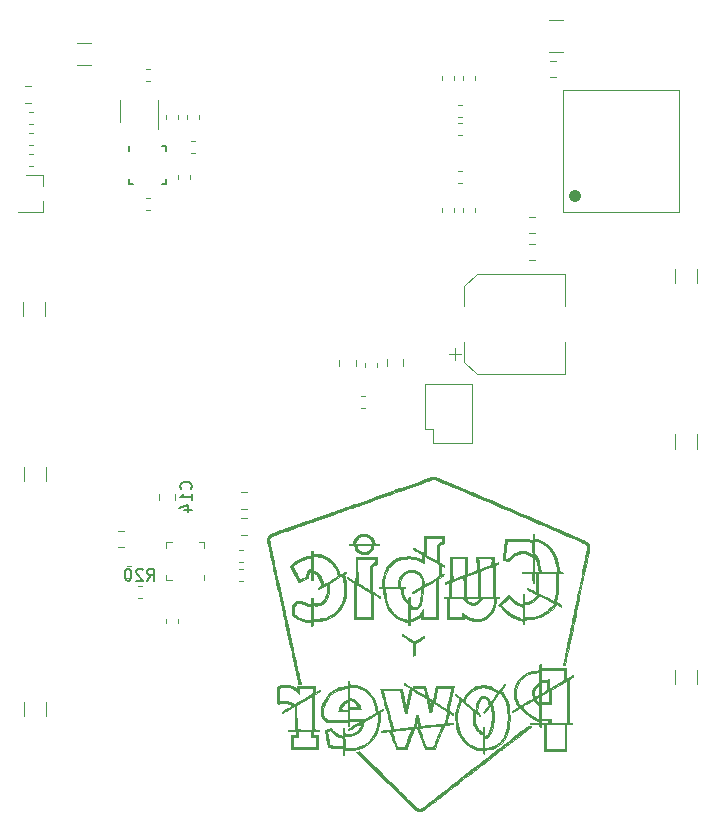
<source format=gbr>
G04 #@! TF.GenerationSoftware,KiCad,Pcbnew,(5.1.0-0)*
G04 #@! TF.CreationDate,2019-06-11T08:39:26-04:00*
G04 #@! TF.ProjectId,Power Board,506f7765-7220-4426-9f61-72642e6b6963,rev?*
G04 #@! TF.SameCoordinates,Original*
G04 #@! TF.FileFunction,Legend,Bot*
G04 #@! TF.FilePolarity,Positive*
%FSLAX46Y46*%
G04 Gerber Fmt 4.6, Leading zero omitted, Abs format (unit mm)*
G04 Created by KiCad (PCBNEW (5.1.0-0)) date 2019-06-11 08:39:26*
%MOMM*%
%LPD*%
G04 APERTURE LIST*
%ADD10C,0.120000*%
%ADD11C,0.010000*%
%ADD12C,1.000000*%
%ADD13C,0.150000*%
G04 APERTURE END LIST*
D10*
X94853000Y-81172578D02*
X94853000Y-80655422D01*
X96273000Y-81172578D02*
X96273000Y-80655422D01*
X93412779Y-89510000D02*
X93087221Y-89510000D01*
X93412779Y-88490000D02*
X93087221Y-88490000D01*
D11*
G36*
X112095678Y-84095104D02*
G01*
X112008315Y-84102594D01*
X111937737Y-84118882D01*
X111866968Y-84147082D01*
X111831644Y-84163945D01*
X111649094Y-84280299D01*
X111502904Y-84430535D01*
X111396378Y-84610516D01*
X111340547Y-84779100D01*
X111311435Y-84906100D01*
X111141818Y-84913610D01*
X111050578Y-84919393D01*
X110999197Y-84929031D01*
X110976735Y-84946210D01*
X110972200Y-84970760D01*
X110976372Y-84994582D01*
X110995381Y-85009289D01*
X111038971Y-85017044D01*
X111116884Y-85020012D01*
X111195719Y-85020400D01*
X111419237Y-85020400D01*
X111450322Y-85170902D01*
X111507756Y-85336349D01*
X111604245Y-85489013D01*
X111730432Y-85618622D01*
X111876956Y-85714905D01*
X111983587Y-85756144D01*
X112079294Y-85772210D01*
X112202293Y-85778927D01*
X112330651Y-85776356D01*
X112442435Y-85764558D01*
X112486937Y-85754737D01*
X112640364Y-85685504D01*
X112779355Y-85575974D01*
X112894773Y-85436371D01*
X112977483Y-85276920D01*
X113008699Y-85170802D01*
X113039764Y-85020400D01*
X112851800Y-85020400D01*
X112851243Y-85090250D01*
X112840066Y-85157978D01*
X112812954Y-85240039D01*
X112803544Y-85261700D01*
X112712345Y-85401629D01*
X112588776Y-85509491D01*
X112442290Y-85582058D01*
X112282339Y-85616100D01*
X112118375Y-85608388D01*
X111959851Y-85555693D01*
X111953055Y-85552242D01*
X111873561Y-85505922D01*
X111803367Y-85456478D01*
X111787989Y-85443497D01*
X111737045Y-85381520D01*
X111684647Y-85293399D01*
X111639972Y-85197737D01*
X111612198Y-85113139D01*
X111607449Y-85077550D01*
X111607200Y-85020400D01*
X112851800Y-85020400D01*
X113039764Y-85020400D01*
X113288682Y-85020400D01*
X113403000Y-85019642D01*
X113475787Y-85016136D01*
X113516308Y-85008031D01*
X113533825Y-84993475D01*
X113537600Y-84970668D01*
X113532401Y-84945144D01*
X113509912Y-84929330D01*
X113459796Y-84920181D01*
X113371715Y-84914652D01*
X113343573Y-84913518D01*
X113149545Y-84906100D01*
X113142162Y-84877184D01*
X112966222Y-84877184D01*
X112963924Y-84896921D01*
X112935732Y-84902640D01*
X112862932Y-84907325D01*
X112751708Y-84910844D01*
X112608243Y-84913065D01*
X112438722Y-84913854D01*
X112249329Y-84913079D01*
X112221412Y-84912836D01*
X111492900Y-84906100D01*
X111500867Y-84832068D01*
X111536804Y-84702738D01*
X111611758Y-84570743D01*
X111716384Y-84448967D01*
X111841337Y-84350290D01*
X111857528Y-84340451D01*
X111919074Y-84307269D01*
X111976194Y-84286692D01*
X112044110Y-84275782D01*
X112138044Y-84271601D01*
X112216800Y-84271100D01*
X112373723Y-84276982D01*
X112495978Y-84298553D01*
X112598745Y-84341699D01*
X112697203Y-84412304D01*
X112780040Y-84489495D01*
X112873914Y-84601381D01*
X112931119Y-84718302D01*
X112938352Y-84741014D01*
X112957966Y-84818911D01*
X112966222Y-84877184D01*
X113142162Y-84877184D01*
X113115498Y-84772767D01*
X113062850Y-84611840D01*
X112989862Y-84479521D01*
X112884542Y-84355509D01*
X112848011Y-84319873D01*
X112728173Y-84220176D01*
X112607963Y-84152801D01*
X112473595Y-84112800D01*
X112311283Y-84095224D01*
X112216800Y-84093300D01*
X112095678Y-84095104D01*
X112095678Y-84095104D01*
G37*
X112095678Y-84095104D02*
X112008315Y-84102594D01*
X111937737Y-84118882D01*
X111866968Y-84147082D01*
X111831644Y-84163945D01*
X111649094Y-84280299D01*
X111502904Y-84430535D01*
X111396378Y-84610516D01*
X111340547Y-84779100D01*
X111311435Y-84906100D01*
X111141818Y-84913610D01*
X111050578Y-84919393D01*
X110999197Y-84929031D01*
X110976735Y-84946210D01*
X110972200Y-84970760D01*
X110976372Y-84994582D01*
X110995381Y-85009289D01*
X111038971Y-85017044D01*
X111116884Y-85020012D01*
X111195719Y-85020400D01*
X111419237Y-85020400D01*
X111450322Y-85170902D01*
X111507756Y-85336349D01*
X111604245Y-85489013D01*
X111730432Y-85618622D01*
X111876956Y-85714905D01*
X111983587Y-85756144D01*
X112079294Y-85772210D01*
X112202293Y-85778927D01*
X112330651Y-85776356D01*
X112442435Y-85764558D01*
X112486937Y-85754737D01*
X112640364Y-85685504D01*
X112779355Y-85575974D01*
X112894773Y-85436371D01*
X112977483Y-85276920D01*
X113008699Y-85170802D01*
X113039764Y-85020400D01*
X112851800Y-85020400D01*
X112851243Y-85090250D01*
X112840066Y-85157978D01*
X112812954Y-85240039D01*
X112803544Y-85261700D01*
X112712345Y-85401629D01*
X112588776Y-85509491D01*
X112442290Y-85582058D01*
X112282339Y-85616100D01*
X112118375Y-85608388D01*
X111959851Y-85555693D01*
X111953055Y-85552242D01*
X111873561Y-85505922D01*
X111803367Y-85456478D01*
X111787989Y-85443497D01*
X111737045Y-85381520D01*
X111684647Y-85293399D01*
X111639972Y-85197737D01*
X111612198Y-85113139D01*
X111607449Y-85077550D01*
X111607200Y-85020400D01*
X112851800Y-85020400D01*
X113039764Y-85020400D01*
X113288682Y-85020400D01*
X113403000Y-85019642D01*
X113475787Y-85016136D01*
X113516308Y-85008031D01*
X113533825Y-84993475D01*
X113537600Y-84970668D01*
X113532401Y-84945144D01*
X113509912Y-84929330D01*
X113459796Y-84920181D01*
X113371715Y-84914652D01*
X113343573Y-84913518D01*
X113149545Y-84906100D01*
X113142162Y-84877184D01*
X112966222Y-84877184D01*
X112963924Y-84896921D01*
X112935732Y-84902640D01*
X112862932Y-84907325D01*
X112751708Y-84910844D01*
X112608243Y-84913065D01*
X112438722Y-84913854D01*
X112249329Y-84913079D01*
X112221412Y-84912836D01*
X111492900Y-84906100D01*
X111500867Y-84832068D01*
X111536804Y-84702738D01*
X111611758Y-84570743D01*
X111716384Y-84448967D01*
X111841337Y-84350290D01*
X111857528Y-84340451D01*
X111919074Y-84307269D01*
X111976194Y-84286692D01*
X112044110Y-84275782D01*
X112138044Y-84271601D01*
X112216800Y-84271100D01*
X112373723Y-84276982D01*
X112495978Y-84298553D01*
X112598745Y-84341699D01*
X112697203Y-84412304D01*
X112780040Y-84489495D01*
X112873914Y-84601381D01*
X112931119Y-84718302D01*
X112938352Y-84741014D01*
X112957966Y-84818911D01*
X112966222Y-84877184D01*
X113142162Y-84877184D01*
X113115498Y-84772767D01*
X113062850Y-84611840D01*
X112989862Y-84479521D01*
X112884542Y-84355509D01*
X112848011Y-84319873D01*
X112728173Y-84220176D01*
X112607963Y-84152801D01*
X112473595Y-84112800D01*
X112311283Y-84095224D01*
X112216800Y-84093300D01*
X112095678Y-84095104D01*
G36*
X111531000Y-87077800D02*
G01*
X111530637Y-87302232D01*
X111529597Y-87510066D01*
X111527961Y-87695989D01*
X111525808Y-87854691D01*
X111523215Y-87980861D01*
X111520263Y-88069188D01*
X111517029Y-88114362D01*
X111515539Y-88119200D01*
X111489416Y-88106760D01*
X111428023Y-88072549D01*
X111339471Y-88021227D01*
X111231870Y-87957454D01*
X111183982Y-87928700D01*
X111071283Y-87861225D01*
X110974725Y-87804258D01*
X110902291Y-87762443D01*
X110861967Y-87740426D01*
X110856544Y-87738200D01*
X110848405Y-87760225D01*
X110845200Y-87810365D01*
X110849284Y-87843403D01*
X110866360Y-87874014D01*
X110903664Y-87908415D01*
X110968431Y-87952820D01*
X111067899Y-88013444D01*
X111111900Y-88039440D01*
X111378600Y-88196348D01*
X111378600Y-91294200D01*
X113029600Y-91294200D01*
X113029600Y-90240100D01*
X113030044Y-90014268D01*
X113031309Y-89805014D01*
X113033302Y-89617613D01*
X113035927Y-89457343D01*
X113039088Y-89329481D01*
X113042691Y-89239303D01*
X113046639Y-89192088D01*
X113048650Y-89186234D01*
X113076873Y-89198506D01*
X113139270Y-89231679D01*
X113226415Y-89280591D01*
X113321700Y-89335847D01*
X113430236Y-89399317D01*
X113502667Y-89439497D01*
X113546655Y-89458886D01*
X113569861Y-89459982D01*
X113579948Y-89445285D01*
X113584036Y-89421418D01*
X113580930Y-89362771D01*
X113566178Y-89331417D01*
X113535631Y-89309698D01*
X113469755Y-89268059D01*
X113377283Y-89211864D01*
X113266950Y-89146476D01*
X113227643Y-89123523D01*
X113137135Y-89070871D01*
X112877200Y-89070871D01*
X112877200Y-91116400D01*
X111556400Y-91116400D01*
X111556400Y-89719400D01*
X111556707Y-89458304D01*
X111557587Y-89213082D01*
X111558985Y-88988319D01*
X111560842Y-88788602D01*
X111563104Y-88618514D01*
X111565711Y-88482642D01*
X111568608Y-88385571D01*
X111571737Y-88331885D01*
X111573759Y-88322400D01*
X111599307Y-88334703D01*
X111663080Y-88369491D01*
X111759462Y-88423584D01*
X111882838Y-88493798D01*
X112027594Y-88576952D01*
X112188116Y-88669865D01*
X112234159Y-88696635D01*
X112877200Y-89070871D01*
X113137135Y-89070871D01*
X112915300Y-88941822D01*
X112908664Y-87923200D01*
X112902028Y-86904577D01*
X112966144Y-86828380D01*
X113026439Y-86775499D01*
X113111932Y-86722063D01*
X113169630Y-86694418D01*
X113309000Y-86636652D01*
X113309000Y-86188800D01*
X113156600Y-86188800D01*
X113156600Y-86487638D01*
X113015605Y-86556621D01*
X112884947Y-86640375D01*
X112806055Y-86729151D01*
X112737500Y-86832699D01*
X112730044Y-87831850D01*
X112728048Y-88083560D01*
X112726028Y-88288982D01*
X112723749Y-88452626D01*
X112720976Y-88579004D01*
X112717474Y-88672628D01*
X112713008Y-88738008D01*
X112707342Y-88779656D01*
X112700242Y-88802083D01*
X112691472Y-88809800D01*
X112680797Y-88807318D01*
X112679244Y-88806474D01*
X112645133Y-88786673D01*
X112574388Y-88745245D01*
X112474129Y-88686374D01*
X112351477Y-88614242D01*
X112213552Y-88533031D01*
X112166000Y-88505012D01*
X111696100Y-88228078D01*
X111682824Y-86188800D01*
X113156600Y-86188800D01*
X113309000Y-86188800D01*
X113309000Y-86036400D01*
X111531000Y-86036400D01*
X111531000Y-87077800D01*
X111531000Y-87077800D01*
G37*
X111531000Y-87077800D02*
X111530637Y-87302232D01*
X111529597Y-87510066D01*
X111527961Y-87695989D01*
X111525808Y-87854691D01*
X111523215Y-87980861D01*
X111520263Y-88069188D01*
X111517029Y-88114362D01*
X111515539Y-88119200D01*
X111489416Y-88106760D01*
X111428023Y-88072549D01*
X111339471Y-88021227D01*
X111231870Y-87957454D01*
X111183982Y-87928700D01*
X111071283Y-87861225D01*
X110974725Y-87804258D01*
X110902291Y-87762443D01*
X110861967Y-87740426D01*
X110856544Y-87738200D01*
X110848405Y-87760225D01*
X110845200Y-87810365D01*
X110849284Y-87843403D01*
X110866360Y-87874014D01*
X110903664Y-87908415D01*
X110968431Y-87952820D01*
X111067899Y-88013444D01*
X111111900Y-88039440D01*
X111378600Y-88196348D01*
X111378600Y-91294200D01*
X113029600Y-91294200D01*
X113029600Y-90240100D01*
X113030044Y-90014268D01*
X113031309Y-89805014D01*
X113033302Y-89617613D01*
X113035927Y-89457343D01*
X113039088Y-89329481D01*
X113042691Y-89239303D01*
X113046639Y-89192088D01*
X113048650Y-89186234D01*
X113076873Y-89198506D01*
X113139270Y-89231679D01*
X113226415Y-89280591D01*
X113321700Y-89335847D01*
X113430236Y-89399317D01*
X113502667Y-89439497D01*
X113546655Y-89458886D01*
X113569861Y-89459982D01*
X113579948Y-89445285D01*
X113584036Y-89421418D01*
X113580930Y-89362771D01*
X113566178Y-89331417D01*
X113535631Y-89309698D01*
X113469755Y-89268059D01*
X113377283Y-89211864D01*
X113266950Y-89146476D01*
X113227643Y-89123523D01*
X113137135Y-89070871D01*
X112877200Y-89070871D01*
X112877200Y-91116400D01*
X111556400Y-91116400D01*
X111556400Y-89719400D01*
X111556707Y-89458304D01*
X111557587Y-89213082D01*
X111558985Y-88988319D01*
X111560842Y-88788602D01*
X111563104Y-88618514D01*
X111565711Y-88482642D01*
X111568608Y-88385571D01*
X111571737Y-88331885D01*
X111573759Y-88322400D01*
X111599307Y-88334703D01*
X111663080Y-88369491D01*
X111759462Y-88423584D01*
X111882838Y-88493798D01*
X112027594Y-88576952D01*
X112188116Y-88669865D01*
X112234159Y-88696635D01*
X112877200Y-89070871D01*
X113137135Y-89070871D01*
X112915300Y-88941822D01*
X112908664Y-87923200D01*
X112902028Y-86904577D01*
X112966144Y-86828380D01*
X113026439Y-86775499D01*
X113111932Y-86722063D01*
X113169630Y-86694418D01*
X113309000Y-86636652D01*
X113309000Y-86188800D01*
X113156600Y-86188800D01*
X113156600Y-86487638D01*
X113015605Y-86556621D01*
X112884947Y-86640375D01*
X112806055Y-86729151D01*
X112737500Y-86832699D01*
X112730044Y-87831850D01*
X112728048Y-88083560D01*
X112726028Y-88288982D01*
X112723749Y-88452626D01*
X112720976Y-88579004D01*
X112717474Y-88672628D01*
X112713008Y-88738008D01*
X112707342Y-88779656D01*
X112700242Y-88802083D01*
X112691472Y-88809800D01*
X112680797Y-88807318D01*
X112679244Y-88806474D01*
X112645133Y-88786673D01*
X112574388Y-88745245D01*
X112474129Y-88686374D01*
X112351477Y-88614242D01*
X112213552Y-88533031D01*
X112166000Y-88505012D01*
X111696100Y-88228078D01*
X111682824Y-86188800D01*
X113156600Y-86188800D01*
X113309000Y-86188800D01*
X113309000Y-86036400D01*
X111531000Y-86036400D01*
X111531000Y-87077800D01*
G36*
X121751201Y-86093550D02*
G01*
X121756848Y-86153643D01*
X121763456Y-86254058D01*
X121770460Y-86384340D01*
X121777291Y-86534032D01*
X121782748Y-86674623D01*
X121799558Y-87147746D01*
X121650029Y-87203829D01*
X121448678Y-87278971D01*
X121275052Y-87343004D01*
X121133285Y-87394441D01*
X121027512Y-87431793D01*
X120961867Y-87453575D01*
X120941305Y-87458800D01*
X120936771Y-87434458D01*
X120933457Y-87365642D01*
X120931421Y-87258664D01*
X120930724Y-87119836D01*
X120931425Y-86955470D01*
X120933582Y-86771879D01*
X120934382Y-86722200D01*
X120946891Y-85985600D01*
X119500676Y-85985600D01*
X119519336Y-86042750D01*
X119523909Y-86080551D01*
X119528746Y-86163110D01*
X119533658Y-86284388D01*
X119538459Y-86438343D01*
X119542961Y-86618936D01*
X119546976Y-86820127D01*
X119550317Y-87035875D01*
X119550411Y-87043029D01*
X119562826Y-87986158D01*
X119337863Y-88060985D01*
X119232397Y-88096998D01*
X119165883Y-88124016D01*
X119128831Y-88148341D01*
X119111750Y-88176271D01*
X119105149Y-88214109D01*
X119105004Y-88215570D01*
X119097107Y-88295328D01*
X119241334Y-88245706D01*
X119321668Y-88221408D01*
X119382994Y-88208974D01*
X119407981Y-88209941D01*
X119414381Y-88238238D01*
X119420070Y-88310007D01*
X119424771Y-88417922D01*
X119428210Y-88554656D01*
X119430110Y-88712884D01*
X119430400Y-88806499D01*
X119430400Y-89389200D01*
X119239900Y-89389200D01*
X119143004Y-89389991D01*
X119086206Y-89394743D01*
X119058805Y-89407022D01*
X119050101Y-89430396D01*
X119049400Y-89452700D01*
X119053518Y-89490386D01*
X119074532Y-89509187D01*
X119125432Y-89515598D01*
X119176400Y-89516200D01*
X119303400Y-89516200D01*
X119303400Y-91294200D01*
X120725800Y-91294200D01*
X120725800Y-91218000D01*
X120730016Y-91164459D01*
X120740169Y-91141804D01*
X120740328Y-91141800D01*
X120768951Y-91153565D01*
X120825381Y-91183480D01*
X120860978Y-91203808D01*
X120932686Y-91239505D01*
X121035625Y-91283042D01*
X121152480Y-91327297D01*
X121208400Y-91346695D01*
X121343117Y-91388380D01*
X121459094Y-91414288D01*
X121580093Y-91428548D01*
X121716400Y-91434930D01*
X121836372Y-91436891D01*
X121944916Y-91436252D01*
X122027161Y-91433223D01*
X122059300Y-91430100D01*
X122319286Y-91370406D01*
X122545312Y-91277615D01*
X122745591Y-91146951D01*
X122928334Y-90973640D01*
X123009144Y-90877806D01*
X123077872Y-90785914D01*
X123140991Y-90692704D01*
X123185088Y-90618007D01*
X123185811Y-90616587D01*
X123234303Y-90502255D01*
X123285080Y-90349957D01*
X123334647Y-90172198D01*
X123379510Y-89981481D01*
X123415282Y-89795600D01*
X123452634Y-89574781D01*
X123279626Y-89574781D01*
X123273751Y-89649886D01*
X123260484Y-89752081D01*
X123241648Y-89870118D01*
X123219070Y-89992749D01*
X123194574Y-90108727D01*
X123169985Y-90206802D01*
X123164964Y-90224127D01*
X123086943Y-90422157D01*
X122975637Y-90617521D01*
X122839392Y-90799895D01*
X122686559Y-90958957D01*
X122525485Y-91084384D01*
X122422757Y-91141851D01*
X122291405Y-91197374D01*
X122168481Y-91233964D01*
X122036324Y-91255239D01*
X121877275Y-91264815D01*
X121816434Y-91266017D01*
X121543740Y-91246820D01*
X121398093Y-91216185D01*
X121185351Y-91148320D01*
X120976154Y-91059447D01*
X120788195Y-90957725D01*
X120682926Y-90886423D01*
X120548000Y-90784554D01*
X120548000Y-91141800D01*
X119481200Y-91141800D01*
X119481200Y-89516200D01*
X120059050Y-89517389D01*
X120636900Y-89518579D01*
X120725048Y-89642300D01*
X120812102Y-89745950D01*
X120923089Y-89851892D01*
X121042656Y-89947229D01*
X121155449Y-90019064D01*
X121197844Y-90039432D01*
X121299977Y-90064604D01*
X121430238Y-90072526D01*
X121569319Y-90064139D01*
X121697916Y-90040380D01*
X121779900Y-90011118D01*
X121904735Y-89929425D01*
X122022669Y-89815060D01*
X122117051Y-89685206D01*
X122142587Y-89636850D01*
X122194637Y-89526043D01*
X121988711Y-89526043D01*
X121987655Y-89557205D01*
X121960267Y-89611702D01*
X121915266Y-89676096D01*
X121861370Y-89736949D01*
X121837963Y-89758401D01*
X121687252Y-89859120D01*
X121533123Y-89911070D01*
X121378673Y-89913659D01*
X121240466Y-89872625D01*
X121169551Y-89830150D01*
X121082248Y-89763393D01*
X120996080Y-89685895D01*
X120986466Y-89676332D01*
X120840100Y-89528900D01*
X121408988Y-89522054D01*
X121573634Y-89520541D01*
X121720550Y-89520085D01*
X121842366Y-89520636D01*
X121931715Y-89522143D01*
X121981230Y-89524555D01*
X121988711Y-89526043D01*
X122194637Y-89526043D01*
X122199261Y-89516200D01*
X122731032Y-89516200D01*
X122890228Y-89517196D01*
X123031683Y-89519981D01*
X123147710Y-89524246D01*
X123230626Y-89529684D01*
X123272746Y-89535989D01*
X123276284Y-89538013D01*
X123279626Y-89574781D01*
X123452634Y-89574781D01*
X123460395Y-89528900D01*
X123553598Y-89521016D01*
X123616088Y-89510696D01*
X123642280Y-89486977D01*
X123646800Y-89451166D01*
X123643372Y-89416809D01*
X123625143Y-89398258D01*
X123580201Y-89390670D01*
X123496633Y-89389200D01*
X123342000Y-89389200D01*
X123164200Y-89389200D01*
X122039525Y-89389200D01*
X122055542Y-89255850D01*
X122059178Y-89200385D01*
X122062536Y-89100688D01*
X122065520Y-88963327D01*
X122068033Y-88794867D01*
X122069978Y-88601878D01*
X122071257Y-88390926D01*
X122071775Y-88168579D01*
X122071780Y-88154703D01*
X122071831Y-87928092D01*
X121919068Y-87928092D01*
X121919047Y-88116079D01*
X121918386Y-88307841D01*
X121917092Y-88496660D01*
X121915175Y-88675819D01*
X121912641Y-88838600D01*
X121909501Y-88978287D01*
X121905761Y-89088163D01*
X121902938Y-89141550D01*
X121886539Y-89389200D01*
X120885105Y-89389200D01*
X120690273Y-89389200D01*
X119582800Y-89389200D01*
X119582800Y-88128119D01*
X120120342Y-87920368D01*
X120274549Y-87861132D01*
X120411974Y-87809038D01*
X120525875Y-87766582D01*
X120609512Y-87736263D01*
X120656144Y-87720580D01*
X120663552Y-87719058D01*
X120665224Y-87745056D01*
X120667346Y-87815847D01*
X120669804Y-87925429D01*
X120672480Y-88067798D01*
X120675260Y-88236952D01*
X120678026Y-88426887D01*
X120679746Y-88557350D01*
X120690273Y-89389200D01*
X120885105Y-89389200D01*
X120868953Y-89271354D01*
X120864821Y-89215994D01*
X120861080Y-89117433D01*
X120857870Y-88983268D01*
X120855331Y-88821098D01*
X120853604Y-88638519D01*
X120852829Y-88443131D01*
X120852800Y-88397801D01*
X120852800Y-87642092D01*
X121158236Y-87528381D01*
X120777405Y-87528381D01*
X120389653Y-87675223D01*
X120248672Y-87728755D01*
X120115290Y-87779658D01*
X120000797Y-87823607D01*
X119916482Y-87856272D01*
X119887600Y-87867647D01*
X119816903Y-87894652D01*
X119766519Y-87911724D01*
X119754250Y-87914614D01*
X119749176Y-87890642D01*
X119744227Y-87822223D01*
X119739622Y-87715711D01*
X119735575Y-87577460D01*
X119732303Y-87413824D01*
X119730022Y-87231156D01*
X119729697Y-87192100D01*
X119728220Y-86996142D01*
X119726831Y-86808711D01*
X119725590Y-86638178D01*
X119724558Y-86492913D01*
X119723794Y-86381288D01*
X119723359Y-86311672D01*
X119723347Y-86309450D01*
X119722500Y-86150700D01*
X120763900Y-86150700D01*
X120770653Y-86839540D01*
X120777405Y-87528381D01*
X121158236Y-87528381D01*
X121371873Y-87448846D01*
X121524318Y-87392326D01*
X121660376Y-87342328D01*
X121772980Y-87301412D01*
X121855057Y-87272141D01*
X121899539Y-87257076D01*
X121905273Y-87255600D01*
X121909271Y-87279878D01*
X121912578Y-87348234D01*
X121915203Y-87453950D01*
X121917154Y-87590310D01*
X121918439Y-87750597D01*
X121919068Y-87928092D01*
X122071831Y-87928092D01*
X122072000Y-87186906D01*
X122446650Y-87044660D01*
X122591903Y-86989551D01*
X122735899Y-86934989D01*
X122864940Y-86886161D01*
X122965325Y-86848253D01*
X122992750Y-86837925D01*
X123164200Y-86773436D01*
X123164200Y-89389200D01*
X123342000Y-89389200D01*
X123342000Y-86703163D01*
X123475350Y-86655369D01*
X123554644Y-86623059D01*
X123596890Y-86592357D01*
X123614435Y-86553005D01*
X123616738Y-86537887D01*
X123618573Y-86487436D01*
X123612005Y-86468200D01*
X123583942Y-86476714D01*
X123520739Y-86499330D01*
X123434570Y-86531652D01*
X123408570Y-86541618D01*
X123318994Y-86574695D01*
X123249598Y-86597653D01*
X123212188Y-86606676D01*
X123209024Y-86606157D01*
X123206893Y-86577553D01*
X123210399Y-86509789D01*
X123218524Y-86414067D01*
X123230249Y-86301590D01*
X123243737Y-86190296D01*
X123047076Y-86190296D01*
X123045755Y-86259773D01*
X123041087Y-86351987D01*
X123034057Y-86453444D01*
X123025650Y-86550651D01*
X123016852Y-86630114D01*
X123008647Y-86678340D01*
X123005432Y-86686235D01*
X122978804Y-86698864D01*
X122913206Y-86725995D01*
X122817246Y-86764319D01*
X122699530Y-86810528D01*
X122568665Y-86861313D01*
X122433256Y-86913364D01*
X122301911Y-86963375D01*
X122183236Y-87008035D01*
X122085837Y-87044036D01*
X122018321Y-87068069D01*
X121989450Y-87076822D01*
X121980944Y-87053799D01*
X121974364Y-86991412D01*
X121970701Y-86901084D01*
X121970269Y-86855550D01*
X121968281Y-86722243D01*
X121963121Y-86567009D01*
X121955801Y-86418552D01*
X121953738Y-86385650D01*
X121937339Y-86138000D01*
X122485771Y-86138000D01*
X122647255Y-86138843D01*
X122790828Y-86141202D01*
X122908996Y-86144821D01*
X122994264Y-86149444D01*
X123039137Y-86154817D01*
X123044065Y-86157050D01*
X123047076Y-86190296D01*
X123243737Y-86190296D01*
X123244554Y-86183560D01*
X123253349Y-86118950D01*
X123272345Y-85985600D01*
X121736465Y-85985600D01*
X121751201Y-86093550D01*
X121751201Y-86093550D01*
G37*
X121751201Y-86093550D02*
X121756848Y-86153643D01*
X121763456Y-86254058D01*
X121770460Y-86384340D01*
X121777291Y-86534032D01*
X121782748Y-86674623D01*
X121799558Y-87147746D01*
X121650029Y-87203829D01*
X121448678Y-87278971D01*
X121275052Y-87343004D01*
X121133285Y-87394441D01*
X121027512Y-87431793D01*
X120961867Y-87453575D01*
X120941305Y-87458800D01*
X120936771Y-87434458D01*
X120933457Y-87365642D01*
X120931421Y-87258664D01*
X120930724Y-87119836D01*
X120931425Y-86955470D01*
X120933582Y-86771879D01*
X120934382Y-86722200D01*
X120946891Y-85985600D01*
X119500676Y-85985600D01*
X119519336Y-86042750D01*
X119523909Y-86080551D01*
X119528746Y-86163110D01*
X119533658Y-86284388D01*
X119538459Y-86438343D01*
X119542961Y-86618936D01*
X119546976Y-86820127D01*
X119550317Y-87035875D01*
X119550411Y-87043029D01*
X119562826Y-87986158D01*
X119337863Y-88060985D01*
X119232397Y-88096998D01*
X119165883Y-88124016D01*
X119128831Y-88148341D01*
X119111750Y-88176271D01*
X119105149Y-88214109D01*
X119105004Y-88215570D01*
X119097107Y-88295328D01*
X119241334Y-88245706D01*
X119321668Y-88221408D01*
X119382994Y-88208974D01*
X119407981Y-88209941D01*
X119414381Y-88238238D01*
X119420070Y-88310007D01*
X119424771Y-88417922D01*
X119428210Y-88554656D01*
X119430110Y-88712884D01*
X119430400Y-88806499D01*
X119430400Y-89389200D01*
X119239900Y-89389200D01*
X119143004Y-89389991D01*
X119086206Y-89394743D01*
X119058805Y-89407022D01*
X119050101Y-89430396D01*
X119049400Y-89452700D01*
X119053518Y-89490386D01*
X119074532Y-89509187D01*
X119125432Y-89515598D01*
X119176400Y-89516200D01*
X119303400Y-89516200D01*
X119303400Y-91294200D01*
X120725800Y-91294200D01*
X120725800Y-91218000D01*
X120730016Y-91164459D01*
X120740169Y-91141804D01*
X120740328Y-91141800D01*
X120768951Y-91153565D01*
X120825381Y-91183480D01*
X120860978Y-91203808D01*
X120932686Y-91239505D01*
X121035625Y-91283042D01*
X121152480Y-91327297D01*
X121208400Y-91346695D01*
X121343117Y-91388380D01*
X121459094Y-91414288D01*
X121580093Y-91428548D01*
X121716400Y-91434930D01*
X121836372Y-91436891D01*
X121944916Y-91436252D01*
X122027161Y-91433223D01*
X122059300Y-91430100D01*
X122319286Y-91370406D01*
X122545312Y-91277615D01*
X122745591Y-91146951D01*
X122928334Y-90973640D01*
X123009144Y-90877806D01*
X123077872Y-90785914D01*
X123140991Y-90692704D01*
X123185088Y-90618007D01*
X123185811Y-90616587D01*
X123234303Y-90502255D01*
X123285080Y-90349957D01*
X123334647Y-90172198D01*
X123379510Y-89981481D01*
X123415282Y-89795600D01*
X123452634Y-89574781D01*
X123279626Y-89574781D01*
X123273751Y-89649886D01*
X123260484Y-89752081D01*
X123241648Y-89870118D01*
X123219070Y-89992749D01*
X123194574Y-90108727D01*
X123169985Y-90206802D01*
X123164964Y-90224127D01*
X123086943Y-90422157D01*
X122975637Y-90617521D01*
X122839392Y-90799895D01*
X122686559Y-90958957D01*
X122525485Y-91084384D01*
X122422757Y-91141851D01*
X122291405Y-91197374D01*
X122168481Y-91233964D01*
X122036324Y-91255239D01*
X121877275Y-91264815D01*
X121816434Y-91266017D01*
X121543740Y-91246820D01*
X121398093Y-91216185D01*
X121185351Y-91148320D01*
X120976154Y-91059447D01*
X120788195Y-90957725D01*
X120682926Y-90886423D01*
X120548000Y-90784554D01*
X120548000Y-91141800D01*
X119481200Y-91141800D01*
X119481200Y-89516200D01*
X120059050Y-89517389D01*
X120636900Y-89518579D01*
X120725048Y-89642300D01*
X120812102Y-89745950D01*
X120923089Y-89851892D01*
X121042656Y-89947229D01*
X121155449Y-90019064D01*
X121197844Y-90039432D01*
X121299977Y-90064604D01*
X121430238Y-90072526D01*
X121569319Y-90064139D01*
X121697916Y-90040380D01*
X121779900Y-90011118D01*
X121904735Y-89929425D01*
X122022669Y-89815060D01*
X122117051Y-89685206D01*
X122142587Y-89636850D01*
X122194637Y-89526043D01*
X121988711Y-89526043D01*
X121987655Y-89557205D01*
X121960267Y-89611702D01*
X121915266Y-89676096D01*
X121861370Y-89736949D01*
X121837963Y-89758401D01*
X121687252Y-89859120D01*
X121533123Y-89911070D01*
X121378673Y-89913659D01*
X121240466Y-89872625D01*
X121169551Y-89830150D01*
X121082248Y-89763393D01*
X120996080Y-89685895D01*
X120986466Y-89676332D01*
X120840100Y-89528900D01*
X121408988Y-89522054D01*
X121573634Y-89520541D01*
X121720550Y-89520085D01*
X121842366Y-89520636D01*
X121931715Y-89522143D01*
X121981230Y-89524555D01*
X121988711Y-89526043D01*
X122194637Y-89526043D01*
X122199261Y-89516200D01*
X122731032Y-89516200D01*
X122890228Y-89517196D01*
X123031683Y-89519981D01*
X123147710Y-89524246D01*
X123230626Y-89529684D01*
X123272746Y-89535989D01*
X123276284Y-89538013D01*
X123279626Y-89574781D01*
X123452634Y-89574781D01*
X123460395Y-89528900D01*
X123553598Y-89521016D01*
X123616088Y-89510696D01*
X123642280Y-89486977D01*
X123646800Y-89451166D01*
X123643372Y-89416809D01*
X123625143Y-89398258D01*
X123580201Y-89390670D01*
X123496633Y-89389200D01*
X123342000Y-89389200D01*
X123164200Y-89389200D01*
X122039525Y-89389200D01*
X122055542Y-89255850D01*
X122059178Y-89200385D01*
X122062536Y-89100688D01*
X122065520Y-88963327D01*
X122068033Y-88794867D01*
X122069978Y-88601878D01*
X122071257Y-88390926D01*
X122071775Y-88168579D01*
X122071780Y-88154703D01*
X122071831Y-87928092D01*
X121919068Y-87928092D01*
X121919047Y-88116079D01*
X121918386Y-88307841D01*
X121917092Y-88496660D01*
X121915175Y-88675819D01*
X121912641Y-88838600D01*
X121909501Y-88978287D01*
X121905761Y-89088163D01*
X121902938Y-89141550D01*
X121886539Y-89389200D01*
X120885105Y-89389200D01*
X120690273Y-89389200D01*
X119582800Y-89389200D01*
X119582800Y-88128119D01*
X120120342Y-87920368D01*
X120274549Y-87861132D01*
X120411974Y-87809038D01*
X120525875Y-87766582D01*
X120609512Y-87736263D01*
X120656144Y-87720580D01*
X120663552Y-87719058D01*
X120665224Y-87745056D01*
X120667346Y-87815847D01*
X120669804Y-87925429D01*
X120672480Y-88067798D01*
X120675260Y-88236952D01*
X120678026Y-88426887D01*
X120679746Y-88557350D01*
X120690273Y-89389200D01*
X120885105Y-89389200D01*
X120868953Y-89271354D01*
X120864821Y-89215994D01*
X120861080Y-89117433D01*
X120857870Y-88983268D01*
X120855331Y-88821098D01*
X120853604Y-88638519D01*
X120852829Y-88443131D01*
X120852800Y-88397801D01*
X120852800Y-87642092D01*
X121158236Y-87528381D01*
X120777405Y-87528381D01*
X120389653Y-87675223D01*
X120248672Y-87728755D01*
X120115290Y-87779658D01*
X120000797Y-87823607D01*
X119916482Y-87856272D01*
X119887600Y-87867647D01*
X119816903Y-87894652D01*
X119766519Y-87911724D01*
X119754250Y-87914614D01*
X119749176Y-87890642D01*
X119744227Y-87822223D01*
X119739622Y-87715711D01*
X119735575Y-87577460D01*
X119732303Y-87413824D01*
X119730022Y-87231156D01*
X119729697Y-87192100D01*
X119728220Y-86996142D01*
X119726831Y-86808711D01*
X119725590Y-86638178D01*
X119724558Y-86492913D01*
X119723794Y-86381288D01*
X119723359Y-86311672D01*
X119723347Y-86309450D01*
X119722500Y-86150700D01*
X120763900Y-86150700D01*
X120770653Y-86839540D01*
X120777405Y-87528381D01*
X121158236Y-87528381D01*
X121371873Y-87448846D01*
X121524318Y-87392326D01*
X121660376Y-87342328D01*
X121772980Y-87301412D01*
X121855057Y-87272141D01*
X121899539Y-87257076D01*
X121905273Y-87255600D01*
X121909271Y-87279878D01*
X121912578Y-87348234D01*
X121915203Y-87453950D01*
X121917154Y-87590310D01*
X121918439Y-87750597D01*
X121919068Y-87928092D01*
X122071831Y-87928092D01*
X122072000Y-87186906D01*
X122446650Y-87044660D01*
X122591903Y-86989551D01*
X122735899Y-86934989D01*
X122864940Y-86886161D01*
X122965325Y-86848253D01*
X122992750Y-86837925D01*
X123164200Y-86773436D01*
X123164200Y-89389200D01*
X123342000Y-89389200D01*
X123342000Y-86703163D01*
X123475350Y-86655369D01*
X123554644Y-86623059D01*
X123596890Y-86592357D01*
X123614435Y-86553005D01*
X123616738Y-86537887D01*
X123618573Y-86487436D01*
X123612005Y-86468200D01*
X123583942Y-86476714D01*
X123520739Y-86499330D01*
X123434570Y-86531652D01*
X123408570Y-86541618D01*
X123318994Y-86574695D01*
X123249598Y-86597653D01*
X123212188Y-86606676D01*
X123209024Y-86606157D01*
X123206893Y-86577553D01*
X123210399Y-86509789D01*
X123218524Y-86414067D01*
X123230249Y-86301590D01*
X123243737Y-86190296D01*
X123047076Y-86190296D01*
X123045755Y-86259773D01*
X123041087Y-86351987D01*
X123034057Y-86453444D01*
X123025650Y-86550651D01*
X123016852Y-86630114D01*
X123008647Y-86678340D01*
X123005432Y-86686235D01*
X122978804Y-86698864D01*
X122913206Y-86725995D01*
X122817246Y-86764319D01*
X122699530Y-86810528D01*
X122568665Y-86861313D01*
X122433256Y-86913364D01*
X122301911Y-86963375D01*
X122183236Y-87008035D01*
X122085837Y-87044036D01*
X122018321Y-87068069D01*
X121989450Y-87076822D01*
X121980944Y-87053799D01*
X121974364Y-86991412D01*
X121970701Y-86901084D01*
X121970269Y-86855550D01*
X121968281Y-86722243D01*
X121963121Y-86567009D01*
X121955801Y-86418552D01*
X121953738Y-86385650D01*
X121937339Y-86138000D01*
X122485771Y-86138000D01*
X122647255Y-86138843D01*
X122790828Y-86141202D01*
X122908996Y-86144821D01*
X122994264Y-86149444D01*
X123039137Y-86154817D01*
X123044065Y-86157050D01*
X123047076Y-86190296D01*
X123243737Y-86190296D01*
X123244554Y-86183560D01*
X123253349Y-86118950D01*
X123272345Y-85985600D01*
X121736465Y-85985600D01*
X121751201Y-86093550D01*
G36*
X126551578Y-84107568D02*
G01*
X126533121Y-84118484D01*
X126522779Y-84148065D01*
X126518201Y-84205629D01*
X126517037Y-84300491D01*
X126517000Y-84357700D01*
X126517000Y-84609401D01*
X126383650Y-84569565D01*
X126340475Y-84559122D01*
X126283654Y-84550349D01*
X126208287Y-84543034D01*
X126109467Y-84536963D01*
X125982292Y-84531924D01*
X125821859Y-84527704D01*
X125623262Y-84524090D01*
X125381599Y-84520869D01*
X125220641Y-84519107D01*
X124190981Y-84508486D01*
X124091877Y-85363218D01*
X124063031Y-85617285D01*
X124040995Y-85823709D01*
X124025553Y-85985159D01*
X124016488Y-86104304D01*
X124013582Y-86183813D01*
X124016619Y-86226354D01*
X124020990Y-86235125D01*
X124056512Y-86250701D01*
X124127469Y-86277730D01*
X124221154Y-86311444D01*
X124265376Y-86326848D01*
X124481545Y-86401397D01*
X124714074Y-86155698D01*
X124825085Y-86041837D01*
X124915711Y-85958302D01*
X124997417Y-85895844D01*
X125081669Y-85845214D01*
X125128552Y-85821336D01*
X125345824Y-85737246D01*
X125563020Y-85699722D01*
X125793957Y-85706465D01*
X125808708Y-85708246D01*
X126023451Y-85756416D01*
X126213515Y-85846095D01*
X126388127Y-85981495D01*
X126517000Y-86102488D01*
X126517000Y-87306400D01*
X126085200Y-87306400D01*
X125927842Y-87306677D01*
X125814192Y-87308058D01*
X125737161Y-87311367D01*
X125689660Y-87317428D01*
X125664598Y-87327065D01*
X125654885Y-87341102D01*
X125653400Y-87356585D01*
X125655982Y-87375039D01*
X125668483Y-87388505D01*
X125698037Y-87397941D01*
X125751781Y-87404305D01*
X125836847Y-87408557D01*
X125960371Y-87411654D01*
X126078850Y-87413735D01*
X126504300Y-87420700D01*
X126511280Y-87833450D01*
X126518259Y-88246200D01*
X126644000Y-88246200D01*
X126644000Y-87839002D01*
X126644618Y-87677158D01*
X126647879Y-87559757D01*
X126655894Y-87480441D01*
X126670777Y-87432858D01*
X126694638Y-87410651D01*
X126729590Y-87407466D01*
X126777744Y-87416946D01*
X126783757Y-87418444D01*
X126847200Y-87434367D01*
X126845057Y-88049833D01*
X126842786Y-88319080D01*
X126837942Y-88539502D01*
X126830407Y-88713019D01*
X126820062Y-88841547D01*
X126806788Y-88927003D01*
X126790465Y-88971305D01*
X126787687Y-88974580D01*
X126759567Y-88970445D01*
X126694663Y-88946481D01*
X126601317Y-88906188D01*
X126487870Y-88853069D01*
X126426739Y-88823055D01*
X126306732Y-88763637D01*
X126203439Y-88713236D01*
X126125073Y-88675802D01*
X126079846Y-88655283D01*
X126072260Y-88652600D01*
X126063240Y-88674582D01*
X126059800Y-88723084D01*
X126062634Y-88749742D01*
X126075273Y-88774417D01*
X126103927Y-88801271D01*
X126154805Y-88834464D01*
X126234116Y-88878161D01*
X126348069Y-88936522D01*
X126466200Y-88995500D01*
X126626083Y-89077120D01*
X126748435Y-89144275D01*
X126830517Y-89195342D01*
X126869590Y-89228702D01*
X126872600Y-89236068D01*
X126855227Y-89268571D01*
X126808177Y-89326751D01*
X126739057Y-89401776D01*
X126671921Y-89469019D01*
X126480898Y-89631860D01*
X126287359Y-89754496D01*
X126097021Y-89833797D01*
X125950686Y-89863953D01*
X125805800Y-89878907D01*
X125805800Y-89519753D01*
X125805418Y-89378190D01*
X125803546Y-89279662D01*
X125799100Y-89216407D01*
X125790994Y-89180662D01*
X125778143Y-89164663D01*
X125759461Y-89160649D01*
X125755587Y-89160600D01*
X125737581Y-89163062D01*
X125724314Y-89175071D01*
X125714906Y-89203561D01*
X125708479Y-89255468D01*
X125704153Y-89337724D01*
X125701050Y-89457264D01*
X125698437Y-89611450D01*
X125696205Y-89780949D01*
X125692770Y-89904716D01*
X125684068Y-89987740D01*
X125666035Y-90035009D01*
X125634606Y-90051510D01*
X125585719Y-90042232D01*
X125515308Y-90012162D01*
X125419311Y-89966289D01*
X125412100Y-89962885D01*
X125232771Y-89865123D01*
X125052558Y-89738846D01*
X124863265Y-89577862D01*
X124719796Y-89440037D01*
X124515334Y-89235575D01*
X123621350Y-90047813D01*
X123811498Y-90274445D01*
X124077554Y-90567761D01*
X124345683Y-90814187D01*
X124621323Y-91017520D01*
X124909912Y-91181558D01*
X125216887Y-91310099D01*
X125361300Y-91357024D01*
X125496358Y-91397538D01*
X125590314Y-91427798D01*
X125650618Y-91452495D01*
X125684718Y-91476324D01*
X125700065Y-91503977D01*
X125704108Y-91540148D01*
X125704200Y-91573055D01*
X125708412Y-91639743D01*
X125725458Y-91669313D01*
X125755000Y-91675200D01*
X125781935Y-91670301D01*
X125797242Y-91648292D01*
X125804127Y-91598201D01*
X125805796Y-91509057D01*
X125805800Y-91501317D01*
X125805800Y-91327434D01*
X126142350Y-91310984D01*
X126482776Y-91280433D01*
X126792225Y-91221663D01*
X127084110Y-91131156D01*
X127371844Y-91005395D01*
X127439319Y-90970865D01*
X127696974Y-90814935D01*
X127956624Y-90618816D01*
X128207420Y-90391468D01*
X128428081Y-90154155D01*
X128544594Y-90017410D01*
X128930000Y-90225296D01*
X128930000Y-90150402D01*
X128926396Y-90114294D01*
X128910029Y-90084181D01*
X128872571Y-90053135D01*
X128805691Y-90014227D01*
X128702767Y-89961386D01*
X128673928Y-89946902D01*
X128354071Y-89946902D01*
X128347167Y-89973302D01*
X128307714Y-90026408D01*
X128241995Y-90100171D01*
X128156291Y-90188543D01*
X128056884Y-90285476D01*
X127950057Y-90384920D01*
X127842090Y-90480828D01*
X127739267Y-90567151D01*
X127647868Y-90637842D01*
X127606385Y-90666783D01*
X127276716Y-90856957D01*
X126935752Y-90997861D01*
X126581014Y-91090259D01*
X126210018Y-91134912D01*
X126065655Y-91139507D01*
X125804810Y-91141800D01*
X125805650Y-91073950D01*
X125702299Y-91073950D01*
X125698044Y-91169168D01*
X125685185Y-91229479D01*
X125660381Y-91260174D01*
X125620288Y-91266546D01*
X125561562Y-91253884D01*
X125480861Y-91227481D01*
X125415350Y-91205558D01*
X125246990Y-91142281D01*
X125057167Y-91057458D01*
X124864771Y-90960400D01*
X124688690Y-90860419D01*
X124599300Y-90803286D01*
X124494995Y-90723798D01*
X124370631Y-90615031D01*
X124237389Y-90487764D01*
X124106454Y-90352775D01*
X123989006Y-90220844D01*
X123964576Y-90191455D01*
X123863251Y-90067640D01*
X124040776Y-89904164D01*
X124140544Y-89813089D01*
X124246977Y-89717197D01*
X124340643Y-89633967D01*
X124360229Y-89616802D01*
X124502157Y-89492915D01*
X124601529Y-89595595D01*
X124817269Y-89791538D01*
X125059148Y-89964172D01*
X125313093Y-90104416D01*
X125521348Y-90189176D01*
X125691500Y-90246464D01*
X125698376Y-90757632D01*
X125701296Y-90938535D01*
X125702299Y-91073950D01*
X125805650Y-91073950D01*
X125818500Y-90036900D01*
X125882000Y-90030519D01*
X126146388Y-89978790D01*
X126397424Y-89879266D01*
X126630489Y-89734196D01*
X126807946Y-89579836D01*
X126889372Y-89496192D01*
X126960596Y-89419296D01*
X127011365Y-89360396D01*
X127026905Y-89339666D01*
X127066910Y-89278793D01*
X127700005Y-89602758D01*
X127865347Y-89687692D01*
X128016073Y-89765742D01*
X128146196Y-89833756D01*
X128249726Y-89888583D01*
X128320675Y-89927073D01*
X128353054Y-89946074D01*
X128354071Y-89946902D01*
X128673928Y-89946902D01*
X128475533Y-89847262D01*
X128537086Y-89666291D01*
X128564098Y-89579813D01*
X128586644Y-89489468D01*
X128605254Y-89389377D01*
X128620457Y-89273662D01*
X128632784Y-89136445D01*
X128642763Y-88971846D01*
X128650925Y-88773988D01*
X128657800Y-88536991D01*
X128663820Y-88259963D01*
X128668025Y-88061579D01*
X128672582Y-87879494D01*
X128677281Y-87719922D01*
X128681911Y-87589078D01*
X128686263Y-87493176D01*
X128690126Y-87438431D01*
X128691968Y-87428113D01*
X128714002Y-87420700D01*
X128485500Y-87420700D01*
X128484493Y-88297000D01*
X128484021Y-88534944D01*
X128482992Y-88728453D01*
X128481086Y-88883890D01*
X128477979Y-89007618D01*
X128473350Y-89106000D01*
X128466877Y-89185401D01*
X128458239Y-89252183D01*
X128447112Y-89312711D01*
X128433175Y-89373348D01*
X128429232Y-89389200D01*
X128390337Y-89537588D01*
X128358903Y-89641651D01*
X128332836Y-89706957D01*
X128310039Y-89739075D01*
X128295441Y-89744800D01*
X128266824Y-89733830D01*
X128198784Y-89702822D01*
X128097245Y-89654627D01*
X127968136Y-89592097D01*
X127817382Y-89518084D01*
X127650909Y-89435439D01*
X127608748Y-89414373D01*
X126948273Y-89083947D01*
X126963411Y-88988923D01*
X126967893Y-88939346D01*
X126973048Y-88846422D01*
X126978588Y-88717599D01*
X126984228Y-88560320D01*
X126989681Y-88382031D01*
X126994659Y-88190178D01*
X126995425Y-88157300D01*
X127012300Y-87420700D01*
X128485500Y-87420700D01*
X128714002Y-87420700D01*
X128721755Y-87418092D01*
X128788183Y-87410887D01*
X128877111Y-87408004D01*
X128880700Y-87408000D01*
X128973803Y-87406542D01*
X129026989Y-87400145D01*
X129051102Y-87385767D01*
X129056990Y-87360370D01*
X129057000Y-87358591D01*
X129048297Y-87327437D01*
X129014017Y-87310442D01*
X128980338Y-87306400D01*
X128632207Y-87306400D01*
X127917504Y-87306400D01*
X127025000Y-87306400D01*
X126846403Y-87306400D01*
X126734892Y-87301931D01*
X126671632Y-87288327D01*
X126655447Y-87274191D01*
X126652312Y-87240804D01*
X126650012Y-87163892D01*
X126648606Y-87050727D01*
X126648155Y-86908579D01*
X126648719Y-86744718D01*
X126649894Y-86607441D01*
X126656700Y-85972900D01*
X126739492Y-86112600D01*
X126808043Y-86252027D01*
X126873170Y-86427679D01*
X126931129Y-86624981D01*
X126978177Y-86829356D01*
X127010571Y-87026231D01*
X127024570Y-87201030D01*
X127024851Y-87223850D01*
X127025000Y-87306400D01*
X127917504Y-87306400D01*
X127706067Y-87305566D01*
X127526300Y-87303155D01*
X127382220Y-87299302D01*
X127277844Y-87294143D01*
X127217187Y-87287813D01*
X127202800Y-87282300D01*
X127199661Y-87248796D01*
X127191135Y-87175990D01*
X127178559Y-87074931D01*
X127164721Y-86967711D01*
X127104582Y-86621824D01*
X127020713Y-86320521D01*
X126913161Y-86063930D01*
X126786345Y-85859240D01*
X126518013Y-85859240D01*
X126362663Y-85744878D01*
X126225433Y-85657036D01*
X126083780Y-85596377D01*
X125922707Y-85557980D01*
X125729600Y-85537076D01*
X125487155Y-85539027D01*
X125265812Y-85580017D01*
X125058916Y-85662802D01*
X124859811Y-85790139D01*
X124661842Y-85964786D01*
X124637400Y-85989510D01*
X124552330Y-86073969D01*
X124478695Y-86141973D01*
X124424193Y-86186762D01*
X124396519Y-86201577D01*
X124396100Y-86201458D01*
X124356972Y-86188001D01*
X124292135Y-86166488D01*
X124275450Y-86161029D01*
X124209662Y-86129735D01*
X124180424Y-86094144D01*
X124179945Y-86089529D01*
X124182974Y-86031877D01*
X124191816Y-85937027D01*
X124205416Y-85812889D01*
X124222715Y-85667372D01*
X124242657Y-85508388D01*
X124264185Y-85343847D01*
X124286243Y-85181660D01*
X124307773Y-85029736D01*
X124327718Y-84895986D01*
X124345022Y-84788320D01*
X124358627Y-84714650D01*
X124367477Y-84682884D01*
X124367953Y-84682386D01*
X124399012Y-84677978D01*
X124475006Y-84674469D01*
X124590078Y-84671920D01*
X124738370Y-84670391D01*
X124914025Y-84669943D01*
X125111185Y-84670637D01*
X125323200Y-84672523D01*
X125568280Y-84675538D01*
X125768105Y-84678598D01*
X125928221Y-84682016D01*
X126054172Y-84686103D01*
X126151503Y-84691173D01*
X126225759Y-84697537D01*
X126282485Y-84705509D01*
X126327226Y-84715400D01*
X126365527Y-84727523D01*
X126377300Y-84731914D01*
X126504300Y-84780655D01*
X126511157Y-85319947D01*
X126518013Y-85859240D01*
X126786345Y-85859240D01*
X126781970Y-85852180D01*
X126755016Y-85817814D01*
X126644000Y-85681517D01*
X126644000Y-85160458D01*
X126643694Y-84979054D01*
X126644550Y-84842876D01*
X126649232Y-84746375D01*
X126660401Y-84683999D01*
X126680720Y-84650197D01*
X126712853Y-84639419D01*
X126759461Y-84646113D01*
X126823208Y-84664729D01*
X126874298Y-84680357D01*
X127144013Y-84784889D01*
X127407085Y-84933586D01*
X127655087Y-85119843D01*
X127879589Y-85337056D01*
X128072164Y-85578622D01*
X128126725Y-85661681D01*
X128244168Y-85875755D01*
X128354351Y-86124710D01*
X128452061Y-86393046D01*
X128532083Y-86665264D01*
X128589205Y-86925864D01*
X128614611Y-87112212D01*
X128632207Y-87306400D01*
X128980338Y-87306400D01*
X128941908Y-87301788D01*
X128936646Y-87301441D01*
X128816292Y-87293700D01*
X128774916Y-87027000D01*
X128690938Y-86610206D01*
X128573864Y-86223980D01*
X128425172Y-85870163D01*
X128246343Y-85550601D01*
X128038856Y-85267137D01*
X127804191Y-85021615D01*
X127543828Y-84815880D01*
X127259246Y-84651776D01*
X126951924Y-84531147D01*
X126726550Y-84474058D01*
X126644000Y-84457563D01*
X126644000Y-84281781D01*
X126643041Y-84189539D01*
X126637482Y-84136962D01*
X126623301Y-84112919D01*
X126596478Y-84106277D01*
X126580500Y-84106000D01*
X126551578Y-84107568D01*
X126551578Y-84107568D01*
G37*
X126551578Y-84107568D02*
X126533121Y-84118484D01*
X126522779Y-84148065D01*
X126518201Y-84205629D01*
X126517037Y-84300491D01*
X126517000Y-84357700D01*
X126517000Y-84609401D01*
X126383650Y-84569565D01*
X126340475Y-84559122D01*
X126283654Y-84550349D01*
X126208287Y-84543034D01*
X126109467Y-84536963D01*
X125982292Y-84531924D01*
X125821859Y-84527704D01*
X125623262Y-84524090D01*
X125381599Y-84520869D01*
X125220641Y-84519107D01*
X124190981Y-84508486D01*
X124091877Y-85363218D01*
X124063031Y-85617285D01*
X124040995Y-85823709D01*
X124025553Y-85985159D01*
X124016488Y-86104304D01*
X124013582Y-86183813D01*
X124016619Y-86226354D01*
X124020990Y-86235125D01*
X124056512Y-86250701D01*
X124127469Y-86277730D01*
X124221154Y-86311444D01*
X124265376Y-86326848D01*
X124481545Y-86401397D01*
X124714074Y-86155698D01*
X124825085Y-86041837D01*
X124915711Y-85958302D01*
X124997417Y-85895844D01*
X125081669Y-85845214D01*
X125128552Y-85821336D01*
X125345824Y-85737246D01*
X125563020Y-85699722D01*
X125793957Y-85706465D01*
X125808708Y-85708246D01*
X126023451Y-85756416D01*
X126213515Y-85846095D01*
X126388127Y-85981495D01*
X126517000Y-86102488D01*
X126517000Y-87306400D01*
X126085200Y-87306400D01*
X125927842Y-87306677D01*
X125814192Y-87308058D01*
X125737161Y-87311367D01*
X125689660Y-87317428D01*
X125664598Y-87327065D01*
X125654885Y-87341102D01*
X125653400Y-87356585D01*
X125655982Y-87375039D01*
X125668483Y-87388505D01*
X125698037Y-87397941D01*
X125751781Y-87404305D01*
X125836847Y-87408557D01*
X125960371Y-87411654D01*
X126078850Y-87413735D01*
X126504300Y-87420700D01*
X126511280Y-87833450D01*
X126518259Y-88246200D01*
X126644000Y-88246200D01*
X126644000Y-87839002D01*
X126644618Y-87677158D01*
X126647879Y-87559757D01*
X126655894Y-87480441D01*
X126670777Y-87432858D01*
X126694638Y-87410651D01*
X126729590Y-87407466D01*
X126777744Y-87416946D01*
X126783757Y-87418444D01*
X126847200Y-87434367D01*
X126845057Y-88049833D01*
X126842786Y-88319080D01*
X126837942Y-88539502D01*
X126830407Y-88713019D01*
X126820062Y-88841547D01*
X126806788Y-88927003D01*
X126790465Y-88971305D01*
X126787687Y-88974580D01*
X126759567Y-88970445D01*
X126694663Y-88946481D01*
X126601317Y-88906188D01*
X126487870Y-88853069D01*
X126426739Y-88823055D01*
X126306732Y-88763637D01*
X126203439Y-88713236D01*
X126125073Y-88675802D01*
X126079846Y-88655283D01*
X126072260Y-88652600D01*
X126063240Y-88674582D01*
X126059800Y-88723084D01*
X126062634Y-88749742D01*
X126075273Y-88774417D01*
X126103927Y-88801271D01*
X126154805Y-88834464D01*
X126234116Y-88878161D01*
X126348069Y-88936522D01*
X126466200Y-88995500D01*
X126626083Y-89077120D01*
X126748435Y-89144275D01*
X126830517Y-89195342D01*
X126869590Y-89228702D01*
X126872600Y-89236068D01*
X126855227Y-89268571D01*
X126808177Y-89326751D01*
X126739057Y-89401776D01*
X126671921Y-89469019D01*
X126480898Y-89631860D01*
X126287359Y-89754496D01*
X126097021Y-89833797D01*
X125950686Y-89863953D01*
X125805800Y-89878907D01*
X125805800Y-89519753D01*
X125805418Y-89378190D01*
X125803546Y-89279662D01*
X125799100Y-89216407D01*
X125790994Y-89180662D01*
X125778143Y-89164663D01*
X125759461Y-89160649D01*
X125755587Y-89160600D01*
X125737581Y-89163062D01*
X125724314Y-89175071D01*
X125714906Y-89203561D01*
X125708479Y-89255468D01*
X125704153Y-89337724D01*
X125701050Y-89457264D01*
X125698437Y-89611450D01*
X125696205Y-89780949D01*
X125692770Y-89904716D01*
X125684068Y-89987740D01*
X125666035Y-90035009D01*
X125634606Y-90051510D01*
X125585719Y-90042232D01*
X125515308Y-90012162D01*
X125419311Y-89966289D01*
X125412100Y-89962885D01*
X125232771Y-89865123D01*
X125052558Y-89738846D01*
X124863265Y-89577862D01*
X124719796Y-89440037D01*
X124515334Y-89235575D01*
X123621350Y-90047813D01*
X123811498Y-90274445D01*
X124077554Y-90567761D01*
X124345683Y-90814187D01*
X124621323Y-91017520D01*
X124909912Y-91181558D01*
X125216887Y-91310099D01*
X125361300Y-91357024D01*
X125496358Y-91397538D01*
X125590314Y-91427798D01*
X125650618Y-91452495D01*
X125684718Y-91476324D01*
X125700065Y-91503977D01*
X125704108Y-91540148D01*
X125704200Y-91573055D01*
X125708412Y-91639743D01*
X125725458Y-91669313D01*
X125755000Y-91675200D01*
X125781935Y-91670301D01*
X125797242Y-91648292D01*
X125804127Y-91598201D01*
X125805796Y-91509057D01*
X125805800Y-91501317D01*
X125805800Y-91327434D01*
X126142350Y-91310984D01*
X126482776Y-91280433D01*
X126792225Y-91221663D01*
X127084110Y-91131156D01*
X127371844Y-91005395D01*
X127439319Y-90970865D01*
X127696974Y-90814935D01*
X127956624Y-90618816D01*
X128207420Y-90391468D01*
X128428081Y-90154155D01*
X128544594Y-90017410D01*
X128930000Y-90225296D01*
X128930000Y-90150402D01*
X128926396Y-90114294D01*
X128910029Y-90084181D01*
X128872571Y-90053135D01*
X128805691Y-90014227D01*
X128702767Y-89961386D01*
X128673928Y-89946902D01*
X128354071Y-89946902D01*
X128347167Y-89973302D01*
X128307714Y-90026408D01*
X128241995Y-90100171D01*
X128156291Y-90188543D01*
X128056884Y-90285476D01*
X127950057Y-90384920D01*
X127842090Y-90480828D01*
X127739267Y-90567151D01*
X127647868Y-90637842D01*
X127606385Y-90666783D01*
X127276716Y-90856957D01*
X126935752Y-90997861D01*
X126581014Y-91090259D01*
X126210018Y-91134912D01*
X126065655Y-91139507D01*
X125804810Y-91141800D01*
X125805650Y-91073950D01*
X125702299Y-91073950D01*
X125698044Y-91169168D01*
X125685185Y-91229479D01*
X125660381Y-91260174D01*
X125620288Y-91266546D01*
X125561562Y-91253884D01*
X125480861Y-91227481D01*
X125415350Y-91205558D01*
X125246990Y-91142281D01*
X125057167Y-91057458D01*
X124864771Y-90960400D01*
X124688690Y-90860419D01*
X124599300Y-90803286D01*
X124494995Y-90723798D01*
X124370631Y-90615031D01*
X124237389Y-90487764D01*
X124106454Y-90352775D01*
X123989006Y-90220844D01*
X123964576Y-90191455D01*
X123863251Y-90067640D01*
X124040776Y-89904164D01*
X124140544Y-89813089D01*
X124246977Y-89717197D01*
X124340643Y-89633967D01*
X124360229Y-89616802D01*
X124502157Y-89492915D01*
X124601529Y-89595595D01*
X124817269Y-89791538D01*
X125059148Y-89964172D01*
X125313093Y-90104416D01*
X125521348Y-90189176D01*
X125691500Y-90246464D01*
X125698376Y-90757632D01*
X125701296Y-90938535D01*
X125702299Y-91073950D01*
X125805650Y-91073950D01*
X125818500Y-90036900D01*
X125882000Y-90030519D01*
X126146388Y-89978790D01*
X126397424Y-89879266D01*
X126630489Y-89734196D01*
X126807946Y-89579836D01*
X126889372Y-89496192D01*
X126960596Y-89419296D01*
X127011365Y-89360396D01*
X127026905Y-89339666D01*
X127066910Y-89278793D01*
X127700005Y-89602758D01*
X127865347Y-89687692D01*
X128016073Y-89765742D01*
X128146196Y-89833756D01*
X128249726Y-89888583D01*
X128320675Y-89927073D01*
X128353054Y-89946074D01*
X128354071Y-89946902D01*
X128673928Y-89946902D01*
X128475533Y-89847262D01*
X128537086Y-89666291D01*
X128564098Y-89579813D01*
X128586644Y-89489468D01*
X128605254Y-89389377D01*
X128620457Y-89273662D01*
X128632784Y-89136445D01*
X128642763Y-88971846D01*
X128650925Y-88773988D01*
X128657800Y-88536991D01*
X128663820Y-88259963D01*
X128668025Y-88061579D01*
X128672582Y-87879494D01*
X128677281Y-87719922D01*
X128681911Y-87589078D01*
X128686263Y-87493176D01*
X128690126Y-87438431D01*
X128691968Y-87428113D01*
X128714002Y-87420700D01*
X128485500Y-87420700D01*
X128484493Y-88297000D01*
X128484021Y-88534944D01*
X128482992Y-88728453D01*
X128481086Y-88883890D01*
X128477979Y-89007618D01*
X128473350Y-89106000D01*
X128466877Y-89185401D01*
X128458239Y-89252183D01*
X128447112Y-89312711D01*
X128433175Y-89373348D01*
X128429232Y-89389200D01*
X128390337Y-89537588D01*
X128358903Y-89641651D01*
X128332836Y-89706957D01*
X128310039Y-89739075D01*
X128295441Y-89744800D01*
X128266824Y-89733830D01*
X128198784Y-89702822D01*
X128097245Y-89654627D01*
X127968136Y-89592097D01*
X127817382Y-89518084D01*
X127650909Y-89435439D01*
X127608748Y-89414373D01*
X126948273Y-89083947D01*
X126963411Y-88988923D01*
X126967893Y-88939346D01*
X126973048Y-88846422D01*
X126978588Y-88717599D01*
X126984228Y-88560320D01*
X126989681Y-88382031D01*
X126994659Y-88190178D01*
X126995425Y-88157300D01*
X127012300Y-87420700D01*
X128485500Y-87420700D01*
X128714002Y-87420700D01*
X128721755Y-87418092D01*
X128788183Y-87410887D01*
X128877111Y-87408004D01*
X128880700Y-87408000D01*
X128973803Y-87406542D01*
X129026989Y-87400145D01*
X129051102Y-87385767D01*
X129056990Y-87360370D01*
X129057000Y-87358591D01*
X129048297Y-87327437D01*
X129014017Y-87310442D01*
X128980338Y-87306400D01*
X128632207Y-87306400D01*
X127917504Y-87306400D01*
X127025000Y-87306400D01*
X126846403Y-87306400D01*
X126734892Y-87301931D01*
X126671632Y-87288327D01*
X126655447Y-87274191D01*
X126652312Y-87240804D01*
X126650012Y-87163892D01*
X126648606Y-87050727D01*
X126648155Y-86908579D01*
X126648719Y-86744718D01*
X126649894Y-86607441D01*
X126656700Y-85972900D01*
X126739492Y-86112600D01*
X126808043Y-86252027D01*
X126873170Y-86427679D01*
X126931129Y-86624981D01*
X126978177Y-86829356D01*
X127010571Y-87026231D01*
X127024570Y-87201030D01*
X127024851Y-87223850D01*
X127025000Y-87306400D01*
X127917504Y-87306400D01*
X127706067Y-87305566D01*
X127526300Y-87303155D01*
X127382220Y-87299302D01*
X127277844Y-87294143D01*
X127217187Y-87287813D01*
X127202800Y-87282300D01*
X127199661Y-87248796D01*
X127191135Y-87175990D01*
X127178559Y-87074931D01*
X127164721Y-86967711D01*
X127104582Y-86621824D01*
X127020713Y-86320521D01*
X126913161Y-86063930D01*
X126786345Y-85859240D01*
X126518013Y-85859240D01*
X126362663Y-85744878D01*
X126225433Y-85657036D01*
X126083780Y-85596377D01*
X125922707Y-85557980D01*
X125729600Y-85537076D01*
X125487155Y-85539027D01*
X125265812Y-85580017D01*
X125058916Y-85662802D01*
X124859811Y-85790139D01*
X124661842Y-85964786D01*
X124637400Y-85989510D01*
X124552330Y-86073969D01*
X124478695Y-86141973D01*
X124424193Y-86186762D01*
X124396519Y-86201577D01*
X124396100Y-86201458D01*
X124356972Y-86188001D01*
X124292135Y-86166488D01*
X124275450Y-86161029D01*
X124209662Y-86129735D01*
X124180424Y-86094144D01*
X124179945Y-86089529D01*
X124182974Y-86031877D01*
X124191816Y-85937027D01*
X124205416Y-85812889D01*
X124222715Y-85667372D01*
X124242657Y-85508388D01*
X124264185Y-85343847D01*
X124286243Y-85181660D01*
X124307773Y-85029736D01*
X124327718Y-84895986D01*
X124345022Y-84788320D01*
X124358627Y-84714650D01*
X124367477Y-84682884D01*
X124367953Y-84682386D01*
X124399012Y-84677978D01*
X124475006Y-84674469D01*
X124590078Y-84671920D01*
X124738370Y-84670391D01*
X124914025Y-84669943D01*
X125111185Y-84670637D01*
X125323200Y-84672523D01*
X125568280Y-84675538D01*
X125768105Y-84678598D01*
X125928221Y-84682016D01*
X126054172Y-84686103D01*
X126151503Y-84691173D01*
X126225759Y-84697537D01*
X126282485Y-84705509D01*
X126327226Y-84715400D01*
X126365527Y-84727523D01*
X126377300Y-84731914D01*
X126504300Y-84780655D01*
X126511157Y-85319947D01*
X126518013Y-85859240D01*
X126786345Y-85859240D01*
X126781970Y-85852180D01*
X126755016Y-85817814D01*
X126644000Y-85681517D01*
X126644000Y-85160458D01*
X126643694Y-84979054D01*
X126644550Y-84842876D01*
X126649232Y-84746375D01*
X126660401Y-84683999D01*
X126680720Y-84650197D01*
X126712853Y-84639419D01*
X126759461Y-84646113D01*
X126823208Y-84664729D01*
X126874298Y-84680357D01*
X127144013Y-84784889D01*
X127407085Y-84933586D01*
X127655087Y-85119843D01*
X127879589Y-85337056D01*
X128072164Y-85578622D01*
X128126725Y-85661681D01*
X128244168Y-85875755D01*
X128354351Y-86124710D01*
X128452061Y-86393046D01*
X128532083Y-86665264D01*
X128589205Y-86925864D01*
X128614611Y-87112212D01*
X128632207Y-87306400D01*
X128980338Y-87306400D01*
X128941908Y-87301788D01*
X128936646Y-87301441D01*
X128816292Y-87293700D01*
X128774916Y-87027000D01*
X128690938Y-86610206D01*
X128573864Y-86223980D01*
X128425172Y-85870163D01*
X128246343Y-85550601D01*
X128038856Y-85267137D01*
X127804191Y-85021615D01*
X127543828Y-84815880D01*
X127259246Y-84651776D01*
X126951924Y-84531147D01*
X126726550Y-84474058D01*
X126644000Y-84457563D01*
X126644000Y-84281781D01*
X126643041Y-84189539D01*
X126637482Y-84136962D01*
X126623301Y-84112919D01*
X126596478Y-84106277D01*
X126580500Y-84106000D01*
X126551578Y-84107568D01*
G36*
X117302764Y-84999666D02*
G01*
X117296027Y-85728233D01*
X116896364Y-85498972D01*
X116765136Y-85423781D01*
X116646757Y-85356116D01*
X116549258Y-85300551D01*
X116480666Y-85261665D01*
X116450505Y-85244827D01*
X116419455Y-85233874D01*
X116409685Y-85255079D01*
X116412405Y-85300320D01*
X116418344Y-85332147D01*
X116433483Y-85360934D01*
X116464390Y-85391721D01*
X116517634Y-85429546D01*
X116599782Y-85479448D01*
X116717402Y-85546465D01*
X116776100Y-85579330D01*
X117131700Y-85777963D01*
X117139004Y-86008781D01*
X117140729Y-86109944D01*
X117139261Y-86188566D01*
X117134950Y-86233385D01*
X117131809Y-86239600D01*
X117102872Y-86229007D01*
X117043818Y-86201750D01*
X116993408Y-86176813D01*
X116782532Y-86091608D01*
X116537214Y-86028951D01*
X116268948Y-85989705D01*
X115989232Y-85974734D01*
X115709563Y-85984903D01*
X115441436Y-86021076D01*
X115310873Y-86050324D01*
X115025951Y-86149937D01*
X114762548Y-86294466D01*
X114523645Y-86481528D01*
X114312223Y-86708742D01*
X114131264Y-86973727D01*
X114111492Y-87008389D01*
X114008318Y-87226837D01*
X113918230Y-87486792D01*
X113843350Y-87780158D01*
X113785796Y-88098841D01*
X113752449Y-88379550D01*
X113736757Y-88551000D01*
X113611779Y-88551000D01*
X113536205Y-88553840D01*
X113498815Y-88565663D01*
X113487155Y-88591420D01*
X113486800Y-88600687D01*
X113492292Y-88626781D01*
X113515822Y-88642732D01*
X113567972Y-88651832D01*
X113659325Y-88657371D01*
X113670541Y-88657837D01*
X113854282Y-88665300D01*
X113884351Y-88995500D01*
X113928613Y-89366641D01*
X113991282Y-89695751D01*
X114074875Y-89989050D01*
X114181912Y-90252761D01*
X114314910Y-90493102D01*
X114476389Y-90716296D01*
X114665735Y-90925425D01*
X114791926Y-91046599D01*
X114901348Y-91138030D01*
X115007894Y-91210475D01*
X115100396Y-91261990D01*
X115353647Y-91372116D01*
X115619100Y-91450619D01*
X115841515Y-91488034D01*
X116001400Y-91504415D01*
X116001400Y-91640607D01*
X116003189Y-91719386D01*
X116012392Y-91759955D01*
X116034764Y-91774879D01*
X116063788Y-91776800D01*
X116096080Y-91773855D01*
X116115377Y-91757784D01*
X116125796Y-91717731D01*
X116131456Y-91642840D01*
X116133638Y-91592650D01*
X116141100Y-91408500D01*
X116294802Y-91402804D01*
X116488783Y-91373726D01*
X116679657Y-91305209D01*
X116851882Y-91204168D01*
X116966143Y-91104186D01*
X117012210Y-91061029D01*
X117045008Y-91040478D01*
X117047228Y-91040200D01*
X117059193Y-91063050D01*
X117066787Y-91121475D01*
X117068200Y-91167200D01*
X117068200Y-91294200D01*
X118516000Y-91294200D01*
X118516317Y-89541600D01*
X118338200Y-89541600D01*
X118338200Y-91116400D01*
X117247475Y-91116400D01*
X117240388Y-90780936D01*
X117233300Y-90445473D01*
X117131700Y-90619854D01*
X116981870Y-90840816D01*
X116817985Y-91013837D01*
X116640547Y-91138564D01*
X116450058Y-91214645D01*
X116249050Y-91241700D01*
X116128400Y-91243400D01*
X116128400Y-90784083D01*
X116129394Y-90638510D01*
X116132155Y-90513018D01*
X116136355Y-90415378D01*
X116141663Y-90353362D01*
X116147450Y-90334529D01*
X116266824Y-90393310D01*
X116356832Y-90429961D01*
X116431743Y-90448372D01*
X116505823Y-90452431D01*
X116566282Y-90448684D01*
X116705078Y-90422697D01*
X116815649Y-90368222D01*
X116907975Y-90277991D01*
X116992034Y-90144738D01*
X116997255Y-90134789D01*
X117059786Y-90001576D01*
X117109492Y-89863533D01*
X117148039Y-89712069D01*
X117177093Y-89538588D01*
X117198322Y-89334498D01*
X117213393Y-89091205D01*
X117217319Y-89000343D01*
X117233300Y-88595983D01*
X117420139Y-88487500D01*
X117173035Y-88487500D01*
X116752318Y-88725362D01*
X116605677Y-88808727D01*
X116497644Y-88871869D01*
X116422361Y-88919137D01*
X116373972Y-88954874D01*
X116346621Y-88983429D01*
X116334450Y-89009147D01*
X116331603Y-89036375D01*
X116331600Y-89037583D01*
X116331600Y-89111941D01*
X116439550Y-89049307D01*
X116507852Y-89009782D01*
X116605110Y-88953632D01*
X116716244Y-88889560D01*
X116788800Y-88847775D01*
X117030100Y-88708876D01*
X117037212Y-89039761D01*
X117033114Y-89335059D01*
X117006514Y-89590453D01*
X116956408Y-89812065D01*
X116881793Y-90006019D01*
X116877330Y-90015245D01*
X116825338Y-90114317D01*
X116779868Y-90179155D01*
X116729769Y-90223153D01*
X116680750Y-90251398D01*
X116558305Y-90289732D01*
X116435306Y-90286516D01*
X116327039Y-90242253D01*
X116323209Y-90239620D01*
X116277576Y-90196508D01*
X116222946Y-90130040D01*
X116199429Y-90096913D01*
X116167850Y-90046653D01*
X116147333Y-90000250D01*
X116142621Y-89978227D01*
X116001400Y-89978227D01*
X116001400Y-91345600D01*
X115893450Y-91330231D01*
X115809234Y-91315763D01*
X115702417Y-91294139D01*
X115620400Y-91275693D01*
X115375073Y-91198175D01*
X115147626Y-91084407D01*
X114930806Y-90929878D01*
X114717359Y-90730078D01*
X114681197Y-90691621D01*
X114590420Y-90587376D01*
X114500816Y-90474177D01*
X114426415Y-90370139D01*
X114400356Y-90329000D01*
X114290425Y-90106698D01*
X114198820Y-89842940D01*
X114127169Y-89544246D01*
X114077097Y-89217137D01*
X114053612Y-88938350D01*
X114037829Y-88652600D01*
X115335082Y-88652600D01*
X115352231Y-88824050D01*
X115392919Y-89079256D01*
X115460312Y-89315019D01*
X115551265Y-89524959D01*
X115662633Y-89702697D01*
X115791272Y-89841851D01*
X115888684Y-89912170D01*
X116001400Y-89978227D01*
X116142621Y-89978227D01*
X116135506Y-89944984D01*
X116130001Y-89868136D01*
X116128449Y-89756985D01*
X116128400Y-89715577D01*
X116128400Y-89440000D01*
X116064900Y-89440000D01*
X116030766Y-89442895D01*
X116011753Y-89459231D01*
X116003448Y-89500485D01*
X116001437Y-89578135D01*
X116001400Y-89605100D01*
X115998266Y-89689177D01*
X115990065Y-89748642D01*
X115979063Y-89770200D01*
X115950122Y-89753770D01*
X115898179Y-89711231D01*
X115849558Y-89666196D01*
X115740821Y-89529908D01*
X115650286Y-89353092D01*
X115581007Y-89143709D01*
X115536036Y-88909721D01*
X115526654Y-88824050D01*
X115511433Y-88652600D01*
X115604017Y-88652600D01*
X115666994Y-88647285D01*
X115693107Y-88626592D01*
X115696600Y-88602868D01*
X115691471Y-88577498D01*
X115669236Y-88561722D01*
X115619622Y-88552558D01*
X115532359Y-88547024D01*
X115499750Y-88545718D01*
X115302900Y-88538300D01*
X115307797Y-88357076D01*
X115333481Y-88103011D01*
X115394619Y-87876370D01*
X115488957Y-87680368D01*
X115614243Y-87518223D01*
X115768223Y-87393150D01*
X115948644Y-87308368D01*
X116062889Y-87279222D01*
X116255075Y-87268561D01*
X116447618Y-87303740D01*
X116632695Y-87380458D01*
X116802484Y-87494418D01*
X116949160Y-87641321D01*
X117064900Y-87816869D01*
X117073938Y-87834749D01*
X117114870Y-87923679D01*
X117140615Y-88000306D01*
X117155286Y-88083162D01*
X117162994Y-88190782D01*
X117165068Y-88245510D01*
X117173035Y-88487500D01*
X117420139Y-88487500D01*
X117775120Y-88281391D01*
X117924820Y-88194712D01*
X118059525Y-88117174D01*
X118173165Y-88052232D01*
X118259674Y-88003342D01*
X118312985Y-87973959D01*
X118327570Y-87966800D01*
X118329444Y-87991480D01*
X118331213Y-88062641D01*
X118332847Y-88175965D01*
X118334318Y-88327133D01*
X118335596Y-88511825D01*
X118336652Y-88725724D01*
X118337457Y-88964511D01*
X118337982Y-89223866D01*
X118338197Y-89499472D01*
X118338200Y-89541600D01*
X118516317Y-89541600D01*
X118516624Y-87852500D01*
X118738562Y-87724175D01*
X118842682Y-87662024D01*
X118909733Y-87615809D01*
X118947908Y-87578397D01*
X118965398Y-87542656D01*
X118968896Y-87523609D01*
X118977292Y-87451368D01*
X118884894Y-87505884D01*
X118825390Y-87539565D01*
X118786849Y-87558725D01*
X118781249Y-87560400D01*
X118777451Y-87536417D01*
X118774201Y-87470136D01*
X118771733Y-87370059D01*
X118770285Y-87244687D01*
X118770000Y-87154000D01*
X118770810Y-87016781D01*
X118773046Y-86899352D01*
X118776423Y-86810214D01*
X118780653Y-86757868D01*
X118783712Y-86747600D01*
X118812717Y-86758159D01*
X118869751Y-86784770D01*
X118898012Y-86798916D01*
X118998600Y-86850232D01*
X118998600Y-86775295D01*
X118994061Y-86735998D01*
X118974551Y-86702841D01*
X118931233Y-86667472D01*
X118855271Y-86621535D01*
X118843747Y-86615101D01*
X118579500Y-86615101D01*
X118579500Y-87672362D01*
X117972973Y-88023737D01*
X117814637Y-88115109D01*
X117671352Y-88197113D01*
X117548770Y-88266570D01*
X117452540Y-88320301D01*
X117388313Y-88355129D01*
X117361738Y-88367874D01*
X117361364Y-88367805D01*
X117356090Y-88341083D01*
X117346253Y-88275711D01*
X117333578Y-88183448D01*
X117327174Y-88134485D01*
X117276253Y-87893186D01*
X117188477Y-87683443D01*
X117061230Y-87499284D01*
X117036766Y-87471500D01*
X116869679Y-87321653D01*
X116680224Y-87210378D01*
X116475920Y-87138578D01*
X116264287Y-87107155D01*
X116052846Y-87117009D01*
X115849116Y-87169044D01*
X115660618Y-87264160D01*
X115609366Y-87300317D01*
X115450780Y-87450662D01*
X115323061Y-87638467D01*
X115225623Y-87864964D01*
X115157880Y-88131386D01*
X115132141Y-88303166D01*
X115102957Y-88551913D01*
X114517129Y-88545106D01*
X113931300Y-88538300D01*
X113937535Y-88335100D01*
X113968319Y-87999131D01*
X114037811Y-87663403D01*
X114142194Y-87343089D01*
X114244252Y-87115900D01*
X114320033Y-86980472D01*
X114401405Y-86864390D01*
X114502785Y-86748280D01*
X114565543Y-86684100D01*
X114664909Y-86590626D01*
X114769244Y-86501563D01*
X114863664Y-86429216D01*
X114913393Y-86396556D01*
X115161729Y-86278765D01*
X115436343Y-86197486D01*
X115728575Y-86152354D01*
X116029763Y-86143003D01*
X116331246Y-86169069D01*
X116624365Y-86230187D01*
X116900458Y-86325992D01*
X117150865Y-86456118D01*
X117207381Y-86493242D01*
X117322200Y-86572240D01*
X117322200Y-86240820D01*
X117323570Y-86117749D01*
X117327318Y-86015385D01*
X117332904Y-85943138D01*
X117339787Y-85910420D01*
X117341250Y-85909447D01*
X117367378Y-85921706D01*
X117431588Y-85956282D01*
X117528070Y-86009916D01*
X117651014Y-86079346D01*
X117794613Y-86161312D01*
X117953057Y-86252554D01*
X117969900Y-86262298D01*
X118579500Y-86615101D01*
X118843747Y-86615101D01*
X118808100Y-86595200D01*
X118617600Y-86490041D01*
X118617600Y-85080704D01*
X118688615Y-85012667D01*
X118754133Y-84965333D01*
X118843673Y-84919006D01*
X118898165Y-84897541D01*
X119036700Y-84850452D01*
X119036700Y-84436200D01*
X118871600Y-84436200D01*
X118871600Y-84585425D01*
X118870058Y-84669236D01*
X118861642Y-84715541D01*
X118840673Y-84737617D01*
X118801750Y-84748685D01*
X118701283Y-84787858D01*
X118598235Y-84858788D01*
X118512073Y-84947466D01*
X118497555Y-84967610D01*
X118479999Y-84995267D01*
X118466416Y-85024099D01*
X118456298Y-85060654D01*
X118449134Y-85111479D01*
X118444415Y-85183122D01*
X118441632Y-85282130D01*
X118440275Y-85415050D01*
X118439836Y-85588429D01*
X118439800Y-85709956D01*
X118439290Y-85886595D01*
X118437853Y-86045258D01*
X118435630Y-86179257D01*
X118432761Y-86281902D01*
X118429387Y-86346506D01*
X118426005Y-86366600D01*
X118400872Y-86354488D01*
X118338403Y-86320621D01*
X118245222Y-86268701D01*
X118127953Y-86202430D01*
X117993221Y-86125510D01*
X117943405Y-86096895D01*
X117474600Y-85827191D01*
X117474600Y-84436200D01*
X118871600Y-84436200D01*
X119036700Y-84436200D01*
X119036700Y-84271100D01*
X117309500Y-84271100D01*
X117302764Y-84999666D01*
X117302764Y-84999666D01*
G37*
X117302764Y-84999666D02*
X117296027Y-85728233D01*
X116896364Y-85498972D01*
X116765136Y-85423781D01*
X116646757Y-85356116D01*
X116549258Y-85300551D01*
X116480666Y-85261665D01*
X116450505Y-85244827D01*
X116419455Y-85233874D01*
X116409685Y-85255079D01*
X116412405Y-85300320D01*
X116418344Y-85332147D01*
X116433483Y-85360934D01*
X116464390Y-85391721D01*
X116517634Y-85429546D01*
X116599782Y-85479448D01*
X116717402Y-85546465D01*
X116776100Y-85579330D01*
X117131700Y-85777963D01*
X117139004Y-86008781D01*
X117140729Y-86109944D01*
X117139261Y-86188566D01*
X117134950Y-86233385D01*
X117131809Y-86239600D01*
X117102872Y-86229007D01*
X117043818Y-86201750D01*
X116993408Y-86176813D01*
X116782532Y-86091608D01*
X116537214Y-86028951D01*
X116268948Y-85989705D01*
X115989232Y-85974734D01*
X115709563Y-85984903D01*
X115441436Y-86021076D01*
X115310873Y-86050324D01*
X115025951Y-86149937D01*
X114762548Y-86294466D01*
X114523645Y-86481528D01*
X114312223Y-86708742D01*
X114131264Y-86973727D01*
X114111492Y-87008389D01*
X114008318Y-87226837D01*
X113918230Y-87486792D01*
X113843350Y-87780158D01*
X113785796Y-88098841D01*
X113752449Y-88379550D01*
X113736757Y-88551000D01*
X113611779Y-88551000D01*
X113536205Y-88553840D01*
X113498815Y-88565663D01*
X113487155Y-88591420D01*
X113486800Y-88600687D01*
X113492292Y-88626781D01*
X113515822Y-88642732D01*
X113567972Y-88651832D01*
X113659325Y-88657371D01*
X113670541Y-88657837D01*
X113854282Y-88665300D01*
X113884351Y-88995500D01*
X113928613Y-89366641D01*
X113991282Y-89695751D01*
X114074875Y-89989050D01*
X114181912Y-90252761D01*
X114314910Y-90493102D01*
X114476389Y-90716296D01*
X114665735Y-90925425D01*
X114791926Y-91046599D01*
X114901348Y-91138030D01*
X115007894Y-91210475D01*
X115100396Y-91261990D01*
X115353647Y-91372116D01*
X115619100Y-91450619D01*
X115841515Y-91488034D01*
X116001400Y-91504415D01*
X116001400Y-91640607D01*
X116003189Y-91719386D01*
X116012392Y-91759955D01*
X116034764Y-91774879D01*
X116063788Y-91776800D01*
X116096080Y-91773855D01*
X116115377Y-91757784D01*
X116125796Y-91717731D01*
X116131456Y-91642840D01*
X116133638Y-91592650D01*
X116141100Y-91408500D01*
X116294802Y-91402804D01*
X116488783Y-91373726D01*
X116679657Y-91305209D01*
X116851882Y-91204168D01*
X116966143Y-91104186D01*
X117012210Y-91061029D01*
X117045008Y-91040478D01*
X117047228Y-91040200D01*
X117059193Y-91063050D01*
X117066787Y-91121475D01*
X117068200Y-91167200D01*
X117068200Y-91294200D01*
X118516000Y-91294200D01*
X118516317Y-89541600D01*
X118338200Y-89541600D01*
X118338200Y-91116400D01*
X117247475Y-91116400D01*
X117240388Y-90780936D01*
X117233300Y-90445473D01*
X117131700Y-90619854D01*
X116981870Y-90840816D01*
X116817985Y-91013837D01*
X116640547Y-91138564D01*
X116450058Y-91214645D01*
X116249050Y-91241700D01*
X116128400Y-91243400D01*
X116128400Y-90784083D01*
X116129394Y-90638510D01*
X116132155Y-90513018D01*
X116136355Y-90415378D01*
X116141663Y-90353362D01*
X116147450Y-90334529D01*
X116266824Y-90393310D01*
X116356832Y-90429961D01*
X116431743Y-90448372D01*
X116505823Y-90452431D01*
X116566282Y-90448684D01*
X116705078Y-90422697D01*
X116815649Y-90368222D01*
X116907975Y-90277991D01*
X116992034Y-90144738D01*
X116997255Y-90134789D01*
X117059786Y-90001576D01*
X117109492Y-89863533D01*
X117148039Y-89712069D01*
X117177093Y-89538588D01*
X117198322Y-89334498D01*
X117213393Y-89091205D01*
X117217319Y-89000343D01*
X117233300Y-88595983D01*
X117420139Y-88487500D01*
X117173035Y-88487500D01*
X116752318Y-88725362D01*
X116605677Y-88808727D01*
X116497644Y-88871869D01*
X116422361Y-88919137D01*
X116373972Y-88954874D01*
X116346621Y-88983429D01*
X116334450Y-89009147D01*
X116331603Y-89036375D01*
X116331600Y-89037583D01*
X116331600Y-89111941D01*
X116439550Y-89049307D01*
X116507852Y-89009782D01*
X116605110Y-88953632D01*
X116716244Y-88889560D01*
X116788800Y-88847775D01*
X117030100Y-88708876D01*
X117037212Y-89039761D01*
X117033114Y-89335059D01*
X117006514Y-89590453D01*
X116956408Y-89812065D01*
X116881793Y-90006019D01*
X116877330Y-90015245D01*
X116825338Y-90114317D01*
X116779868Y-90179155D01*
X116729769Y-90223153D01*
X116680750Y-90251398D01*
X116558305Y-90289732D01*
X116435306Y-90286516D01*
X116327039Y-90242253D01*
X116323209Y-90239620D01*
X116277576Y-90196508D01*
X116222946Y-90130040D01*
X116199429Y-90096913D01*
X116167850Y-90046653D01*
X116147333Y-90000250D01*
X116142621Y-89978227D01*
X116001400Y-89978227D01*
X116001400Y-91345600D01*
X115893450Y-91330231D01*
X115809234Y-91315763D01*
X115702417Y-91294139D01*
X115620400Y-91275693D01*
X115375073Y-91198175D01*
X115147626Y-91084407D01*
X114930806Y-90929878D01*
X114717359Y-90730078D01*
X114681197Y-90691621D01*
X114590420Y-90587376D01*
X114500816Y-90474177D01*
X114426415Y-90370139D01*
X114400356Y-90329000D01*
X114290425Y-90106698D01*
X114198820Y-89842940D01*
X114127169Y-89544246D01*
X114077097Y-89217137D01*
X114053612Y-88938350D01*
X114037829Y-88652600D01*
X115335082Y-88652600D01*
X115352231Y-88824050D01*
X115392919Y-89079256D01*
X115460312Y-89315019D01*
X115551265Y-89524959D01*
X115662633Y-89702697D01*
X115791272Y-89841851D01*
X115888684Y-89912170D01*
X116001400Y-89978227D01*
X116142621Y-89978227D01*
X116135506Y-89944984D01*
X116130001Y-89868136D01*
X116128449Y-89756985D01*
X116128400Y-89715577D01*
X116128400Y-89440000D01*
X116064900Y-89440000D01*
X116030766Y-89442895D01*
X116011753Y-89459231D01*
X116003448Y-89500485D01*
X116001437Y-89578135D01*
X116001400Y-89605100D01*
X115998266Y-89689177D01*
X115990065Y-89748642D01*
X115979063Y-89770200D01*
X115950122Y-89753770D01*
X115898179Y-89711231D01*
X115849558Y-89666196D01*
X115740821Y-89529908D01*
X115650286Y-89353092D01*
X115581007Y-89143709D01*
X115536036Y-88909721D01*
X115526654Y-88824050D01*
X115511433Y-88652600D01*
X115604017Y-88652600D01*
X115666994Y-88647285D01*
X115693107Y-88626592D01*
X115696600Y-88602868D01*
X115691471Y-88577498D01*
X115669236Y-88561722D01*
X115619622Y-88552558D01*
X115532359Y-88547024D01*
X115499750Y-88545718D01*
X115302900Y-88538300D01*
X115307797Y-88357076D01*
X115333481Y-88103011D01*
X115394619Y-87876370D01*
X115488957Y-87680368D01*
X115614243Y-87518223D01*
X115768223Y-87393150D01*
X115948644Y-87308368D01*
X116062889Y-87279222D01*
X116255075Y-87268561D01*
X116447618Y-87303740D01*
X116632695Y-87380458D01*
X116802484Y-87494418D01*
X116949160Y-87641321D01*
X117064900Y-87816869D01*
X117073938Y-87834749D01*
X117114870Y-87923679D01*
X117140615Y-88000306D01*
X117155286Y-88083162D01*
X117162994Y-88190782D01*
X117165068Y-88245510D01*
X117173035Y-88487500D01*
X117420139Y-88487500D01*
X117775120Y-88281391D01*
X117924820Y-88194712D01*
X118059525Y-88117174D01*
X118173165Y-88052232D01*
X118259674Y-88003342D01*
X118312985Y-87973959D01*
X118327570Y-87966800D01*
X118329444Y-87991480D01*
X118331213Y-88062641D01*
X118332847Y-88175965D01*
X118334318Y-88327133D01*
X118335596Y-88511825D01*
X118336652Y-88725724D01*
X118337457Y-88964511D01*
X118337982Y-89223866D01*
X118338197Y-89499472D01*
X118338200Y-89541600D01*
X118516317Y-89541600D01*
X118516624Y-87852500D01*
X118738562Y-87724175D01*
X118842682Y-87662024D01*
X118909733Y-87615809D01*
X118947908Y-87578397D01*
X118965398Y-87542656D01*
X118968896Y-87523609D01*
X118977292Y-87451368D01*
X118884894Y-87505884D01*
X118825390Y-87539565D01*
X118786849Y-87558725D01*
X118781249Y-87560400D01*
X118777451Y-87536417D01*
X118774201Y-87470136D01*
X118771733Y-87370059D01*
X118770285Y-87244687D01*
X118770000Y-87154000D01*
X118770810Y-87016781D01*
X118773046Y-86899352D01*
X118776423Y-86810214D01*
X118780653Y-86757868D01*
X118783712Y-86747600D01*
X118812717Y-86758159D01*
X118869751Y-86784770D01*
X118898012Y-86798916D01*
X118998600Y-86850232D01*
X118998600Y-86775295D01*
X118994061Y-86735998D01*
X118974551Y-86702841D01*
X118931233Y-86667472D01*
X118855271Y-86621535D01*
X118843747Y-86615101D01*
X118579500Y-86615101D01*
X118579500Y-87672362D01*
X117972973Y-88023737D01*
X117814637Y-88115109D01*
X117671352Y-88197113D01*
X117548770Y-88266570D01*
X117452540Y-88320301D01*
X117388313Y-88355129D01*
X117361738Y-88367874D01*
X117361364Y-88367805D01*
X117356090Y-88341083D01*
X117346253Y-88275711D01*
X117333578Y-88183448D01*
X117327174Y-88134485D01*
X117276253Y-87893186D01*
X117188477Y-87683443D01*
X117061230Y-87499284D01*
X117036766Y-87471500D01*
X116869679Y-87321653D01*
X116680224Y-87210378D01*
X116475920Y-87138578D01*
X116264287Y-87107155D01*
X116052846Y-87117009D01*
X115849116Y-87169044D01*
X115660618Y-87264160D01*
X115609366Y-87300317D01*
X115450780Y-87450662D01*
X115323061Y-87638467D01*
X115225623Y-87864964D01*
X115157880Y-88131386D01*
X115132141Y-88303166D01*
X115102957Y-88551913D01*
X114517129Y-88545106D01*
X113931300Y-88538300D01*
X113937535Y-88335100D01*
X113968319Y-87999131D01*
X114037811Y-87663403D01*
X114142194Y-87343089D01*
X114244252Y-87115900D01*
X114320033Y-86980472D01*
X114401405Y-86864390D01*
X114502785Y-86748280D01*
X114565543Y-86684100D01*
X114664909Y-86590626D01*
X114769244Y-86501563D01*
X114863664Y-86429216D01*
X114913393Y-86396556D01*
X115161729Y-86278765D01*
X115436343Y-86197486D01*
X115728575Y-86152354D01*
X116029763Y-86143003D01*
X116331246Y-86169069D01*
X116624365Y-86230187D01*
X116900458Y-86325992D01*
X117150865Y-86456118D01*
X117207381Y-86493242D01*
X117322200Y-86572240D01*
X117322200Y-86240820D01*
X117323570Y-86117749D01*
X117327318Y-86015385D01*
X117332904Y-85943138D01*
X117339787Y-85910420D01*
X117341250Y-85909447D01*
X117367378Y-85921706D01*
X117431588Y-85956282D01*
X117528070Y-86009916D01*
X117651014Y-86079346D01*
X117794613Y-86161312D01*
X117953057Y-86252554D01*
X117969900Y-86262298D01*
X118579500Y-86615101D01*
X118843747Y-86615101D01*
X118808100Y-86595200D01*
X118617600Y-86490041D01*
X118617600Y-85080704D01*
X118688615Y-85012667D01*
X118754133Y-84965333D01*
X118843673Y-84919006D01*
X118898165Y-84897541D01*
X119036700Y-84850452D01*
X119036700Y-84436200D01*
X118871600Y-84436200D01*
X118871600Y-84585425D01*
X118870058Y-84669236D01*
X118861642Y-84715541D01*
X118840673Y-84737617D01*
X118801750Y-84748685D01*
X118701283Y-84787858D01*
X118598235Y-84858788D01*
X118512073Y-84947466D01*
X118497555Y-84967610D01*
X118479999Y-84995267D01*
X118466416Y-85024099D01*
X118456298Y-85060654D01*
X118449134Y-85111479D01*
X118444415Y-85183122D01*
X118441632Y-85282130D01*
X118440275Y-85415050D01*
X118439836Y-85588429D01*
X118439800Y-85709956D01*
X118439290Y-85886595D01*
X118437853Y-86045258D01*
X118435630Y-86179257D01*
X118432761Y-86281902D01*
X118429387Y-86346506D01*
X118426005Y-86366600D01*
X118400872Y-86354488D01*
X118338403Y-86320621D01*
X118245222Y-86268701D01*
X118127953Y-86202430D01*
X117993221Y-86125510D01*
X117943405Y-86096895D01*
X117474600Y-85827191D01*
X117474600Y-84436200D01*
X118871600Y-84436200D01*
X119036700Y-84436200D01*
X119036700Y-84271100D01*
X117309500Y-84271100D01*
X117302764Y-84999666D01*
G36*
X107804551Y-85479582D02*
G01*
X107785784Y-85492234D01*
X107776042Y-85525613D01*
X107772367Y-85589777D01*
X107771800Y-85693500D01*
X107771800Y-85909400D01*
X107674264Y-85909400D01*
X107570215Y-85919480D01*
X107433920Y-85947281D01*
X107279214Y-85989144D01*
X107119930Y-86041409D01*
X106999110Y-86087998D01*
X106828406Y-86169261D01*
X106637460Y-86277254D01*
X106441617Y-86402451D01*
X106256216Y-86535325D01*
X106173288Y-86600794D01*
X105995931Y-86746088D01*
X106326574Y-87426294D01*
X106410679Y-87598630D01*
X106488255Y-87756275D01*
X106556373Y-87893386D01*
X106612109Y-88004117D01*
X106652534Y-88082626D01*
X106674724Y-88123069D01*
X106677468Y-88126989D01*
X106706543Y-88124734D01*
X106774441Y-88105656D01*
X106873078Y-88072445D01*
X106994372Y-88027786D01*
X107101410Y-87985977D01*
X107505100Y-87824476D01*
X107521522Y-87659814D01*
X107545894Y-87511966D01*
X107585195Y-87388046D01*
X107635780Y-87295369D01*
X107694007Y-87241248D01*
X107735515Y-87230200D01*
X107750037Y-87238452D01*
X107760239Y-87267826D01*
X107766802Y-87325246D01*
X107770409Y-87417638D01*
X107771742Y-87551925D01*
X107771800Y-87598500D01*
X107771800Y-87966800D01*
X107898800Y-87966800D01*
X107898800Y-87687400D01*
X107899201Y-87565394D01*
X107901636Y-87485349D01*
X107907956Y-87438425D01*
X107920013Y-87415783D01*
X107939659Y-87408584D01*
X107957313Y-87408000D01*
X108012161Y-87419105D01*
X108090698Y-87447655D01*
X108146687Y-87473210D01*
X108268279Y-87561429D01*
X108374992Y-87696487D01*
X108465683Y-87876319D01*
X108539210Y-88098856D01*
X108573119Y-88244594D01*
X108594359Y-88354048D01*
X108600888Y-88426839D01*
X108587261Y-88476253D01*
X108548030Y-88515576D01*
X108477750Y-88558093D01*
X108434982Y-88581568D01*
X108374292Y-88629894D01*
X108356000Y-88689518D01*
X108362397Y-88737338D01*
X108375050Y-88752923D01*
X108402507Y-88740338D01*
X108465801Y-88706448D01*
X108556962Y-88655666D01*
X108668020Y-88592404D01*
X108737000Y-88552551D01*
X108888321Y-88467113D01*
X108998571Y-88410412D01*
X109068371Y-88382156D01*
X109098338Y-88382054D01*
X109098562Y-88382377D01*
X109110569Y-88428974D01*
X109116620Y-88513827D01*
X109117086Y-88624792D01*
X109112337Y-88749720D01*
X109102745Y-88876466D01*
X109088680Y-88992882D01*
X109078046Y-89053720D01*
X109018802Y-89266702D01*
X108933319Y-89465548D01*
X108827029Y-89641543D01*
X108705364Y-89785970D01*
X108573754Y-89890115D01*
X108547642Y-89904856D01*
X108449795Y-89938278D01*
X108322928Y-89957150D01*
X108186905Y-89960734D01*
X108061594Y-89948295D01*
X107981350Y-89925868D01*
X107898800Y-89891036D01*
X107898800Y-89678218D01*
X107898196Y-89574574D01*
X107894369Y-89511600D01*
X107884296Y-89479166D01*
X107864955Y-89467143D01*
X107835300Y-89465400D01*
X107771800Y-89465400D01*
X107771800Y-90024200D01*
X107700211Y-90024200D01*
X107601336Y-90011632D01*
X107468011Y-89975829D01*
X107309378Y-89919633D01*
X107150731Y-89853172D01*
X106949476Y-89783680D01*
X106761471Y-89760277D01*
X106589494Y-89782541D01*
X106436319Y-89850053D01*
X106304722Y-89962391D01*
X106286181Y-89984099D01*
X106191712Y-90120908D01*
X106137632Y-90258736D01*
X106117042Y-90416897D01*
X106116318Y-90459725D01*
X106133850Y-90645618D01*
X106183040Y-90825025D01*
X106258784Y-90984447D01*
X106355974Y-91110383D01*
X106366082Y-91120064D01*
X106493945Y-91213916D01*
X106665650Y-91301121D01*
X106874432Y-91379447D01*
X107113524Y-91446662D01*
X107376161Y-91500535D01*
X107625750Y-91535621D01*
X107771800Y-91551855D01*
X107771800Y-91702427D01*
X107773217Y-91786282D01*
X107780782Y-91831338D01*
X107799470Y-91849581D01*
X107834253Y-91852999D01*
X107834273Y-91853000D01*
X107865382Y-91850433D01*
X107884477Y-91835827D01*
X107895126Y-91798826D01*
X107900895Y-91729074D01*
X107904123Y-91650163D01*
X107911500Y-91447327D01*
X108267100Y-91437602D01*
X108619573Y-91412674D01*
X108815490Y-91378012D01*
X107772755Y-91378012D01*
X107562728Y-91362191D01*
X107430285Y-91347429D01*
X107280263Y-91323544D01*
X107143876Y-91295546D01*
X107136800Y-91293842D01*
X107007120Y-91256409D01*
X106868170Y-91207116D01*
X106748384Y-91156122D01*
X106740241Y-91152155D01*
X106567346Y-91052610D01*
X106440389Y-90944009D01*
X106354538Y-90819029D01*
X106304961Y-90670348D01*
X106286825Y-90490644D01*
X106286524Y-90464634D01*
X106287897Y-90357477D01*
X106295478Y-90284246D01*
X106313292Y-90228113D01*
X106345361Y-90172250D01*
X106362440Y-90147134D01*
X106471702Y-90028271D01*
X106602258Y-89955404D01*
X106753720Y-89928588D01*
X106925701Y-89947878D01*
X107117813Y-90013328D01*
X107162200Y-90033669D01*
X107329111Y-90100237D01*
X107505993Y-90149165D01*
X107555900Y-90158713D01*
X107759100Y-90192725D01*
X107765928Y-90785369D01*
X107772755Y-91378012D01*
X108815490Y-91378012D01*
X108935782Y-91356730D01*
X109221368Y-91267475D01*
X109481970Y-91142611D01*
X109723229Y-90979844D01*
X109950783Y-90776876D01*
X109990857Y-90735755D01*
X110087557Y-90628693D01*
X110185408Y-90510576D01*
X110269634Y-90399637D01*
X110304585Y-90348616D01*
X110473453Y-90041376D01*
X110601072Y-89707455D01*
X110687140Y-89350236D01*
X110731359Y-88973098D01*
X110732029Y-88845700D01*
X110570114Y-88845700D01*
X110538034Y-89217474D01*
X110466834Y-89565330D01*
X110358325Y-89887086D01*
X110214318Y-90180561D01*
X110036623Y-90443574D01*
X109827053Y-90673944D01*
X109587417Y-90869490D01*
X109319527Y-91028030D01*
X109025194Y-91147384D01*
X108706229Y-91225371D01*
X108364443Y-91259810D01*
X108229000Y-91261025D01*
X107911500Y-91256100D01*
X107904668Y-90675935D01*
X107897835Y-90095771D01*
X108006268Y-90117135D01*
X108171970Y-90135440D01*
X108346646Y-90130726D01*
X108506479Y-90104144D01*
X108552095Y-90090707D01*
X108716441Y-90009341D01*
X108864734Y-89884582D01*
X108994467Y-89721996D01*
X109103136Y-89527150D01*
X109188236Y-89305609D01*
X109247264Y-89062940D01*
X109277714Y-88804710D01*
X109277082Y-88536484D01*
X109273467Y-88487500D01*
X109265560Y-88358077D01*
X109268029Y-88276582D01*
X109280931Y-88241204D01*
X109281278Y-88240965D01*
X109309953Y-88223474D01*
X109376011Y-88183884D01*
X109473120Y-88125971D01*
X109594945Y-88053508D01*
X109735152Y-87970268D01*
X109841900Y-87906981D01*
X110375300Y-87590930D01*
X110409388Y-87670116D01*
X110441906Y-87765519D01*
X110475368Y-87897801D01*
X110507097Y-88053166D01*
X110534412Y-88217823D01*
X110554637Y-88377979D01*
X110561262Y-88452188D01*
X110570114Y-88845700D01*
X110732029Y-88845700D01*
X110733430Y-88579421D01*
X110693054Y-88172587D01*
X110609931Y-87755975D01*
X110562093Y-87580973D01*
X110020600Y-87580973D01*
X110001887Y-87628450D01*
X109959733Y-87676272D01*
X109890498Y-87729512D01*
X109790545Y-87793241D01*
X109656233Y-87872532D01*
X109483926Y-87972455D01*
X109419458Y-88010032D01*
X109259661Y-88102942D01*
X109114596Y-88186344D01*
X108989888Y-88257080D01*
X108891159Y-88311992D01*
X108824036Y-88347922D01*
X108794142Y-88361714D01*
X108793187Y-88361653D01*
X108784054Y-88334142D01*
X108768267Y-88269790D01*
X108748980Y-88181601D01*
X108745753Y-88166020D01*
X108702696Y-88007872D01*
X108639370Y-87840729D01*
X108563071Y-87680306D01*
X108481094Y-87542320D01*
X108418554Y-87461096D01*
X108313647Y-87361586D01*
X108201636Y-87294560D01*
X108062444Y-87248486D01*
X108038500Y-87242788D01*
X107911500Y-87213685D01*
X107904688Y-86595024D01*
X107903681Y-86420481D01*
X107904526Y-86263582D01*
X107907047Y-86131404D01*
X107908817Y-86087200D01*
X107771800Y-86087200D01*
X107771800Y-87052400D01*
X107714650Y-87052494D01*
X107614759Y-87077179D01*
X107524993Y-87148411D01*
X107448095Y-87262480D01*
X107386806Y-87415672D01*
X107355832Y-87538387D01*
X107323078Y-87698963D01*
X107058489Y-87805392D01*
X106951049Y-87846313D01*
X106860825Y-87876376D01*
X106798084Y-87892438D01*
X106773787Y-87892527D01*
X106757329Y-87865145D01*
X106721968Y-87798677D01*
X106671065Y-87699699D01*
X106607978Y-87574789D01*
X106536067Y-87430523D01*
X106487176Y-87331498D01*
X106413317Y-87179107D01*
X106349011Y-87042063D01*
X106297108Y-86926810D01*
X106260460Y-86839791D01*
X106241917Y-86787451D01*
X106240983Y-86775031D01*
X106268725Y-86754410D01*
X106327548Y-86710402D01*
X106407921Y-86650141D01*
X106473011Y-86601278D01*
X106650638Y-86480009D01*
X106845720Y-86367735D01*
X107048250Y-86268694D01*
X107248222Y-86187123D01*
X107435628Y-86127260D01*
X107600464Y-86093341D01*
X107686964Y-86087200D01*
X107771800Y-86087200D01*
X107908817Y-86087200D01*
X107911068Y-86031027D01*
X107916410Y-85969530D01*
X107920724Y-85953516D01*
X107958415Y-85944302D01*
X108034966Y-85945119D01*
X108139757Y-85954501D01*
X108262168Y-85970977D01*
X108391578Y-85993079D01*
X108517367Y-86019338D01*
X108628915Y-86048284D01*
X108648100Y-86054117D01*
X108867317Y-86132745D01*
X109052681Y-86224028D01*
X109221083Y-86338191D01*
X109389411Y-86485461D01*
X109435958Y-86531144D01*
X109601274Y-86710069D01*
X109731856Y-86885367D01*
X109839154Y-87074563D01*
X109933811Y-87293084D01*
X109972477Y-87389898D01*
X110002256Y-87466769D01*
X110019510Y-87528770D01*
X110020600Y-87580973D01*
X110562093Y-87580973D01*
X110552602Y-87546254D01*
X110552259Y-87505804D01*
X110585432Y-87470440D01*
X110627621Y-87445228D01*
X110690380Y-87402205D01*
X110715748Y-87354529D01*
X110718200Y-87325371D01*
X110718200Y-87254295D01*
X110638015Y-87295761D01*
X110575812Y-87330026D01*
X110489022Y-87380418D01*
X110396162Y-87436178D01*
X110393919Y-87437550D01*
X110315161Y-87484393D01*
X110255476Y-87517318D01*
X110225782Y-87530366D01*
X110224417Y-87530087D01*
X110214091Y-87504195D01*
X110191401Y-87441904D01*
X110160553Y-87354834D01*
X110148064Y-87319100D01*
X110024408Y-87015598D01*
X109876214Y-86749953D01*
X109697533Y-86512740D01*
X109526678Y-86335264D01*
X109295229Y-86147513D01*
X109039446Y-85998178D01*
X108755561Y-85885741D01*
X108439809Y-85808679D01*
X108121050Y-85767971D01*
X107898800Y-85750014D01*
X107898800Y-85613807D01*
X107897052Y-85535053D01*
X107887896Y-85494497D01*
X107865468Y-85479559D01*
X107835300Y-85477600D01*
X107804551Y-85479582D01*
X107804551Y-85479582D01*
G37*
X107804551Y-85479582D02*
X107785784Y-85492234D01*
X107776042Y-85525613D01*
X107772367Y-85589777D01*
X107771800Y-85693500D01*
X107771800Y-85909400D01*
X107674264Y-85909400D01*
X107570215Y-85919480D01*
X107433920Y-85947281D01*
X107279214Y-85989144D01*
X107119930Y-86041409D01*
X106999110Y-86087998D01*
X106828406Y-86169261D01*
X106637460Y-86277254D01*
X106441617Y-86402451D01*
X106256216Y-86535325D01*
X106173288Y-86600794D01*
X105995931Y-86746088D01*
X106326574Y-87426294D01*
X106410679Y-87598630D01*
X106488255Y-87756275D01*
X106556373Y-87893386D01*
X106612109Y-88004117D01*
X106652534Y-88082626D01*
X106674724Y-88123069D01*
X106677468Y-88126989D01*
X106706543Y-88124734D01*
X106774441Y-88105656D01*
X106873078Y-88072445D01*
X106994372Y-88027786D01*
X107101410Y-87985977D01*
X107505100Y-87824476D01*
X107521522Y-87659814D01*
X107545894Y-87511966D01*
X107585195Y-87388046D01*
X107635780Y-87295369D01*
X107694007Y-87241248D01*
X107735515Y-87230200D01*
X107750037Y-87238452D01*
X107760239Y-87267826D01*
X107766802Y-87325246D01*
X107770409Y-87417638D01*
X107771742Y-87551925D01*
X107771800Y-87598500D01*
X107771800Y-87966800D01*
X107898800Y-87966800D01*
X107898800Y-87687400D01*
X107899201Y-87565394D01*
X107901636Y-87485349D01*
X107907956Y-87438425D01*
X107920013Y-87415783D01*
X107939659Y-87408584D01*
X107957313Y-87408000D01*
X108012161Y-87419105D01*
X108090698Y-87447655D01*
X108146687Y-87473210D01*
X108268279Y-87561429D01*
X108374992Y-87696487D01*
X108465683Y-87876319D01*
X108539210Y-88098856D01*
X108573119Y-88244594D01*
X108594359Y-88354048D01*
X108600888Y-88426839D01*
X108587261Y-88476253D01*
X108548030Y-88515576D01*
X108477750Y-88558093D01*
X108434982Y-88581568D01*
X108374292Y-88629894D01*
X108356000Y-88689518D01*
X108362397Y-88737338D01*
X108375050Y-88752923D01*
X108402507Y-88740338D01*
X108465801Y-88706448D01*
X108556962Y-88655666D01*
X108668020Y-88592404D01*
X108737000Y-88552551D01*
X108888321Y-88467113D01*
X108998571Y-88410412D01*
X109068371Y-88382156D01*
X109098338Y-88382054D01*
X109098562Y-88382377D01*
X109110569Y-88428974D01*
X109116620Y-88513827D01*
X109117086Y-88624792D01*
X109112337Y-88749720D01*
X109102745Y-88876466D01*
X109088680Y-88992882D01*
X109078046Y-89053720D01*
X109018802Y-89266702D01*
X108933319Y-89465548D01*
X108827029Y-89641543D01*
X108705364Y-89785970D01*
X108573754Y-89890115D01*
X108547642Y-89904856D01*
X108449795Y-89938278D01*
X108322928Y-89957150D01*
X108186905Y-89960734D01*
X108061594Y-89948295D01*
X107981350Y-89925868D01*
X107898800Y-89891036D01*
X107898800Y-89678218D01*
X107898196Y-89574574D01*
X107894369Y-89511600D01*
X107884296Y-89479166D01*
X107864955Y-89467143D01*
X107835300Y-89465400D01*
X107771800Y-89465400D01*
X107771800Y-90024200D01*
X107700211Y-90024200D01*
X107601336Y-90011632D01*
X107468011Y-89975829D01*
X107309378Y-89919633D01*
X107150731Y-89853172D01*
X106949476Y-89783680D01*
X106761471Y-89760277D01*
X106589494Y-89782541D01*
X106436319Y-89850053D01*
X106304722Y-89962391D01*
X106286181Y-89984099D01*
X106191712Y-90120908D01*
X106137632Y-90258736D01*
X106117042Y-90416897D01*
X106116318Y-90459725D01*
X106133850Y-90645618D01*
X106183040Y-90825025D01*
X106258784Y-90984447D01*
X106355974Y-91110383D01*
X106366082Y-91120064D01*
X106493945Y-91213916D01*
X106665650Y-91301121D01*
X106874432Y-91379447D01*
X107113524Y-91446662D01*
X107376161Y-91500535D01*
X107625750Y-91535621D01*
X107771800Y-91551855D01*
X107771800Y-91702427D01*
X107773217Y-91786282D01*
X107780782Y-91831338D01*
X107799470Y-91849581D01*
X107834253Y-91852999D01*
X107834273Y-91853000D01*
X107865382Y-91850433D01*
X107884477Y-91835827D01*
X107895126Y-91798826D01*
X107900895Y-91729074D01*
X107904123Y-91650163D01*
X107911500Y-91447327D01*
X108267100Y-91437602D01*
X108619573Y-91412674D01*
X108815490Y-91378012D01*
X107772755Y-91378012D01*
X107562728Y-91362191D01*
X107430285Y-91347429D01*
X107280263Y-91323544D01*
X107143876Y-91295546D01*
X107136800Y-91293842D01*
X107007120Y-91256409D01*
X106868170Y-91207116D01*
X106748384Y-91156122D01*
X106740241Y-91152155D01*
X106567346Y-91052610D01*
X106440389Y-90944009D01*
X106354538Y-90819029D01*
X106304961Y-90670348D01*
X106286825Y-90490644D01*
X106286524Y-90464634D01*
X106287897Y-90357477D01*
X106295478Y-90284246D01*
X106313292Y-90228113D01*
X106345361Y-90172250D01*
X106362440Y-90147134D01*
X106471702Y-90028271D01*
X106602258Y-89955404D01*
X106753720Y-89928588D01*
X106925701Y-89947878D01*
X107117813Y-90013328D01*
X107162200Y-90033669D01*
X107329111Y-90100237D01*
X107505993Y-90149165D01*
X107555900Y-90158713D01*
X107759100Y-90192725D01*
X107765928Y-90785369D01*
X107772755Y-91378012D01*
X108815490Y-91378012D01*
X108935782Y-91356730D01*
X109221368Y-91267475D01*
X109481970Y-91142611D01*
X109723229Y-90979844D01*
X109950783Y-90776876D01*
X109990857Y-90735755D01*
X110087557Y-90628693D01*
X110185408Y-90510576D01*
X110269634Y-90399637D01*
X110304585Y-90348616D01*
X110473453Y-90041376D01*
X110601072Y-89707455D01*
X110687140Y-89350236D01*
X110731359Y-88973098D01*
X110732029Y-88845700D01*
X110570114Y-88845700D01*
X110538034Y-89217474D01*
X110466834Y-89565330D01*
X110358325Y-89887086D01*
X110214318Y-90180561D01*
X110036623Y-90443574D01*
X109827053Y-90673944D01*
X109587417Y-90869490D01*
X109319527Y-91028030D01*
X109025194Y-91147384D01*
X108706229Y-91225371D01*
X108364443Y-91259810D01*
X108229000Y-91261025D01*
X107911500Y-91256100D01*
X107904668Y-90675935D01*
X107897835Y-90095771D01*
X108006268Y-90117135D01*
X108171970Y-90135440D01*
X108346646Y-90130726D01*
X108506479Y-90104144D01*
X108552095Y-90090707D01*
X108716441Y-90009341D01*
X108864734Y-89884582D01*
X108994467Y-89721996D01*
X109103136Y-89527150D01*
X109188236Y-89305609D01*
X109247264Y-89062940D01*
X109277714Y-88804710D01*
X109277082Y-88536484D01*
X109273467Y-88487500D01*
X109265560Y-88358077D01*
X109268029Y-88276582D01*
X109280931Y-88241204D01*
X109281278Y-88240965D01*
X109309953Y-88223474D01*
X109376011Y-88183884D01*
X109473120Y-88125971D01*
X109594945Y-88053508D01*
X109735152Y-87970268D01*
X109841900Y-87906981D01*
X110375300Y-87590930D01*
X110409388Y-87670116D01*
X110441906Y-87765519D01*
X110475368Y-87897801D01*
X110507097Y-88053166D01*
X110534412Y-88217823D01*
X110554637Y-88377979D01*
X110561262Y-88452188D01*
X110570114Y-88845700D01*
X110732029Y-88845700D01*
X110733430Y-88579421D01*
X110693054Y-88172587D01*
X110609931Y-87755975D01*
X110562093Y-87580973D01*
X110020600Y-87580973D01*
X110001887Y-87628450D01*
X109959733Y-87676272D01*
X109890498Y-87729512D01*
X109790545Y-87793241D01*
X109656233Y-87872532D01*
X109483926Y-87972455D01*
X109419458Y-88010032D01*
X109259661Y-88102942D01*
X109114596Y-88186344D01*
X108989888Y-88257080D01*
X108891159Y-88311992D01*
X108824036Y-88347922D01*
X108794142Y-88361714D01*
X108793187Y-88361653D01*
X108784054Y-88334142D01*
X108768267Y-88269790D01*
X108748980Y-88181601D01*
X108745753Y-88166020D01*
X108702696Y-88007872D01*
X108639370Y-87840729D01*
X108563071Y-87680306D01*
X108481094Y-87542320D01*
X108418554Y-87461096D01*
X108313647Y-87361586D01*
X108201636Y-87294560D01*
X108062444Y-87248486D01*
X108038500Y-87242788D01*
X107911500Y-87213685D01*
X107904688Y-86595024D01*
X107903681Y-86420481D01*
X107904526Y-86263582D01*
X107907047Y-86131404D01*
X107908817Y-86087200D01*
X107771800Y-86087200D01*
X107771800Y-87052400D01*
X107714650Y-87052494D01*
X107614759Y-87077179D01*
X107524993Y-87148411D01*
X107448095Y-87262480D01*
X107386806Y-87415672D01*
X107355832Y-87538387D01*
X107323078Y-87698963D01*
X107058489Y-87805392D01*
X106951049Y-87846313D01*
X106860825Y-87876376D01*
X106798084Y-87892438D01*
X106773787Y-87892527D01*
X106757329Y-87865145D01*
X106721968Y-87798677D01*
X106671065Y-87699699D01*
X106607978Y-87574789D01*
X106536067Y-87430523D01*
X106487176Y-87331498D01*
X106413317Y-87179107D01*
X106349011Y-87042063D01*
X106297108Y-86926810D01*
X106260460Y-86839791D01*
X106241917Y-86787451D01*
X106240983Y-86775031D01*
X106268725Y-86754410D01*
X106327548Y-86710402D01*
X106407921Y-86650141D01*
X106473011Y-86601278D01*
X106650638Y-86480009D01*
X106845720Y-86367735D01*
X107048250Y-86268694D01*
X107248222Y-86187123D01*
X107435628Y-86127260D01*
X107600464Y-86093341D01*
X107686964Y-86087200D01*
X107771800Y-86087200D01*
X107908817Y-86087200D01*
X107911068Y-86031027D01*
X107916410Y-85969530D01*
X107920724Y-85953516D01*
X107958415Y-85944302D01*
X108034966Y-85945119D01*
X108139757Y-85954501D01*
X108262168Y-85970977D01*
X108391578Y-85993079D01*
X108517367Y-86019338D01*
X108628915Y-86048284D01*
X108648100Y-86054117D01*
X108867317Y-86132745D01*
X109052681Y-86224028D01*
X109221083Y-86338191D01*
X109389411Y-86485461D01*
X109435958Y-86531144D01*
X109601274Y-86710069D01*
X109731856Y-86885367D01*
X109839154Y-87074563D01*
X109933811Y-87293084D01*
X109972477Y-87389898D01*
X110002256Y-87466769D01*
X110019510Y-87528770D01*
X110020600Y-87580973D01*
X110562093Y-87580973D01*
X110552602Y-87546254D01*
X110552259Y-87505804D01*
X110585432Y-87470440D01*
X110627621Y-87445228D01*
X110690380Y-87402205D01*
X110715748Y-87354529D01*
X110718200Y-87325371D01*
X110718200Y-87254295D01*
X110638015Y-87295761D01*
X110575812Y-87330026D01*
X110489022Y-87380418D01*
X110396162Y-87436178D01*
X110393919Y-87437550D01*
X110315161Y-87484393D01*
X110255476Y-87517318D01*
X110225782Y-87530366D01*
X110224417Y-87530087D01*
X110214091Y-87504195D01*
X110191401Y-87441904D01*
X110160553Y-87354834D01*
X110148064Y-87319100D01*
X110024408Y-87015598D01*
X109876214Y-86749953D01*
X109697533Y-86512740D01*
X109526678Y-86335264D01*
X109295229Y-86147513D01*
X109039446Y-85998178D01*
X108755561Y-85885741D01*
X108439809Y-85808679D01*
X108121050Y-85767971D01*
X107898800Y-85750014D01*
X107898800Y-85613807D01*
X107897052Y-85535053D01*
X107887896Y-85494497D01*
X107865468Y-85479559D01*
X107835300Y-85477600D01*
X107804551Y-85479582D01*
G36*
X115489523Y-92583056D02*
G01*
X115475269Y-92627398D01*
X115495974Y-92678879D01*
X115503103Y-92686819D01*
X115536258Y-92714248D01*
X115603851Y-92765633D01*
X115698758Y-92835717D01*
X115813854Y-92919247D01*
X115942015Y-93010968D01*
X115957426Y-93021915D01*
X116369700Y-93314530D01*
X116383732Y-93834715D01*
X116388187Y-93991527D01*
X116392553Y-94130010D01*
X116396552Y-94242533D01*
X116399908Y-94321460D01*
X116402346Y-94359158D01*
X116402782Y-94361250D01*
X116435810Y-94369952D01*
X116484547Y-94361121D01*
X116519778Y-94340943D01*
X116522724Y-94335850D01*
X116526680Y-94301557D01*
X116530755Y-94224844D01*
X116534656Y-94114088D01*
X116538095Y-93977669D01*
X116540779Y-93823964D01*
X116540976Y-93809391D01*
X116547500Y-93314682D01*
X116924626Y-93094808D01*
X117051570Y-93019874D01*
X117165015Y-92951180D01*
X117256810Y-92893797D01*
X117318803Y-92852797D01*
X117340850Y-92835836D01*
X117365673Y-92786551D01*
X117355201Y-92740366D01*
X117314858Y-92716947D01*
X117307953Y-92716600D01*
X117273488Y-92728997D01*
X117203398Y-92763393D01*
X117105580Y-92815588D01*
X116987936Y-92881387D01*
X116877700Y-92945200D01*
X116750603Y-93019066D01*
X116637937Y-93082993D01*
X116547247Y-93132825D01*
X116486076Y-93164405D01*
X116462741Y-93173800D01*
X116435076Y-93159712D01*
X116372694Y-93120367D01*
X116282139Y-93060136D01*
X116169956Y-92983393D01*
X116042689Y-92894511D01*
X116006591Y-92869000D01*
X115875262Y-92777345D01*
X115755982Y-92696723D01*
X115655588Y-92631544D01*
X115580917Y-92586218D01*
X115538805Y-92565157D01*
X115534098Y-92564200D01*
X115489523Y-92583056D01*
X115489523Y-92583056D01*
G37*
X115489523Y-92583056D02*
X115475269Y-92627398D01*
X115495974Y-92678879D01*
X115503103Y-92686819D01*
X115536258Y-92714248D01*
X115603851Y-92765633D01*
X115698758Y-92835717D01*
X115813854Y-92919247D01*
X115942015Y-93010968D01*
X115957426Y-93021915D01*
X116369700Y-93314530D01*
X116383732Y-93834715D01*
X116388187Y-93991527D01*
X116392553Y-94130010D01*
X116396552Y-94242533D01*
X116399908Y-94321460D01*
X116402346Y-94359158D01*
X116402782Y-94361250D01*
X116435810Y-94369952D01*
X116484547Y-94361121D01*
X116519778Y-94340943D01*
X116522724Y-94335850D01*
X116526680Y-94301557D01*
X116530755Y-94224844D01*
X116534656Y-94114088D01*
X116538095Y-93977669D01*
X116540779Y-93823964D01*
X116540976Y-93809391D01*
X116547500Y-93314682D01*
X116924626Y-93094808D01*
X117051570Y-93019874D01*
X117165015Y-92951180D01*
X117256810Y-92893797D01*
X117318803Y-92852797D01*
X117340850Y-92835836D01*
X117365673Y-92786551D01*
X117355201Y-92740366D01*
X117314858Y-92716947D01*
X117307953Y-92716600D01*
X117273488Y-92728997D01*
X117203398Y-92763393D01*
X117105580Y-92815588D01*
X116987936Y-92881387D01*
X116877700Y-92945200D01*
X116750603Y-93019066D01*
X116637937Y-93082993D01*
X116547247Y-93132825D01*
X116486076Y-93164405D01*
X116462741Y-93173800D01*
X116435076Y-93159712D01*
X116372694Y-93120367D01*
X116282139Y-93060136D01*
X116169956Y-92983393D01*
X116042689Y-92894511D01*
X116006591Y-92869000D01*
X115875262Y-92777345D01*
X115755982Y-92696723D01*
X115655588Y-92631544D01*
X115580917Y-92586218D01*
X115538805Y-92565157D01*
X115534098Y-92564200D01*
X115489523Y-92583056D01*
G36*
X117525400Y-79414888D02*
G01*
X117413521Y-79454268D01*
X117261453Y-79507778D01*
X117076933Y-79572697D01*
X116867696Y-79646303D01*
X116641477Y-79725876D01*
X116406012Y-79808694D01*
X116169037Y-79892036D01*
X116103000Y-79915260D01*
X115690416Y-80060364D01*
X115319137Y-80190970D01*
X114982537Y-80309412D01*
X114673992Y-80418026D01*
X114386876Y-80519145D01*
X114114565Y-80615104D01*
X113850432Y-80708238D01*
X113587853Y-80800880D01*
X113320203Y-80895367D01*
X113040855Y-80994032D01*
X112788300Y-81083266D01*
X112545930Y-81168855D01*
X112296185Y-81256942D01*
X112048105Y-81344344D01*
X111810729Y-81427882D01*
X111593098Y-81504373D01*
X111404252Y-81570638D01*
X111253230Y-81623493D01*
X111238900Y-81628497D01*
X111057155Y-81692143D01*
X110867102Y-81759050D01*
X110682515Y-81824344D01*
X110517168Y-81883153D01*
X110384836Y-81930603D01*
X110375300Y-81934047D01*
X110244581Y-81981027D01*
X110121975Y-82024607D01*
X110019976Y-82060378D01*
X109951077Y-82083933D01*
X109943500Y-82086423D01*
X109903365Y-82100122D01*
X109819337Y-82129325D01*
X109695429Y-82172624D01*
X109535649Y-82228609D01*
X109344010Y-82295872D01*
X109124521Y-82373005D01*
X108881193Y-82458600D01*
X108618036Y-82551246D01*
X108339062Y-82649537D01*
X108063900Y-82746554D01*
X107744785Y-82859096D01*
X107415913Y-82975059D01*
X107084144Y-83092025D01*
X106756341Y-83207576D01*
X106439364Y-83319293D01*
X106140074Y-83424759D01*
X105865332Y-83521555D01*
X105621999Y-83607264D01*
X105416937Y-83679467D01*
X105346441Y-83704280D01*
X105135065Y-83779033D01*
X104935726Y-83850226D01*
X104754225Y-83915735D01*
X104596362Y-83973436D01*
X104467939Y-84021207D01*
X104374758Y-84056924D01*
X104322619Y-84078462D01*
X104317741Y-84080823D01*
X104239221Y-84131478D01*
X104163341Y-84195659D01*
X104154109Y-84205054D01*
X104116630Y-84249111D01*
X104093225Y-84294285D01*
X104079573Y-84355200D01*
X104071355Y-84446482D01*
X104068642Y-84494362D01*
X104072700Y-84724049D01*
X104097366Y-84894631D01*
X104124936Y-85024660D01*
X104161985Y-85197734D01*
X104207086Y-85407286D01*
X104258812Y-85646745D01*
X104315739Y-85909542D01*
X104376438Y-86189107D01*
X104439484Y-86478872D01*
X104503451Y-86772266D01*
X104566912Y-87062719D01*
X104628441Y-87343664D01*
X104684405Y-87598500D01*
X104801324Y-88130226D01*
X104912035Y-88634053D01*
X105016074Y-89107868D01*
X105112980Y-89549558D01*
X105202290Y-89957010D01*
X105283541Y-90328112D01*
X105356271Y-90660750D01*
X105420018Y-90952812D01*
X105474319Y-91202186D01*
X105518711Y-91406757D01*
X105552731Y-91564414D01*
X105560151Y-91599000D01*
X105598983Y-91778834D01*
X105641130Y-91971517D01*
X105682781Y-92159791D01*
X105720127Y-92326398D01*
X105739575Y-92411800D01*
X105764921Y-92523718D01*
X105798832Y-92675869D01*
X105839234Y-92858813D01*
X105884053Y-93063112D01*
X105931213Y-93279324D01*
X105978640Y-93498010D01*
X105996387Y-93580200D01*
X106048356Y-93820290D01*
X106108172Y-94095130D01*
X106172587Y-94389895D01*
X106238354Y-94689761D01*
X106302226Y-94979903D01*
X106360957Y-95245497D01*
X106374695Y-95307400D01*
X106423595Y-95528059D01*
X106471470Y-95745044D01*
X106516581Y-95950394D01*
X106557185Y-96136151D01*
X106591542Y-96294355D01*
X106617912Y-96417048D01*
X106631644Y-96482150D01*
X106688307Y-96755200D01*
X106874315Y-96755200D01*
X106800642Y-96405950D01*
X106777288Y-96296591D01*
X106744793Y-96146388D01*
X106705070Y-95964080D01*
X106660030Y-95758405D01*
X106611587Y-95538103D01*
X106561652Y-95311911D01*
X106526889Y-95155000D01*
X106470036Y-94898012D01*
X106407210Y-94612703D01*
X106341656Y-94313896D01*
X106276619Y-94016418D01*
X106215346Y-93735095D01*
X106161082Y-93484752D01*
X106148787Y-93427800D01*
X106101806Y-93210659D01*
X106054299Y-92992388D01*
X106008342Y-92782426D01*
X105966008Y-92590212D01*
X105929373Y-92425187D01*
X105900511Y-92296790D01*
X105891975Y-92259400D01*
X105859251Y-92115080D01*
X105819843Y-91938314D01*
X105777559Y-91746361D01*
X105736210Y-91556478D01*
X105712551Y-91446600D01*
X105682141Y-91305367D01*
X105641434Y-91117536D01*
X105591088Y-90886111D01*
X105531761Y-90614100D01*
X105464111Y-90304507D01*
X105388797Y-89960339D01*
X105306477Y-89584601D01*
X105217807Y-89180299D01*
X105123448Y-88750440D01*
X105024056Y-88298028D01*
X104920291Y-87826070D01*
X104836694Y-87446100D01*
X104781903Y-87196709D01*
X104724016Y-86932486D01*
X104665506Y-86664762D01*
X104608843Y-86404870D01*
X104556501Y-86164143D01*
X104510950Y-85953913D01*
X104484909Y-85833200D01*
X104442879Y-85638018D01*
X104400291Y-85440500D01*
X104359578Y-85251907D01*
X104323172Y-85083503D01*
X104293506Y-84946552D01*
X104279620Y-84882633D01*
X104247912Y-84724541D01*
X104231876Y-84605419D01*
X104232126Y-84515719D01*
X104249274Y-84445895D01*
X104283933Y-84386399D01*
X104313728Y-84351323D01*
X104341545Y-84323071D01*
X104372261Y-84296977D01*
X104410440Y-84271136D01*
X104460643Y-84243644D01*
X104527432Y-84212597D01*
X104615371Y-84176090D01*
X104729022Y-84132220D01*
X104872948Y-84079081D01*
X105051710Y-84014770D01*
X105269873Y-83937382D01*
X105498841Y-83856680D01*
X105686478Y-83790625D01*
X105915161Y-83710087D01*
X106178027Y-83617483D01*
X106468216Y-83515232D01*
X106778867Y-83405751D01*
X107103119Y-83291460D01*
X107434110Y-83174775D01*
X107764980Y-83058115D01*
X108088867Y-82943898D01*
X108216300Y-82898954D01*
X108506558Y-82796616D01*
X108784796Y-82698589D01*
X109047004Y-82606280D01*
X109289171Y-82521098D01*
X109507286Y-82444452D01*
X109697340Y-82377751D01*
X109855321Y-82322402D01*
X109977219Y-82279814D01*
X110059024Y-82251396D01*
X110095900Y-82238823D01*
X110157874Y-82217804D01*
X110255088Y-82183813D01*
X110375050Y-82141258D01*
X110505266Y-82094548D01*
X110527700Y-82086447D01*
X110656496Y-82040221D01*
X110819508Y-81982210D01*
X111002963Y-81917287D01*
X111193088Y-81850327D01*
X111376108Y-81786202D01*
X111391300Y-81780897D01*
X111537465Y-81729762D01*
X111722478Y-81664857D01*
X111937300Y-81589365D01*
X112172892Y-81506467D01*
X112420213Y-81419342D01*
X112670224Y-81331174D01*
X112913885Y-81245142D01*
X112940700Y-81235666D01*
X113235264Y-81131591D01*
X113512479Y-81033687D01*
X113778970Y-80939617D01*
X114041362Y-80847048D01*
X114306280Y-80753646D01*
X114580351Y-80657076D01*
X114870198Y-80555002D01*
X115182448Y-80445092D01*
X115523725Y-80325009D01*
X115900655Y-80192420D01*
X116255400Y-80067660D01*
X116491406Y-79984653D01*
X116728083Y-79901388D01*
X116957695Y-79820590D01*
X117172506Y-79744980D01*
X117364780Y-79677282D01*
X117526782Y-79620218D01*
X117650776Y-79576512D01*
X117677800Y-79566979D01*
X117833713Y-79513046D01*
X117951547Y-79475374D01*
X118040523Y-79451694D01*
X118109864Y-79439740D01*
X118168790Y-79437243D01*
X118198500Y-79438939D01*
X118230145Y-79445558D01*
X118283766Y-79462301D01*
X118361321Y-79489978D01*
X118464767Y-79529399D01*
X118596059Y-79581374D01*
X118757154Y-79646712D01*
X118950010Y-79726223D01*
X119176582Y-79820716D01*
X119438827Y-79931002D01*
X119738703Y-80057889D01*
X120078164Y-80202188D01*
X120459169Y-80364707D01*
X120883674Y-80546258D01*
X121144900Y-80658158D01*
X121529424Y-80822942D01*
X121954406Y-81005036D01*
X122413605Y-81201768D01*
X122900774Y-81410462D01*
X123409671Y-81628444D01*
X123934050Y-81853040D01*
X124467669Y-82081576D01*
X125004282Y-82311378D01*
X125537646Y-82539771D01*
X126061516Y-82764082D01*
X126569649Y-82981635D01*
X127055800Y-83189757D01*
X127444100Y-83355973D01*
X127925929Y-83562203D01*
X128363263Y-83749439D01*
X128758292Y-83918722D01*
X129113202Y-84071092D01*
X129430184Y-84207589D01*
X129711425Y-84329254D01*
X129959113Y-84437127D01*
X130175437Y-84532250D01*
X130362584Y-84615662D01*
X130522744Y-84688404D01*
X130658104Y-84751517D01*
X130770854Y-84806041D01*
X130863180Y-84853016D01*
X130937272Y-84893484D01*
X130995318Y-84928485D01*
X131039505Y-84959059D01*
X131072023Y-84986246D01*
X131095060Y-85011089D01*
X131110804Y-85034626D01*
X131121442Y-85057898D01*
X131129165Y-85081947D01*
X131136159Y-85107812D01*
X131137332Y-85112100D01*
X131146814Y-85192475D01*
X131140976Y-85286629D01*
X131138070Y-85303489D01*
X131127412Y-85356637D01*
X131107040Y-85456685D01*
X131077541Y-85600789D01*
X131039500Y-85786105D01*
X130993505Y-86009786D01*
X130940141Y-86268990D01*
X130879995Y-86560870D01*
X130813653Y-86882584D01*
X130741703Y-87231286D01*
X130664729Y-87604131D01*
X130583319Y-87998275D01*
X130498060Y-88410874D01*
X130409536Y-88839082D01*
X130318335Y-89280056D01*
X130314148Y-89300300D01*
X130250872Y-89606309D01*
X130185366Y-89923336D01*
X130119283Y-90243368D01*
X130054275Y-90558393D01*
X129991996Y-90860398D01*
X129934096Y-91141373D01*
X129882229Y-91393304D01*
X129838048Y-91608181D01*
X129816466Y-91713300D01*
X129773489Y-91922336D01*
X129722178Y-92171137D01*
X129664598Y-92449742D01*
X129602812Y-92748191D01*
X129538882Y-93056523D01*
X129474872Y-93364777D01*
X129412845Y-93662993D01*
X129373550Y-93851619D01*
X129321989Y-94099699D01*
X129273726Y-94333371D01*
X129229740Y-94547794D01*
X129191011Y-94738125D01*
X129158517Y-94899520D01*
X129133238Y-95027139D01*
X129116153Y-95116137D01*
X129108240Y-95161673D01*
X129107801Y-95166069D01*
X129126152Y-95195749D01*
X129185572Y-95205756D01*
X129191703Y-95205800D01*
X129275606Y-95205800D01*
X129473103Y-94259650D01*
X129523291Y-94018798D01*
X129581199Y-93740196D01*
X129644337Y-93435859D01*
X129710219Y-93117800D01*
X129776354Y-92798034D01*
X129840256Y-92488575D01*
X129899436Y-92201437D01*
X129908418Y-92157800D01*
X129960082Y-91906874D01*
X130020049Y-91615869D01*
X130086323Y-91294454D01*
X130156910Y-90952295D01*
X130229814Y-90599060D01*
X130303041Y-90244415D01*
X130374596Y-89898028D01*
X130442484Y-89569567D01*
X130466648Y-89452700D01*
X130558370Y-89009078D01*
X130647418Y-88578216D01*
X130733203Y-88162967D01*
X130815139Y-87766181D01*
X130892636Y-87390713D01*
X130965107Y-87039412D01*
X131031965Y-86715133D01*
X131092622Y-86420727D01*
X131146489Y-86159047D01*
X131192979Y-85932943D01*
X131231503Y-85745270D01*
X131261475Y-85598878D01*
X131282306Y-85496621D01*
X131293206Y-85442383D01*
X131312982Y-85289253D01*
X131315218Y-85134782D01*
X131299951Y-85000426D01*
X131292373Y-84968711D01*
X131285033Y-84941309D01*
X131277581Y-84916101D01*
X131267830Y-84892039D01*
X131253590Y-84868081D01*
X131232674Y-84843179D01*
X131202892Y-84816290D01*
X131162056Y-84786368D01*
X131107978Y-84752367D01*
X131038470Y-84713243D01*
X130951342Y-84667950D01*
X130844406Y-84615442D01*
X130715475Y-84554676D01*
X130562358Y-84484605D01*
X130382868Y-84404185D01*
X130174817Y-84312370D01*
X129936016Y-84208115D01*
X129664276Y-84090374D01*
X129357409Y-83958103D01*
X129013226Y-83810257D01*
X128629540Y-83645789D01*
X128204161Y-83463656D01*
X127734901Y-83262811D01*
X127596500Y-83203573D01*
X127133730Y-83005465D01*
X126643710Y-82795644D01*
X126132686Y-82576787D01*
X125606902Y-82351569D01*
X125072604Y-82122667D01*
X124536035Y-81892756D01*
X124003440Y-81664513D01*
X123481064Y-81440614D01*
X122975151Y-81223734D01*
X122491945Y-81016551D01*
X122037693Y-80821740D01*
X121618637Y-80641976D01*
X121297300Y-80504091D01*
X118477900Y-79294086D01*
X118198500Y-79285181D01*
X117919100Y-79276277D01*
X117525400Y-79414888D01*
X117525400Y-79414888D01*
G37*
X117525400Y-79414888D02*
X117413521Y-79454268D01*
X117261453Y-79507778D01*
X117076933Y-79572697D01*
X116867696Y-79646303D01*
X116641477Y-79725876D01*
X116406012Y-79808694D01*
X116169037Y-79892036D01*
X116103000Y-79915260D01*
X115690416Y-80060364D01*
X115319137Y-80190970D01*
X114982537Y-80309412D01*
X114673992Y-80418026D01*
X114386876Y-80519145D01*
X114114565Y-80615104D01*
X113850432Y-80708238D01*
X113587853Y-80800880D01*
X113320203Y-80895367D01*
X113040855Y-80994032D01*
X112788300Y-81083266D01*
X112545930Y-81168855D01*
X112296185Y-81256942D01*
X112048105Y-81344344D01*
X111810729Y-81427882D01*
X111593098Y-81504373D01*
X111404252Y-81570638D01*
X111253230Y-81623493D01*
X111238900Y-81628497D01*
X111057155Y-81692143D01*
X110867102Y-81759050D01*
X110682515Y-81824344D01*
X110517168Y-81883153D01*
X110384836Y-81930603D01*
X110375300Y-81934047D01*
X110244581Y-81981027D01*
X110121975Y-82024607D01*
X110019976Y-82060378D01*
X109951077Y-82083933D01*
X109943500Y-82086423D01*
X109903365Y-82100122D01*
X109819337Y-82129325D01*
X109695429Y-82172624D01*
X109535649Y-82228609D01*
X109344010Y-82295872D01*
X109124521Y-82373005D01*
X108881193Y-82458600D01*
X108618036Y-82551246D01*
X108339062Y-82649537D01*
X108063900Y-82746554D01*
X107744785Y-82859096D01*
X107415913Y-82975059D01*
X107084144Y-83092025D01*
X106756341Y-83207576D01*
X106439364Y-83319293D01*
X106140074Y-83424759D01*
X105865332Y-83521555D01*
X105621999Y-83607264D01*
X105416937Y-83679467D01*
X105346441Y-83704280D01*
X105135065Y-83779033D01*
X104935726Y-83850226D01*
X104754225Y-83915735D01*
X104596362Y-83973436D01*
X104467939Y-84021207D01*
X104374758Y-84056924D01*
X104322619Y-84078462D01*
X104317741Y-84080823D01*
X104239221Y-84131478D01*
X104163341Y-84195659D01*
X104154109Y-84205054D01*
X104116630Y-84249111D01*
X104093225Y-84294285D01*
X104079573Y-84355200D01*
X104071355Y-84446482D01*
X104068642Y-84494362D01*
X104072700Y-84724049D01*
X104097366Y-84894631D01*
X104124936Y-85024660D01*
X104161985Y-85197734D01*
X104207086Y-85407286D01*
X104258812Y-85646745D01*
X104315739Y-85909542D01*
X104376438Y-86189107D01*
X104439484Y-86478872D01*
X104503451Y-86772266D01*
X104566912Y-87062719D01*
X104628441Y-87343664D01*
X104684405Y-87598500D01*
X104801324Y-88130226D01*
X104912035Y-88634053D01*
X105016074Y-89107868D01*
X105112980Y-89549558D01*
X105202290Y-89957010D01*
X105283541Y-90328112D01*
X105356271Y-90660750D01*
X105420018Y-90952812D01*
X105474319Y-91202186D01*
X105518711Y-91406757D01*
X105552731Y-91564414D01*
X105560151Y-91599000D01*
X105598983Y-91778834D01*
X105641130Y-91971517D01*
X105682781Y-92159791D01*
X105720127Y-92326398D01*
X105739575Y-92411800D01*
X105764921Y-92523718D01*
X105798832Y-92675869D01*
X105839234Y-92858813D01*
X105884053Y-93063112D01*
X105931213Y-93279324D01*
X105978640Y-93498010D01*
X105996387Y-93580200D01*
X106048356Y-93820290D01*
X106108172Y-94095130D01*
X106172587Y-94389895D01*
X106238354Y-94689761D01*
X106302226Y-94979903D01*
X106360957Y-95245497D01*
X106374695Y-95307400D01*
X106423595Y-95528059D01*
X106471470Y-95745044D01*
X106516581Y-95950394D01*
X106557185Y-96136151D01*
X106591542Y-96294355D01*
X106617912Y-96417048D01*
X106631644Y-96482150D01*
X106688307Y-96755200D01*
X106874315Y-96755200D01*
X106800642Y-96405950D01*
X106777288Y-96296591D01*
X106744793Y-96146388D01*
X106705070Y-95964080D01*
X106660030Y-95758405D01*
X106611587Y-95538103D01*
X106561652Y-95311911D01*
X106526889Y-95155000D01*
X106470036Y-94898012D01*
X106407210Y-94612703D01*
X106341656Y-94313896D01*
X106276619Y-94016418D01*
X106215346Y-93735095D01*
X106161082Y-93484752D01*
X106148787Y-93427800D01*
X106101806Y-93210659D01*
X106054299Y-92992388D01*
X106008342Y-92782426D01*
X105966008Y-92590212D01*
X105929373Y-92425187D01*
X105900511Y-92296790D01*
X105891975Y-92259400D01*
X105859251Y-92115080D01*
X105819843Y-91938314D01*
X105777559Y-91746361D01*
X105736210Y-91556478D01*
X105712551Y-91446600D01*
X105682141Y-91305367D01*
X105641434Y-91117536D01*
X105591088Y-90886111D01*
X105531761Y-90614100D01*
X105464111Y-90304507D01*
X105388797Y-89960339D01*
X105306477Y-89584601D01*
X105217807Y-89180299D01*
X105123448Y-88750440D01*
X105024056Y-88298028D01*
X104920291Y-87826070D01*
X104836694Y-87446100D01*
X104781903Y-87196709D01*
X104724016Y-86932486D01*
X104665506Y-86664762D01*
X104608843Y-86404870D01*
X104556501Y-86164143D01*
X104510950Y-85953913D01*
X104484909Y-85833200D01*
X104442879Y-85638018D01*
X104400291Y-85440500D01*
X104359578Y-85251907D01*
X104323172Y-85083503D01*
X104293506Y-84946552D01*
X104279620Y-84882633D01*
X104247912Y-84724541D01*
X104231876Y-84605419D01*
X104232126Y-84515719D01*
X104249274Y-84445895D01*
X104283933Y-84386399D01*
X104313728Y-84351323D01*
X104341545Y-84323071D01*
X104372261Y-84296977D01*
X104410440Y-84271136D01*
X104460643Y-84243644D01*
X104527432Y-84212597D01*
X104615371Y-84176090D01*
X104729022Y-84132220D01*
X104872948Y-84079081D01*
X105051710Y-84014770D01*
X105269873Y-83937382D01*
X105498841Y-83856680D01*
X105686478Y-83790625D01*
X105915161Y-83710087D01*
X106178027Y-83617483D01*
X106468216Y-83515232D01*
X106778867Y-83405751D01*
X107103119Y-83291460D01*
X107434110Y-83174775D01*
X107764980Y-83058115D01*
X108088867Y-82943898D01*
X108216300Y-82898954D01*
X108506558Y-82796616D01*
X108784796Y-82698589D01*
X109047004Y-82606280D01*
X109289171Y-82521098D01*
X109507286Y-82444452D01*
X109697340Y-82377751D01*
X109855321Y-82322402D01*
X109977219Y-82279814D01*
X110059024Y-82251396D01*
X110095900Y-82238823D01*
X110157874Y-82217804D01*
X110255088Y-82183813D01*
X110375050Y-82141258D01*
X110505266Y-82094548D01*
X110527700Y-82086447D01*
X110656496Y-82040221D01*
X110819508Y-81982210D01*
X111002963Y-81917287D01*
X111193088Y-81850327D01*
X111376108Y-81786202D01*
X111391300Y-81780897D01*
X111537465Y-81729762D01*
X111722478Y-81664857D01*
X111937300Y-81589365D01*
X112172892Y-81506467D01*
X112420213Y-81419342D01*
X112670224Y-81331174D01*
X112913885Y-81245142D01*
X112940700Y-81235666D01*
X113235264Y-81131591D01*
X113512479Y-81033687D01*
X113778970Y-80939617D01*
X114041362Y-80847048D01*
X114306280Y-80753646D01*
X114580351Y-80657076D01*
X114870198Y-80555002D01*
X115182448Y-80445092D01*
X115523725Y-80325009D01*
X115900655Y-80192420D01*
X116255400Y-80067660D01*
X116491406Y-79984653D01*
X116728083Y-79901388D01*
X116957695Y-79820590D01*
X117172506Y-79744980D01*
X117364780Y-79677282D01*
X117526782Y-79620218D01*
X117650776Y-79576512D01*
X117677800Y-79566979D01*
X117833713Y-79513046D01*
X117951547Y-79475374D01*
X118040523Y-79451694D01*
X118109864Y-79439740D01*
X118168790Y-79437243D01*
X118198500Y-79438939D01*
X118230145Y-79445558D01*
X118283766Y-79462301D01*
X118361321Y-79489978D01*
X118464767Y-79529399D01*
X118596059Y-79581374D01*
X118757154Y-79646712D01*
X118950010Y-79726223D01*
X119176582Y-79820716D01*
X119438827Y-79931002D01*
X119738703Y-80057889D01*
X120078164Y-80202188D01*
X120459169Y-80364707D01*
X120883674Y-80546258D01*
X121144900Y-80658158D01*
X121529424Y-80822942D01*
X121954406Y-81005036D01*
X122413605Y-81201768D01*
X122900774Y-81410462D01*
X123409671Y-81628444D01*
X123934050Y-81853040D01*
X124467669Y-82081576D01*
X125004282Y-82311378D01*
X125537646Y-82539771D01*
X126061516Y-82764082D01*
X126569649Y-82981635D01*
X127055800Y-83189757D01*
X127444100Y-83355973D01*
X127925929Y-83562203D01*
X128363263Y-83749439D01*
X128758292Y-83918722D01*
X129113202Y-84071092D01*
X129430184Y-84207589D01*
X129711425Y-84329254D01*
X129959113Y-84437127D01*
X130175437Y-84532250D01*
X130362584Y-84615662D01*
X130522744Y-84688404D01*
X130658104Y-84751517D01*
X130770854Y-84806041D01*
X130863180Y-84853016D01*
X130937272Y-84893484D01*
X130995318Y-84928485D01*
X131039505Y-84959059D01*
X131072023Y-84986246D01*
X131095060Y-85011089D01*
X131110804Y-85034626D01*
X131121442Y-85057898D01*
X131129165Y-85081947D01*
X131136159Y-85107812D01*
X131137332Y-85112100D01*
X131146814Y-85192475D01*
X131140976Y-85286629D01*
X131138070Y-85303489D01*
X131127412Y-85356637D01*
X131107040Y-85456685D01*
X131077541Y-85600789D01*
X131039500Y-85786105D01*
X130993505Y-86009786D01*
X130940141Y-86268990D01*
X130879995Y-86560870D01*
X130813653Y-86882584D01*
X130741703Y-87231286D01*
X130664729Y-87604131D01*
X130583319Y-87998275D01*
X130498060Y-88410874D01*
X130409536Y-88839082D01*
X130318335Y-89280056D01*
X130314148Y-89300300D01*
X130250872Y-89606309D01*
X130185366Y-89923336D01*
X130119283Y-90243368D01*
X130054275Y-90558393D01*
X129991996Y-90860398D01*
X129934096Y-91141373D01*
X129882229Y-91393304D01*
X129838048Y-91608181D01*
X129816466Y-91713300D01*
X129773489Y-91922336D01*
X129722178Y-92171137D01*
X129664598Y-92449742D01*
X129602812Y-92748191D01*
X129538882Y-93056523D01*
X129474872Y-93364777D01*
X129412845Y-93662993D01*
X129373550Y-93851619D01*
X129321989Y-94099699D01*
X129273726Y-94333371D01*
X129229740Y-94547794D01*
X129191011Y-94738125D01*
X129158517Y-94899520D01*
X129133238Y-95027139D01*
X129116153Y-95116137D01*
X129108240Y-95161673D01*
X129107801Y-95166069D01*
X129126152Y-95195749D01*
X129185572Y-95205756D01*
X129191703Y-95205800D01*
X129275606Y-95205800D01*
X129473103Y-94259650D01*
X129523291Y-94018798D01*
X129581199Y-93740196D01*
X129644337Y-93435859D01*
X129710219Y-93117800D01*
X129776354Y-92798034D01*
X129840256Y-92488575D01*
X129899436Y-92201437D01*
X129908418Y-92157800D01*
X129960082Y-91906874D01*
X130020049Y-91615869D01*
X130086323Y-91294454D01*
X130156910Y-90952295D01*
X130229814Y-90599060D01*
X130303041Y-90244415D01*
X130374596Y-89898028D01*
X130442484Y-89569567D01*
X130466648Y-89452700D01*
X130558370Y-89009078D01*
X130647418Y-88578216D01*
X130733203Y-88162967D01*
X130815139Y-87766181D01*
X130892636Y-87390713D01*
X130965107Y-87039412D01*
X131031965Y-86715133D01*
X131092622Y-86420727D01*
X131146489Y-86159047D01*
X131192979Y-85932943D01*
X131231503Y-85745270D01*
X131261475Y-85598878D01*
X131282306Y-85496621D01*
X131293206Y-85442383D01*
X131312982Y-85289253D01*
X131315218Y-85134782D01*
X131299951Y-85000426D01*
X131292373Y-84968711D01*
X131285033Y-84941309D01*
X131277581Y-84916101D01*
X131267830Y-84892039D01*
X131253590Y-84868081D01*
X131232674Y-84843179D01*
X131202892Y-84816290D01*
X131162056Y-84786368D01*
X131107978Y-84752367D01*
X131038470Y-84713243D01*
X130951342Y-84667950D01*
X130844406Y-84615442D01*
X130715475Y-84554676D01*
X130562358Y-84484605D01*
X130382868Y-84404185D01*
X130174817Y-84312370D01*
X129936016Y-84208115D01*
X129664276Y-84090374D01*
X129357409Y-83958103D01*
X129013226Y-83810257D01*
X128629540Y-83645789D01*
X128204161Y-83463656D01*
X127734901Y-83262811D01*
X127596500Y-83203573D01*
X127133730Y-83005465D01*
X126643710Y-82795644D01*
X126132686Y-82576787D01*
X125606902Y-82351569D01*
X125072604Y-82122667D01*
X124536035Y-81892756D01*
X124003440Y-81664513D01*
X123481064Y-81440614D01*
X122975151Y-81223734D01*
X122491945Y-81016551D01*
X122037693Y-80821740D01*
X121618637Y-80641976D01*
X121297300Y-80504091D01*
X118477900Y-79294086D01*
X118198500Y-79285181D01*
X117919100Y-79276277D01*
X117525400Y-79414888D01*
G36*
X105329413Y-96855054D02*
G01*
X105190368Y-96878236D01*
X105068315Y-96907448D01*
X104975606Y-96939867D01*
X104933350Y-96964101D01*
X104923562Y-96984875D01*
X104915825Y-97032295D01*
X104909961Y-97110642D01*
X104905792Y-97224194D01*
X104903139Y-97377233D01*
X104901823Y-97574038D01*
X104901600Y-97725221D01*
X104901766Y-97937774D01*
X104902481Y-98104824D01*
X104904072Y-98231667D01*
X104906864Y-98323599D01*
X104911185Y-98385918D01*
X104917361Y-98423919D01*
X104925718Y-98442898D01*
X104936582Y-98448153D01*
X104946050Y-98446440D01*
X105183637Y-98395963D01*
X105442275Y-98385368D01*
X105711037Y-98415066D01*
X105722343Y-98417193D01*
X105818257Y-98440251D01*
X105918948Y-98472045D01*
X106014108Y-98508220D01*
X106093428Y-98544420D01*
X106146603Y-98576288D01*
X106163324Y-98599469D01*
X106161343Y-98602724D01*
X106135464Y-98619863D01*
X106072894Y-98658150D01*
X105980883Y-98713243D01*
X105866681Y-98780798D01*
X105746067Y-98851495D01*
X105602041Y-98936340D01*
X105496457Y-99000939D01*
X105423355Y-99049727D01*
X105376777Y-99087140D01*
X105350763Y-99117614D01*
X105339356Y-99145585D01*
X105337726Y-99155473D01*
X105337735Y-99204571D01*
X105358052Y-99214265D01*
X105367849Y-99211215D01*
X105399364Y-99194979D01*
X105466708Y-99157727D01*
X105561848Y-99104071D01*
X105676752Y-99038624D01*
X105803386Y-98965996D01*
X105933717Y-98890801D01*
X106059713Y-98817649D01*
X106173340Y-98751153D01*
X106266566Y-98695925D01*
X106292250Y-98680496D01*
X106374800Y-98630656D01*
X106374800Y-100641400D01*
X105841400Y-100641400D01*
X105841400Y-100768400D01*
X106476400Y-100768400D01*
X106476400Y-101073200D01*
X106044600Y-101073200D01*
X106044600Y-102267000D01*
X108330600Y-102267000D01*
X108330600Y-101251000D01*
X108152800Y-101251000D01*
X108152800Y-102089200D01*
X106197000Y-102089200D01*
X106197000Y-101251000D01*
X106628800Y-101251000D01*
X106628800Y-100768400D01*
X107771800Y-100768400D01*
X107771800Y-101251000D01*
X108152800Y-101251000D01*
X108330600Y-101251000D01*
X108330600Y-101075336D01*
X107936900Y-101060500D01*
X107929283Y-100914450D01*
X107921665Y-100768400D01*
X108164233Y-100768400D01*
X108276373Y-100767940D01*
X108347204Y-100764935D01*
X108386214Y-100756944D01*
X108402894Y-100741526D01*
X108406734Y-100716240D01*
X108406800Y-100706012D01*
X108403856Y-100673720D01*
X108387785Y-100654423D01*
X108347732Y-100644004D01*
X108272841Y-100638344D01*
X108222650Y-100636162D01*
X108038500Y-100628700D01*
X108032225Y-99216704D01*
X107873400Y-99216704D01*
X107873400Y-100642243D01*
X107206650Y-100635471D01*
X106539900Y-100628700D01*
X106526634Y-98562462D01*
X106596767Y-98513998D01*
X106640345Y-98486474D01*
X106718955Y-98439350D01*
X106825318Y-98376796D01*
X106952158Y-98302981D01*
X107092195Y-98222075D01*
X107238153Y-98138249D01*
X107382754Y-98055671D01*
X107518719Y-97978513D01*
X107638772Y-97910943D01*
X107735633Y-97857133D01*
X107802026Y-97821250D01*
X107828950Y-97808006D01*
X107838470Y-97806616D01*
X107846528Y-97812805D01*
X107853245Y-97830418D01*
X107858743Y-97863297D01*
X107863144Y-97915285D01*
X107866568Y-97990226D01*
X107869137Y-98091963D01*
X107870972Y-98224338D01*
X107872194Y-98391196D01*
X107872925Y-98596379D01*
X107873286Y-98843731D01*
X107873397Y-99137095D01*
X107873400Y-99216704D01*
X108032225Y-99216704D01*
X108031948Y-99154491D01*
X108025396Y-97680283D01*
X108247848Y-97553513D01*
X108352945Y-97491530D01*
X108420585Y-97445205D01*
X108458846Y-97407673D01*
X108475804Y-97372072D01*
X108478338Y-97357672D01*
X108479004Y-97307539D01*
X108469912Y-97288600D01*
X108441287Y-97300558D01*
X108381813Y-97331955D01*
X108304191Y-97376078D01*
X108301764Y-97377500D01*
X108224840Y-97421765D01*
X108166838Y-97453608D01*
X108139886Y-97466379D01*
X108139628Y-97466400D01*
X108134634Y-97442774D01*
X108129402Y-97378976D01*
X108124654Y-97285625D01*
X108121939Y-97206050D01*
X108119291Y-97110800D01*
X107949600Y-97110800D01*
X107949441Y-97345750D01*
X107949281Y-97580700D01*
X107155691Y-98041629D01*
X106973080Y-98147490D01*
X106804324Y-98244929D01*
X106654455Y-98331072D01*
X106528502Y-98403044D01*
X106431496Y-98457970D01*
X106368467Y-98492975D01*
X106344550Y-98505179D01*
X106316818Y-98489780D01*
X106310949Y-98481831D01*
X106281233Y-98457570D01*
X106219628Y-98420015D01*
X106148119Y-98381768D01*
X105947522Y-98303604D01*
X105714754Y-98252829D01*
X105461743Y-98231616D01*
X105330708Y-98232801D01*
X105079400Y-98242895D01*
X105079400Y-97086819D01*
X105225450Y-97043981D01*
X105383004Y-97013291D01*
X105563924Y-97002536D01*
X105747787Y-97011325D01*
X105914169Y-97039267D01*
X105979071Y-97058396D01*
X106231377Y-97172956D01*
X106457601Y-97329499D01*
X106651827Y-97523919D01*
X106654707Y-97527393D01*
X106755800Y-97649731D01*
X106755800Y-97110800D01*
X107949600Y-97110800D01*
X108119291Y-97110800D01*
X108114700Y-96945700D01*
X106603400Y-96932244D01*
X106603400Y-97072322D01*
X106600825Y-97148960D01*
X106594181Y-97199840D01*
X106587704Y-97212400D01*
X106560990Y-97197042D01*
X106510931Y-97158046D01*
X106480957Y-97132456D01*
X106320579Y-97021099D01*
X106124905Y-96933227D01*
X105905246Y-96872114D01*
X105672912Y-96841034D01*
X105473100Y-96840726D01*
X105329413Y-96855054D01*
X105329413Y-96855054D01*
G37*
X105329413Y-96855054D02*
X105190368Y-96878236D01*
X105068315Y-96907448D01*
X104975606Y-96939867D01*
X104933350Y-96964101D01*
X104923562Y-96984875D01*
X104915825Y-97032295D01*
X104909961Y-97110642D01*
X104905792Y-97224194D01*
X104903139Y-97377233D01*
X104901823Y-97574038D01*
X104901600Y-97725221D01*
X104901766Y-97937774D01*
X104902481Y-98104824D01*
X104904072Y-98231667D01*
X104906864Y-98323599D01*
X104911185Y-98385918D01*
X104917361Y-98423919D01*
X104925718Y-98442898D01*
X104936582Y-98448153D01*
X104946050Y-98446440D01*
X105183637Y-98395963D01*
X105442275Y-98385368D01*
X105711037Y-98415066D01*
X105722343Y-98417193D01*
X105818257Y-98440251D01*
X105918948Y-98472045D01*
X106014108Y-98508220D01*
X106093428Y-98544420D01*
X106146603Y-98576288D01*
X106163324Y-98599469D01*
X106161343Y-98602724D01*
X106135464Y-98619863D01*
X106072894Y-98658150D01*
X105980883Y-98713243D01*
X105866681Y-98780798D01*
X105746067Y-98851495D01*
X105602041Y-98936340D01*
X105496457Y-99000939D01*
X105423355Y-99049727D01*
X105376777Y-99087140D01*
X105350763Y-99117614D01*
X105339356Y-99145585D01*
X105337726Y-99155473D01*
X105337735Y-99204571D01*
X105358052Y-99214265D01*
X105367849Y-99211215D01*
X105399364Y-99194979D01*
X105466708Y-99157727D01*
X105561848Y-99104071D01*
X105676752Y-99038624D01*
X105803386Y-98965996D01*
X105933717Y-98890801D01*
X106059713Y-98817649D01*
X106173340Y-98751153D01*
X106266566Y-98695925D01*
X106292250Y-98680496D01*
X106374800Y-98630656D01*
X106374800Y-100641400D01*
X105841400Y-100641400D01*
X105841400Y-100768400D01*
X106476400Y-100768400D01*
X106476400Y-101073200D01*
X106044600Y-101073200D01*
X106044600Y-102267000D01*
X108330600Y-102267000D01*
X108330600Y-101251000D01*
X108152800Y-101251000D01*
X108152800Y-102089200D01*
X106197000Y-102089200D01*
X106197000Y-101251000D01*
X106628800Y-101251000D01*
X106628800Y-100768400D01*
X107771800Y-100768400D01*
X107771800Y-101251000D01*
X108152800Y-101251000D01*
X108330600Y-101251000D01*
X108330600Y-101075336D01*
X107936900Y-101060500D01*
X107929283Y-100914450D01*
X107921665Y-100768400D01*
X108164233Y-100768400D01*
X108276373Y-100767940D01*
X108347204Y-100764935D01*
X108386214Y-100756944D01*
X108402894Y-100741526D01*
X108406734Y-100716240D01*
X108406800Y-100706012D01*
X108403856Y-100673720D01*
X108387785Y-100654423D01*
X108347732Y-100644004D01*
X108272841Y-100638344D01*
X108222650Y-100636162D01*
X108038500Y-100628700D01*
X108032225Y-99216704D01*
X107873400Y-99216704D01*
X107873400Y-100642243D01*
X107206650Y-100635471D01*
X106539900Y-100628700D01*
X106526634Y-98562462D01*
X106596767Y-98513998D01*
X106640345Y-98486474D01*
X106718955Y-98439350D01*
X106825318Y-98376796D01*
X106952158Y-98302981D01*
X107092195Y-98222075D01*
X107238153Y-98138249D01*
X107382754Y-98055671D01*
X107518719Y-97978513D01*
X107638772Y-97910943D01*
X107735633Y-97857133D01*
X107802026Y-97821250D01*
X107828950Y-97808006D01*
X107838470Y-97806616D01*
X107846528Y-97812805D01*
X107853245Y-97830418D01*
X107858743Y-97863297D01*
X107863144Y-97915285D01*
X107866568Y-97990226D01*
X107869137Y-98091963D01*
X107870972Y-98224338D01*
X107872194Y-98391196D01*
X107872925Y-98596379D01*
X107873286Y-98843731D01*
X107873397Y-99137095D01*
X107873400Y-99216704D01*
X108032225Y-99216704D01*
X108031948Y-99154491D01*
X108025396Y-97680283D01*
X108247848Y-97553513D01*
X108352945Y-97491530D01*
X108420585Y-97445205D01*
X108458846Y-97407673D01*
X108475804Y-97372072D01*
X108478338Y-97357672D01*
X108479004Y-97307539D01*
X108469912Y-97288600D01*
X108441287Y-97300558D01*
X108381813Y-97331955D01*
X108304191Y-97376078D01*
X108301764Y-97377500D01*
X108224840Y-97421765D01*
X108166838Y-97453608D01*
X108139886Y-97466379D01*
X108139628Y-97466400D01*
X108134634Y-97442774D01*
X108129402Y-97378976D01*
X108124654Y-97285625D01*
X108121939Y-97206050D01*
X108119291Y-97110800D01*
X107949600Y-97110800D01*
X107949441Y-97345750D01*
X107949281Y-97580700D01*
X107155691Y-98041629D01*
X106973080Y-98147490D01*
X106804324Y-98244929D01*
X106654455Y-98331072D01*
X106528502Y-98403044D01*
X106431496Y-98457970D01*
X106368467Y-98492975D01*
X106344550Y-98505179D01*
X106316818Y-98489780D01*
X106310949Y-98481831D01*
X106281233Y-98457570D01*
X106219628Y-98420015D01*
X106148119Y-98381768D01*
X105947522Y-98303604D01*
X105714754Y-98252829D01*
X105461743Y-98231616D01*
X105330708Y-98232801D01*
X105079400Y-98242895D01*
X105079400Y-97086819D01*
X105225450Y-97043981D01*
X105383004Y-97013291D01*
X105563924Y-97002536D01*
X105747787Y-97011325D01*
X105914169Y-97039267D01*
X105979071Y-97058396D01*
X106231377Y-97172956D01*
X106457601Y-97329499D01*
X106651827Y-97523919D01*
X106654707Y-97527393D01*
X106755800Y-97649731D01*
X106755800Y-97110800D01*
X107949600Y-97110800D01*
X108119291Y-97110800D01*
X108114700Y-96945700D01*
X106603400Y-96932244D01*
X106603400Y-97072322D01*
X106600825Y-97148960D01*
X106594181Y-97199840D01*
X106587704Y-97212400D01*
X106560990Y-97197042D01*
X106510931Y-97158046D01*
X106480957Y-97132456D01*
X106320579Y-97021099D01*
X106124905Y-96933227D01*
X105905246Y-96872114D01*
X105672912Y-96841034D01*
X105473100Y-96840726D01*
X105329413Y-96855054D01*
G36*
X115653685Y-96722258D02*
G01*
X115646028Y-96770227D01*
X115646028Y-96772750D01*
X115650934Y-96807530D01*
X115670444Y-96840183D01*
X115712105Y-96877579D01*
X115783466Y-96926591D01*
X115883358Y-96988774D01*
X116120462Y-97133448D01*
X115985279Y-97763474D01*
X115946359Y-97945555D01*
X115909304Y-98120195D01*
X115876004Y-98278385D01*
X115848350Y-98411120D01*
X115828231Y-98509393D01*
X115819758Y-98552250D01*
X115801952Y-98634003D01*
X115785300Y-98691311D01*
X115774235Y-98711000D01*
X115765721Y-98687069D01*
X115748825Y-98619285D01*
X115724860Y-98513662D01*
X115695142Y-98376212D01*
X115660985Y-98212949D01*
X115623704Y-98029886D01*
X115606258Y-97942650D01*
X115453465Y-97174300D01*
X114530793Y-97167630D01*
X114283147Y-97166143D01*
X114082109Y-97165702D01*
X113923494Y-97166426D01*
X113803116Y-97168436D01*
X113716793Y-97171852D01*
X113660338Y-97176793D01*
X113629569Y-97183381D01*
X113620300Y-97191735D01*
X113620713Y-97193776D01*
X113632851Y-97232291D01*
X113656627Y-97313965D01*
X113690707Y-97433921D01*
X113733756Y-97587280D01*
X113784439Y-97769167D01*
X113841422Y-97974704D01*
X113903372Y-98199012D01*
X113968953Y-98437216D01*
X114036832Y-98684437D01*
X114105674Y-98935799D01*
X114174145Y-99186424D01*
X114240910Y-99431435D01*
X114304635Y-99665954D01*
X114363986Y-99885104D01*
X114417629Y-100084008D01*
X114464229Y-100257788D01*
X114502451Y-100401567D01*
X114530962Y-100510468D01*
X114548427Y-100579614D01*
X114553600Y-100603744D01*
X114528982Y-100619032D01*
X114458168Y-100635508D01*
X114345720Y-100652287D01*
X114242450Y-100663968D01*
X114066759Y-100681949D01*
X113935211Y-100696142D01*
X113841422Y-100708008D01*
X113779007Y-100719008D01*
X113741582Y-100730602D01*
X113722762Y-100744251D01*
X113716163Y-100761416D01*
X113715400Y-100783558D01*
X113715400Y-100784552D01*
X113722268Y-100830548D01*
X113734450Y-100844379D01*
X113765646Y-100841472D01*
X113836962Y-100833699D01*
X113938078Y-100822215D01*
X114058673Y-100808175D01*
X114069504Y-100806899D01*
X114189814Y-100793266D01*
X114290125Y-100782948D01*
X114360635Y-100776877D01*
X114391547Y-100775984D01*
X114392094Y-100776226D01*
X114402746Y-100800668D01*
X114429381Y-100866161D01*
X114469504Y-100966437D01*
X114520617Y-101095227D01*
X114580222Y-101246263D01*
X114642287Y-101404256D01*
X114710334Y-101577803D01*
X114774622Y-101741676D01*
X114832093Y-101888090D01*
X114879691Y-102009261D01*
X114914359Y-102097403D01*
X114931163Y-102140000D01*
X114976434Y-102254300D01*
X115409774Y-102261237D01*
X115577068Y-102263008D01*
X115699366Y-102261968D01*
X115782408Y-102257787D01*
X115831939Y-102250139D01*
X115853701Y-102238697D01*
X115855259Y-102235837D01*
X115866645Y-102205060D01*
X115893452Y-102132368D01*
X115933562Y-102023519D01*
X115984851Y-101884273D01*
X116045199Y-101720387D01*
X116112485Y-101537622D01*
X116166566Y-101390700D01*
X116238595Y-101197233D01*
X116306779Y-101018319D01*
X116368792Y-100859743D01*
X116422306Y-100727291D01*
X116464995Y-100626748D01*
X116491083Y-100571242D01*
X116269909Y-100571242D01*
X116263682Y-100597286D01*
X116240164Y-100668510D01*
X116200183Y-100782635D01*
X116144564Y-100937384D01*
X116074136Y-101130476D01*
X115989725Y-101359632D01*
X115892158Y-101622575D01*
X115782263Y-101917024D01*
X115757942Y-101981991D01*
X115717233Y-102090682D01*
X115080517Y-102076500D01*
X114825600Y-101422375D01*
X114759498Y-101251491D01*
X114700521Y-101096585D01*
X114650925Y-100963785D01*
X114612967Y-100859219D01*
X114588906Y-100789017D01*
X114580997Y-100759306D01*
X114581192Y-100758788D01*
X114608416Y-100753371D01*
X114678765Y-100743532D01*
X114785048Y-100730070D01*
X114920078Y-100713783D01*
X115076665Y-100695470D01*
X115247621Y-100675929D01*
X115425756Y-100655959D01*
X115603882Y-100636358D01*
X115774810Y-100617923D01*
X115931351Y-100601455D01*
X116066316Y-100587750D01*
X116172516Y-100577608D01*
X116242762Y-100571827D01*
X116269865Y-100571205D01*
X116269909Y-100571242D01*
X116491083Y-100571242D01*
X116494534Y-100563901D01*
X116506614Y-100545019D01*
X116559053Y-100524485D01*
X116630890Y-100519246D01*
X116636002Y-100519619D01*
X116724504Y-100527100D01*
X117370260Y-102254300D01*
X117799746Y-102261233D01*
X118229232Y-102268167D01*
X118452688Y-101689733D01*
X118527898Y-101495238D01*
X118609059Y-101285675D01*
X118690462Y-101075767D01*
X118766394Y-100880239D01*
X118831146Y-100713815D01*
X118844521Y-100679500D01*
X118993088Y-100298500D01*
X118816044Y-100298500D01*
X118488159Y-101136700D01*
X118411089Y-101333547D01*
X118339066Y-101517176D01*
X118274381Y-101681771D01*
X118219325Y-101821516D01*
X118176188Y-101930595D01*
X118147263Y-102003189D01*
X118135481Y-102032050D01*
X118122613Y-102055913D01*
X118102501Y-102072004D01*
X118066114Y-102081852D01*
X118004419Y-102086981D01*
X117908383Y-102088920D01*
X117797367Y-102089200D01*
X117484044Y-102089200D01*
X117197422Y-101300066D01*
X117129197Y-101110819D01*
X117067548Y-100937092D01*
X117014410Y-100784551D01*
X116971717Y-100658865D01*
X116941404Y-100565700D01*
X116925405Y-100510724D01*
X116923668Y-100498066D01*
X116951860Y-100491498D01*
X117023609Y-100480503D01*
X117131940Y-100465869D01*
X117269878Y-100448389D01*
X117430448Y-100428852D01*
X117606675Y-100408050D01*
X117791584Y-100386772D01*
X117978202Y-100365810D01*
X118159552Y-100345955D01*
X118328661Y-100327996D01*
X118478553Y-100312724D01*
X118602254Y-100300931D01*
X118692789Y-100293407D01*
X118743183Y-100290942D01*
X118748572Y-100291196D01*
X118816044Y-100298500D01*
X118993088Y-100298500D01*
X119012898Y-100247700D01*
X119380399Y-100209600D01*
X119523741Y-100194319D01*
X119624315Y-100181852D01*
X119689926Y-100170219D01*
X119728379Y-100157442D01*
X119747479Y-100141541D01*
X119755032Y-100120537D01*
X119756017Y-100114350D01*
X119754627Y-100075247D01*
X119726123Y-100059903D01*
X119679817Y-100058031D01*
X119610691Y-100061758D01*
X119513379Y-100070668D01*
X119418094Y-100081707D01*
X119329509Y-100091944D01*
X119263398Y-100097380D01*
X119233205Y-100096930D01*
X119232783Y-100096649D01*
X119236057Y-100070467D01*
X119250639Y-100003704D01*
X119274415Y-99904772D01*
X119305266Y-99782084D01*
X119341077Y-99644051D01*
X119379730Y-99499086D01*
X119419108Y-99355601D01*
X119420514Y-99350565D01*
X119458257Y-99215431D01*
X119545929Y-99268015D01*
X119630531Y-99318755D01*
X119717145Y-99370697D01*
X119722500Y-99373908D01*
X119811400Y-99427217D01*
X119811400Y-99350439D01*
X119807093Y-99311392D01*
X119788646Y-99277482D01*
X119747773Y-99240553D01*
X119676188Y-99192449D01*
X119608859Y-99151081D01*
X119559163Y-99119134D01*
X119291772Y-99119134D01*
X119290297Y-99150705D01*
X119276446Y-99221402D01*
X119252743Y-99322154D01*
X119221708Y-99443889D01*
X119185863Y-99577536D01*
X119147732Y-99714022D01*
X119109834Y-99844277D01*
X119074693Y-99959229D01*
X119044831Y-100049807D01*
X119022768Y-100106938D01*
X119012868Y-100122377D01*
X118972132Y-100130424D01*
X118889525Y-100142219D01*
X118771628Y-100157085D01*
X118625024Y-100174346D01*
X118456295Y-100193327D01*
X118272021Y-100213353D01*
X118078786Y-100233747D01*
X117883170Y-100253835D01*
X117691756Y-100272940D01*
X117511126Y-100290387D01*
X117347861Y-100305501D01*
X117208544Y-100317605D01*
X117099756Y-100326024D01*
X117028079Y-100330083D01*
X117000095Y-100329106D01*
X116999998Y-100328990D01*
X116996825Y-100317550D01*
X116814368Y-100317550D01*
X116808805Y-100364096D01*
X116782361Y-100383552D01*
X116722547Y-100387400D01*
X116662626Y-100383882D01*
X116640980Y-100367267D01*
X116644802Y-100330250D01*
X116655144Y-100278850D01*
X116670171Y-100193487D01*
X116687046Y-100090438D01*
X116691263Y-100063550D01*
X116707815Y-99967976D01*
X116723658Y-99895254D01*
X116736120Y-99857054D01*
X116739213Y-99854000D01*
X116749762Y-99877040D01*
X116763887Y-99937371D01*
X116779450Y-100021804D01*
X116794311Y-100117151D01*
X116806334Y-100210224D01*
X116813381Y-100287836D01*
X116814368Y-100317550D01*
X116996825Y-100317550D01*
X116991279Y-100297562D01*
X116975807Y-100224385D01*
X116955198Y-100117819D01*
X116931072Y-99986219D01*
X116906240Y-99844880D01*
X116826900Y-99384100D01*
X116651337Y-99384100D01*
X116553352Y-99891599D01*
X116523256Y-100045451D01*
X116495881Y-100181571D01*
X116472821Y-100292346D01*
X116455668Y-100370165D01*
X116446013Y-100407417D01*
X116445028Y-100409439D01*
X116418222Y-100414697D01*
X116346914Y-100424854D01*
X116237084Y-100439161D01*
X116094717Y-100456868D01*
X115925793Y-100477227D01*
X115736294Y-100499488D01*
X115602095Y-100514948D01*
X115401842Y-100537863D01*
X115217813Y-100558971D01*
X115056061Y-100577574D01*
X114922639Y-100592973D01*
X114823602Y-100604470D01*
X114765002Y-100611367D01*
X114751430Y-100613058D01*
X114734050Y-100593115D01*
X114713132Y-100539853D01*
X114707574Y-100520750D01*
X114696291Y-100479696D01*
X114672666Y-100394223D01*
X114637952Y-100268858D01*
X114593407Y-100108129D01*
X114540285Y-99916563D01*
X114479841Y-99698686D01*
X114413332Y-99459026D01*
X114342012Y-99202109D01*
X114267137Y-98932464D01*
X114262095Y-98914309D01*
X114187730Y-98645839D01*
X114117574Y-98391194D01*
X114052794Y-98154704D01*
X113994559Y-97940702D01*
X113944039Y-97753521D01*
X113902401Y-97597492D01*
X113870815Y-97476948D01*
X113850449Y-97396220D01*
X113842472Y-97359641D01*
X113842400Y-97358559D01*
X113845380Y-97345556D01*
X113857950Y-97335351D01*
X113885559Y-97327608D01*
X113933653Y-97321989D01*
X114007680Y-97318161D01*
X114113087Y-97315785D01*
X114255321Y-97314527D01*
X114439830Y-97314050D01*
X114564801Y-97314000D01*
X114751220Y-97314681D01*
X114920661Y-97316608D01*
X115066603Y-97319599D01*
X115182522Y-97323477D01*
X115261892Y-97328062D01*
X115298192Y-97333176D01*
X115299664Y-97334163D01*
X115307778Y-97363405D01*
X115324471Y-97435910D01*
X115348337Y-97545132D01*
X115377970Y-97684524D01*
X115411965Y-97847542D01*
X115448913Y-98027639D01*
X115453809Y-98051713D01*
X115493557Y-98247302D01*
X115532575Y-98439196D01*
X115568957Y-98618029D01*
X115600798Y-98774439D01*
X115626192Y-98899061D01*
X115642245Y-98977700D01*
X115664850Y-99085147D01*
X115682708Y-99152615D01*
X115701085Y-99189928D01*
X115725243Y-99206911D01*
X115760447Y-99213387D01*
X115768999Y-99214259D01*
X115824013Y-99217350D01*
X115848879Y-99214042D01*
X115849000Y-99213576D01*
X115854307Y-99185497D01*
X115869265Y-99114701D01*
X115892434Y-99007659D01*
X115922371Y-98870840D01*
X115957635Y-98710714D01*
X115996784Y-98533750D01*
X116038377Y-98346417D01*
X116080972Y-98155186D01*
X116123127Y-97966526D01*
X116163401Y-97786906D01*
X116200352Y-97622796D01*
X116232539Y-97480665D01*
X116258519Y-97366983D01*
X116276852Y-97288220D01*
X116286095Y-97250844D01*
X116286847Y-97248687D01*
X116309520Y-97259549D01*
X116369744Y-97294047D01*
X116462007Y-97348870D01*
X116580798Y-97420704D01*
X116720606Y-97506237D01*
X116875917Y-97602156D01*
X116903626Y-97619357D01*
X117061823Y-97717488D01*
X117206052Y-97806676D01*
X117330658Y-97883445D01*
X117429984Y-97944322D01*
X117498374Y-97985829D01*
X117530173Y-98004493D01*
X117531460Y-98005116D01*
X117539780Y-98029996D01*
X117556392Y-98096169D01*
X117579475Y-98195144D01*
X117607205Y-98318431D01*
X117637761Y-98457540D01*
X117669320Y-98603980D01*
X117700059Y-98749262D01*
X117728156Y-98884895D01*
X117751790Y-99002388D01*
X117769136Y-99093252D01*
X117778374Y-99148996D01*
X117779400Y-99160253D01*
X117800128Y-99170447D01*
X117848003Y-99168968D01*
X117901563Y-99158898D01*
X117939346Y-99143318D01*
X117945157Y-99136450D01*
X117954309Y-99101157D01*
X117971389Y-99025977D01*
X117994223Y-98920807D01*
X118020635Y-98795546D01*
X118030258Y-98749100D01*
X118063582Y-98595821D01*
X118090941Y-98489230D01*
X118113444Y-98425709D01*
X118132198Y-98401640D01*
X118136749Y-98401433D01*
X118167777Y-98416844D01*
X118234105Y-98454881D01*
X118328694Y-98511170D01*
X118444504Y-98581337D01*
X118574495Y-98661008D01*
X118711629Y-98745809D01*
X118848866Y-98831365D01*
X118979167Y-98913303D01*
X119095492Y-98987249D01*
X119190802Y-99048827D01*
X119258057Y-99093665D01*
X119290219Y-99117389D01*
X119291772Y-99119134D01*
X119559163Y-99119134D01*
X119520337Y-99094175D01*
X119451289Y-99043454D01*
X119411517Y-99006439D01*
X119405659Y-98995135D01*
X119410881Y-98965167D01*
X119425837Y-98892134D01*
X119449091Y-98782528D01*
X119479204Y-98642841D01*
X119514741Y-98479563D01*
X119554263Y-98299187D01*
X119596336Y-98108205D01*
X119639520Y-97913108D01*
X119682380Y-97720388D01*
X119723479Y-97536536D01*
X119761379Y-97368045D01*
X119794643Y-97221405D01*
X119817222Y-97123177D01*
X119633600Y-97123177D01*
X119628153Y-97152202D01*
X119612925Y-97223362D01*
X119589584Y-97329299D01*
X119559803Y-97462657D01*
X119525249Y-97616078D01*
X119487594Y-97782203D01*
X119448507Y-97953676D01*
X119409658Y-98123140D01*
X119372717Y-98283236D01*
X119339354Y-98426608D01*
X119311239Y-98545897D01*
X119300586Y-98590413D01*
X119263236Y-98736817D01*
X119233149Y-98835153D01*
X119209590Y-98887519D01*
X119193128Y-98896946D01*
X119163646Y-98878835D01*
X119097827Y-98838008D01*
X119002416Y-98778663D01*
X118884160Y-98704997D01*
X118749806Y-98621208D01*
X118699216Y-98589635D01*
X118536653Y-98486989D01*
X118414268Y-98406789D01*
X118328180Y-98346187D01*
X118274510Y-98302338D01*
X118271426Y-98298663D01*
X117931800Y-98298663D01*
X117927614Y-98343394D01*
X117916697Y-98420496D01*
X117903144Y-98503093D01*
X117886831Y-98584467D01*
X117871789Y-98625400D01*
X117856153Y-98623832D01*
X117838056Y-98577701D01*
X117815631Y-98484948D01*
X117794849Y-98383540D01*
X117776656Y-98286384D01*
X117764322Y-98210499D01*
X117759708Y-98167808D01*
X117760394Y-98162739D01*
X117787561Y-98166783D01*
X117833886Y-98195308D01*
X117883659Y-98235853D01*
X117921166Y-98275958D01*
X117931800Y-98298663D01*
X118271426Y-98298663D01*
X118249378Y-98272396D01*
X118246818Y-98257702D01*
X118254871Y-98220720D01*
X118270302Y-98141998D01*
X118291548Y-98029804D01*
X118317047Y-97892405D01*
X118345238Y-97738069D01*
X118350735Y-97707700D01*
X118379319Y-97550891D01*
X118405584Y-97409272D01*
X118427950Y-97291161D01*
X118444839Y-97204875D01*
X118454671Y-97158734D01*
X118455595Y-97155250D01*
X118463410Y-97140950D01*
X118481506Y-97130073D01*
X118516072Y-97122158D01*
X118573298Y-97116742D01*
X118659374Y-97113364D01*
X118780488Y-97111561D01*
X118942831Y-97110872D01*
X119051112Y-97110800D01*
X119217017Y-97111314D01*
X119364532Y-97112757D01*
X119486557Y-97114978D01*
X119575990Y-97117825D01*
X119625730Y-97121149D01*
X119633600Y-97123177D01*
X119817222Y-97123177D01*
X119821836Y-97103108D01*
X119841519Y-97019647D01*
X119852256Y-96977513D01*
X119852275Y-96977450D01*
X119853356Y-96964800D01*
X119844669Y-96954800D01*
X119821004Y-96947140D01*
X119777150Y-96941510D01*
X119707896Y-96937603D01*
X119608031Y-96935107D01*
X119472343Y-96933715D01*
X119295623Y-96933116D01*
X119103411Y-96933000D01*
X118911816Y-96933610D01*
X118737108Y-96935339D01*
X118585619Y-96938030D01*
X118463684Y-96941528D01*
X118377638Y-96945675D01*
X118333813Y-96950317D01*
X118329609Y-96952050D01*
X118321913Y-96981456D01*
X118306608Y-97053628D01*
X118285120Y-97161338D01*
X118258874Y-97297360D01*
X118229294Y-97454469D01*
X118210640Y-97555300D01*
X118179460Y-97722467D01*
X118150390Y-97873692D01*
X118124929Y-98001544D01*
X118104577Y-98098590D01*
X118090831Y-98157400D01*
X118086462Y-98171087D01*
X118062446Y-98178326D01*
X118008794Y-98158687D01*
X117921083Y-98110336D01*
X117880082Y-98085401D01*
X117794264Y-98032069D01*
X117726536Y-97989517D01*
X117687286Y-97964291D01*
X117681782Y-97960429D01*
X117673251Y-97934500D01*
X117654821Y-97867091D01*
X117635962Y-97794599D01*
X117449200Y-97794599D01*
X117429005Y-97788159D01*
X117373408Y-97759036D01*
X117289891Y-97711779D01*
X117185939Y-97650934D01*
X117069035Y-97581051D01*
X116946661Y-97506676D01*
X116826302Y-97432357D01*
X116715440Y-97362643D01*
X116621558Y-97302081D01*
X116552140Y-97255218D01*
X116514817Y-97226743D01*
X116494744Y-97179422D01*
X116498485Y-97153409D01*
X116510244Y-97136958D01*
X116535914Y-97125313D01*
X116583091Y-97117674D01*
X116659373Y-97113243D01*
X116772358Y-97111221D01*
X116903716Y-97110800D01*
X117292597Y-97110800D01*
X117370899Y-97440173D01*
X117399908Y-97563992D01*
X117424057Y-97670480D01*
X117441139Y-97749648D01*
X117448946Y-97791505D01*
X117449200Y-97794599D01*
X117635962Y-97794599D01*
X117628546Y-97766097D01*
X117596481Y-97639411D01*
X117561931Y-97500015D01*
X117525398Y-97351721D01*
X117492057Y-97217364D01*
X117464177Y-97106011D01*
X117444026Y-97026725D01*
X117434336Y-96990150D01*
X117427571Y-96970889D01*
X117415447Y-96956529D01*
X117391252Y-96946351D01*
X117348272Y-96939635D01*
X117279797Y-96935661D01*
X117179115Y-96933711D01*
X117039512Y-96933063D01*
X116901289Y-96933000D01*
X116384702Y-96933000D01*
X116368025Y-97021900D01*
X116351083Y-97080516D01*
X116330926Y-97109978D01*
X116327541Y-97110800D01*
X116298410Y-97097942D01*
X116235012Y-97062678D01*
X116145874Y-97009966D01*
X116039528Y-96944767D01*
X116006518Y-96924125D01*
X115895659Y-96854631D01*
X115798763Y-96794138D01*
X115724708Y-96748173D01*
X115682376Y-96722260D01*
X115677550Y-96719426D01*
X115653685Y-96722258D01*
X115653685Y-96722258D01*
G37*
X115653685Y-96722258D02*
X115646028Y-96770227D01*
X115646028Y-96772750D01*
X115650934Y-96807530D01*
X115670444Y-96840183D01*
X115712105Y-96877579D01*
X115783466Y-96926591D01*
X115883358Y-96988774D01*
X116120462Y-97133448D01*
X115985279Y-97763474D01*
X115946359Y-97945555D01*
X115909304Y-98120195D01*
X115876004Y-98278385D01*
X115848350Y-98411120D01*
X115828231Y-98509393D01*
X115819758Y-98552250D01*
X115801952Y-98634003D01*
X115785300Y-98691311D01*
X115774235Y-98711000D01*
X115765721Y-98687069D01*
X115748825Y-98619285D01*
X115724860Y-98513662D01*
X115695142Y-98376212D01*
X115660985Y-98212949D01*
X115623704Y-98029886D01*
X115606258Y-97942650D01*
X115453465Y-97174300D01*
X114530793Y-97167630D01*
X114283147Y-97166143D01*
X114082109Y-97165702D01*
X113923494Y-97166426D01*
X113803116Y-97168436D01*
X113716793Y-97171852D01*
X113660338Y-97176793D01*
X113629569Y-97183381D01*
X113620300Y-97191735D01*
X113620713Y-97193776D01*
X113632851Y-97232291D01*
X113656627Y-97313965D01*
X113690707Y-97433921D01*
X113733756Y-97587280D01*
X113784439Y-97769167D01*
X113841422Y-97974704D01*
X113903372Y-98199012D01*
X113968953Y-98437216D01*
X114036832Y-98684437D01*
X114105674Y-98935799D01*
X114174145Y-99186424D01*
X114240910Y-99431435D01*
X114304635Y-99665954D01*
X114363986Y-99885104D01*
X114417629Y-100084008D01*
X114464229Y-100257788D01*
X114502451Y-100401567D01*
X114530962Y-100510468D01*
X114548427Y-100579614D01*
X114553600Y-100603744D01*
X114528982Y-100619032D01*
X114458168Y-100635508D01*
X114345720Y-100652287D01*
X114242450Y-100663968D01*
X114066759Y-100681949D01*
X113935211Y-100696142D01*
X113841422Y-100708008D01*
X113779007Y-100719008D01*
X113741582Y-100730602D01*
X113722762Y-100744251D01*
X113716163Y-100761416D01*
X113715400Y-100783558D01*
X113715400Y-100784552D01*
X113722268Y-100830548D01*
X113734450Y-100844379D01*
X113765646Y-100841472D01*
X113836962Y-100833699D01*
X113938078Y-100822215D01*
X114058673Y-100808175D01*
X114069504Y-100806899D01*
X114189814Y-100793266D01*
X114290125Y-100782948D01*
X114360635Y-100776877D01*
X114391547Y-100775984D01*
X114392094Y-100776226D01*
X114402746Y-100800668D01*
X114429381Y-100866161D01*
X114469504Y-100966437D01*
X114520617Y-101095227D01*
X114580222Y-101246263D01*
X114642287Y-101404256D01*
X114710334Y-101577803D01*
X114774622Y-101741676D01*
X114832093Y-101888090D01*
X114879691Y-102009261D01*
X114914359Y-102097403D01*
X114931163Y-102140000D01*
X114976434Y-102254300D01*
X115409774Y-102261237D01*
X115577068Y-102263008D01*
X115699366Y-102261968D01*
X115782408Y-102257787D01*
X115831939Y-102250139D01*
X115853701Y-102238697D01*
X115855259Y-102235837D01*
X115866645Y-102205060D01*
X115893452Y-102132368D01*
X115933562Y-102023519D01*
X115984851Y-101884273D01*
X116045199Y-101720387D01*
X116112485Y-101537622D01*
X116166566Y-101390700D01*
X116238595Y-101197233D01*
X116306779Y-101018319D01*
X116368792Y-100859743D01*
X116422306Y-100727291D01*
X116464995Y-100626748D01*
X116491083Y-100571242D01*
X116269909Y-100571242D01*
X116263682Y-100597286D01*
X116240164Y-100668510D01*
X116200183Y-100782635D01*
X116144564Y-100937384D01*
X116074136Y-101130476D01*
X115989725Y-101359632D01*
X115892158Y-101622575D01*
X115782263Y-101917024D01*
X115757942Y-101981991D01*
X115717233Y-102090682D01*
X115080517Y-102076500D01*
X114825600Y-101422375D01*
X114759498Y-101251491D01*
X114700521Y-101096585D01*
X114650925Y-100963785D01*
X114612967Y-100859219D01*
X114588906Y-100789017D01*
X114580997Y-100759306D01*
X114581192Y-100758788D01*
X114608416Y-100753371D01*
X114678765Y-100743532D01*
X114785048Y-100730070D01*
X114920078Y-100713783D01*
X115076665Y-100695470D01*
X115247621Y-100675929D01*
X115425756Y-100655959D01*
X115603882Y-100636358D01*
X115774810Y-100617923D01*
X115931351Y-100601455D01*
X116066316Y-100587750D01*
X116172516Y-100577608D01*
X116242762Y-100571827D01*
X116269865Y-100571205D01*
X116269909Y-100571242D01*
X116491083Y-100571242D01*
X116494534Y-100563901D01*
X116506614Y-100545019D01*
X116559053Y-100524485D01*
X116630890Y-100519246D01*
X116636002Y-100519619D01*
X116724504Y-100527100D01*
X117370260Y-102254300D01*
X117799746Y-102261233D01*
X118229232Y-102268167D01*
X118452688Y-101689733D01*
X118527898Y-101495238D01*
X118609059Y-101285675D01*
X118690462Y-101075767D01*
X118766394Y-100880239D01*
X118831146Y-100713815D01*
X118844521Y-100679500D01*
X118993088Y-100298500D01*
X118816044Y-100298500D01*
X118488159Y-101136700D01*
X118411089Y-101333547D01*
X118339066Y-101517176D01*
X118274381Y-101681771D01*
X118219325Y-101821516D01*
X118176188Y-101930595D01*
X118147263Y-102003189D01*
X118135481Y-102032050D01*
X118122613Y-102055913D01*
X118102501Y-102072004D01*
X118066114Y-102081852D01*
X118004419Y-102086981D01*
X117908383Y-102088920D01*
X117797367Y-102089200D01*
X117484044Y-102089200D01*
X117197422Y-101300066D01*
X117129197Y-101110819D01*
X117067548Y-100937092D01*
X117014410Y-100784551D01*
X116971717Y-100658865D01*
X116941404Y-100565700D01*
X116925405Y-100510724D01*
X116923668Y-100498066D01*
X116951860Y-100491498D01*
X117023609Y-100480503D01*
X117131940Y-100465869D01*
X117269878Y-100448389D01*
X117430448Y-100428852D01*
X117606675Y-100408050D01*
X117791584Y-100386772D01*
X117978202Y-100365810D01*
X118159552Y-100345955D01*
X118328661Y-100327996D01*
X118478553Y-100312724D01*
X118602254Y-100300931D01*
X118692789Y-100293407D01*
X118743183Y-100290942D01*
X118748572Y-100291196D01*
X118816044Y-100298500D01*
X118993088Y-100298500D01*
X119012898Y-100247700D01*
X119380399Y-100209600D01*
X119523741Y-100194319D01*
X119624315Y-100181852D01*
X119689926Y-100170219D01*
X119728379Y-100157442D01*
X119747479Y-100141541D01*
X119755032Y-100120537D01*
X119756017Y-100114350D01*
X119754627Y-100075247D01*
X119726123Y-100059903D01*
X119679817Y-100058031D01*
X119610691Y-100061758D01*
X119513379Y-100070668D01*
X119418094Y-100081707D01*
X119329509Y-100091944D01*
X119263398Y-100097380D01*
X119233205Y-100096930D01*
X119232783Y-100096649D01*
X119236057Y-100070467D01*
X119250639Y-100003704D01*
X119274415Y-99904772D01*
X119305266Y-99782084D01*
X119341077Y-99644051D01*
X119379730Y-99499086D01*
X119419108Y-99355601D01*
X119420514Y-99350565D01*
X119458257Y-99215431D01*
X119545929Y-99268015D01*
X119630531Y-99318755D01*
X119717145Y-99370697D01*
X119722500Y-99373908D01*
X119811400Y-99427217D01*
X119811400Y-99350439D01*
X119807093Y-99311392D01*
X119788646Y-99277482D01*
X119747773Y-99240553D01*
X119676188Y-99192449D01*
X119608859Y-99151081D01*
X119559163Y-99119134D01*
X119291772Y-99119134D01*
X119290297Y-99150705D01*
X119276446Y-99221402D01*
X119252743Y-99322154D01*
X119221708Y-99443889D01*
X119185863Y-99577536D01*
X119147732Y-99714022D01*
X119109834Y-99844277D01*
X119074693Y-99959229D01*
X119044831Y-100049807D01*
X119022768Y-100106938D01*
X119012868Y-100122377D01*
X118972132Y-100130424D01*
X118889525Y-100142219D01*
X118771628Y-100157085D01*
X118625024Y-100174346D01*
X118456295Y-100193327D01*
X118272021Y-100213353D01*
X118078786Y-100233747D01*
X117883170Y-100253835D01*
X117691756Y-100272940D01*
X117511126Y-100290387D01*
X117347861Y-100305501D01*
X117208544Y-100317605D01*
X117099756Y-100326024D01*
X117028079Y-100330083D01*
X117000095Y-100329106D01*
X116999998Y-100328990D01*
X116996825Y-100317550D01*
X116814368Y-100317550D01*
X116808805Y-100364096D01*
X116782361Y-100383552D01*
X116722547Y-100387400D01*
X116662626Y-100383882D01*
X116640980Y-100367267D01*
X116644802Y-100330250D01*
X116655144Y-100278850D01*
X116670171Y-100193487D01*
X116687046Y-100090438D01*
X116691263Y-100063550D01*
X116707815Y-99967976D01*
X116723658Y-99895254D01*
X116736120Y-99857054D01*
X116739213Y-99854000D01*
X116749762Y-99877040D01*
X116763887Y-99937371D01*
X116779450Y-100021804D01*
X116794311Y-100117151D01*
X116806334Y-100210224D01*
X116813381Y-100287836D01*
X116814368Y-100317550D01*
X116996825Y-100317550D01*
X116991279Y-100297562D01*
X116975807Y-100224385D01*
X116955198Y-100117819D01*
X116931072Y-99986219D01*
X116906240Y-99844880D01*
X116826900Y-99384100D01*
X116651337Y-99384100D01*
X116553352Y-99891599D01*
X116523256Y-100045451D01*
X116495881Y-100181571D01*
X116472821Y-100292346D01*
X116455668Y-100370165D01*
X116446013Y-100407417D01*
X116445028Y-100409439D01*
X116418222Y-100414697D01*
X116346914Y-100424854D01*
X116237084Y-100439161D01*
X116094717Y-100456868D01*
X115925793Y-100477227D01*
X115736294Y-100499488D01*
X115602095Y-100514948D01*
X115401842Y-100537863D01*
X115217813Y-100558971D01*
X115056061Y-100577574D01*
X114922639Y-100592973D01*
X114823602Y-100604470D01*
X114765002Y-100611367D01*
X114751430Y-100613058D01*
X114734050Y-100593115D01*
X114713132Y-100539853D01*
X114707574Y-100520750D01*
X114696291Y-100479696D01*
X114672666Y-100394223D01*
X114637952Y-100268858D01*
X114593407Y-100108129D01*
X114540285Y-99916563D01*
X114479841Y-99698686D01*
X114413332Y-99459026D01*
X114342012Y-99202109D01*
X114267137Y-98932464D01*
X114262095Y-98914309D01*
X114187730Y-98645839D01*
X114117574Y-98391194D01*
X114052794Y-98154704D01*
X113994559Y-97940702D01*
X113944039Y-97753521D01*
X113902401Y-97597492D01*
X113870815Y-97476948D01*
X113850449Y-97396220D01*
X113842472Y-97359641D01*
X113842400Y-97358559D01*
X113845380Y-97345556D01*
X113857950Y-97335351D01*
X113885559Y-97327608D01*
X113933653Y-97321989D01*
X114007680Y-97318161D01*
X114113087Y-97315785D01*
X114255321Y-97314527D01*
X114439830Y-97314050D01*
X114564801Y-97314000D01*
X114751220Y-97314681D01*
X114920661Y-97316608D01*
X115066603Y-97319599D01*
X115182522Y-97323477D01*
X115261892Y-97328062D01*
X115298192Y-97333176D01*
X115299664Y-97334163D01*
X115307778Y-97363405D01*
X115324471Y-97435910D01*
X115348337Y-97545132D01*
X115377970Y-97684524D01*
X115411965Y-97847542D01*
X115448913Y-98027639D01*
X115453809Y-98051713D01*
X115493557Y-98247302D01*
X115532575Y-98439196D01*
X115568957Y-98618029D01*
X115600798Y-98774439D01*
X115626192Y-98899061D01*
X115642245Y-98977700D01*
X115664850Y-99085147D01*
X115682708Y-99152615D01*
X115701085Y-99189928D01*
X115725243Y-99206911D01*
X115760447Y-99213387D01*
X115768999Y-99214259D01*
X115824013Y-99217350D01*
X115848879Y-99214042D01*
X115849000Y-99213576D01*
X115854307Y-99185497D01*
X115869265Y-99114701D01*
X115892434Y-99007659D01*
X115922371Y-98870840D01*
X115957635Y-98710714D01*
X115996784Y-98533750D01*
X116038377Y-98346417D01*
X116080972Y-98155186D01*
X116123127Y-97966526D01*
X116163401Y-97786906D01*
X116200352Y-97622796D01*
X116232539Y-97480665D01*
X116258519Y-97366983D01*
X116276852Y-97288220D01*
X116286095Y-97250844D01*
X116286847Y-97248687D01*
X116309520Y-97259549D01*
X116369744Y-97294047D01*
X116462007Y-97348870D01*
X116580798Y-97420704D01*
X116720606Y-97506237D01*
X116875917Y-97602156D01*
X116903626Y-97619357D01*
X117061823Y-97717488D01*
X117206052Y-97806676D01*
X117330658Y-97883445D01*
X117429984Y-97944322D01*
X117498374Y-97985829D01*
X117530173Y-98004493D01*
X117531460Y-98005116D01*
X117539780Y-98029996D01*
X117556392Y-98096169D01*
X117579475Y-98195144D01*
X117607205Y-98318431D01*
X117637761Y-98457540D01*
X117669320Y-98603980D01*
X117700059Y-98749262D01*
X117728156Y-98884895D01*
X117751790Y-99002388D01*
X117769136Y-99093252D01*
X117778374Y-99148996D01*
X117779400Y-99160253D01*
X117800128Y-99170447D01*
X117848003Y-99168968D01*
X117901563Y-99158898D01*
X117939346Y-99143318D01*
X117945157Y-99136450D01*
X117954309Y-99101157D01*
X117971389Y-99025977D01*
X117994223Y-98920807D01*
X118020635Y-98795546D01*
X118030258Y-98749100D01*
X118063582Y-98595821D01*
X118090941Y-98489230D01*
X118113444Y-98425709D01*
X118132198Y-98401640D01*
X118136749Y-98401433D01*
X118167777Y-98416844D01*
X118234105Y-98454881D01*
X118328694Y-98511170D01*
X118444504Y-98581337D01*
X118574495Y-98661008D01*
X118711629Y-98745809D01*
X118848866Y-98831365D01*
X118979167Y-98913303D01*
X119095492Y-98987249D01*
X119190802Y-99048827D01*
X119258057Y-99093665D01*
X119290219Y-99117389D01*
X119291772Y-99119134D01*
X119559163Y-99119134D01*
X119520337Y-99094175D01*
X119451289Y-99043454D01*
X119411517Y-99006439D01*
X119405659Y-98995135D01*
X119410881Y-98965167D01*
X119425837Y-98892134D01*
X119449091Y-98782528D01*
X119479204Y-98642841D01*
X119514741Y-98479563D01*
X119554263Y-98299187D01*
X119596336Y-98108205D01*
X119639520Y-97913108D01*
X119682380Y-97720388D01*
X119723479Y-97536536D01*
X119761379Y-97368045D01*
X119794643Y-97221405D01*
X119817222Y-97123177D01*
X119633600Y-97123177D01*
X119628153Y-97152202D01*
X119612925Y-97223362D01*
X119589584Y-97329299D01*
X119559803Y-97462657D01*
X119525249Y-97616078D01*
X119487594Y-97782203D01*
X119448507Y-97953676D01*
X119409658Y-98123140D01*
X119372717Y-98283236D01*
X119339354Y-98426608D01*
X119311239Y-98545897D01*
X119300586Y-98590413D01*
X119263236Y-98736817D01*
X119233149Y-98835153D01*
X119209590Y-98887519D01*
X119193128Y-98896946D01*
X119163646Y-98878835D01*
X119097827Y-98838008D01*
X119002416Y-98778663D01*
X118884160Y-98704997D01*
X118749806Y-98621208D01*
X118699216Y-98589635D01*
X118536653Y-98486989D01*
X118414268Y-98406789D01*
X118328180Y-98346187D01*
X118274510Y-98302338D01*
X118271426Y-98298663D01*
X117931800Y-98298663D01*
X117927614Y-98343394D01*
X117916697Y-98420496D01*
X117903144Y-98503093D01*
X117886831Y-98584467D01*
X117871789Y-98625400D01*
X117856153Y-98623832D01*
X117838056Y-98577701D01*
X117815631Y-98484948D01*
X117794849Y-98383540D01*
X117776656Y-98286384D01*
X117764322Y-98210499D01*
X117759708Y-98167808D01*
X117760394Y-98162739D01*
X117787561Y-98166783D01*
X117833886Y-98195308D01*
X117883659Y-98235853D01*
X117921166Y-98275958D01*
X117931800Y-98298663D01*
X118271426Y-98298663D01*
X118249378Y-98272396D01*
X118246818Y-98257702D01*
X118254871Y-98220720D01*
X118270302Y-98141998D01*
X118291548Y-98029804D01*
X118317047Y-97892405D01*
X118345238Y-97738069D01*
X118350735Y-97707700D01*
X118379319Y-97550891D01*
X118405584Y-97409272D01*
X118427950Y-97291161D01*
X118444839Y-97204875D01*
X118454671Y-97158734D01*
X118455595Y-97155250D01*
X118463410Y-97140950D01*
X118481506Y-97130073D01*
X118516072Y-97122158D01*
X118573298Y-97116742D01*
X118659374Y-97113364D01*
X118780488Y-97111561D01*
X118942831Y-97110872D01*
X119051112Y-97110800D01*
X119217017Y-97111314D01*
X119364532Y-97112757D01*
X119486557Y-97114978D01*
X119575990Y-97117825D01*
X119625730Y-97121149D01*
X119633600Y-97123177D01*
X119817222Y-97123177D01*
X119821836Y-97103108D01*
X119841519Y-97019647D01*
X119852256Y-96977513D01*
X119852275Y-96977450D01*
X119853356Y-96964800D01*
X119844669Y-96954800D01*
X119821004Y-96947140D01*
X119777150Y-96941510D01*
X119707896Y-96937603D01*
X119608031Y-96935107D01*
X119472343Y-96933715D01*
X119295623Y-96933116D01*
X119103411Y-96933000D01*
X118911816Y-96933610D01*
X118737108Y-96935339D01*
X118585619Y-96938030D01*
X118463684Y-96941528D01*
X118377638Y-96945675D01*
X118333813Y-96950317D01*
X118329609Y-96952050D01*
X118321913Y-96981456D01*
X118306608Y-97053628D01*
X118285120Y-97161338D01*
X118258874Y-97297360D01*
X118229294Y-97454469D01*
X118210640Y-97555300D01*
X118179460Y-97722467D01*
X118150390Y-97873692D01*
X118124929Y-98001544D01*
X118104577Y-98098590D01*
X118090831Y-98157400D01*
X118086462Y-98171087D01*
X118062446Y-98178326D01*
X118008794Y-98158687D01*
X117921083Y-98110336D01*
X117880082Y-98085401D01*
X117794264Y-98032069D01*
X117726536Y-97989517D01*
X117687286Y-97964291D01*
X117681782Y-97960429D01*
X117673251Y-97934500D01*
X117654821Y-97867091D01*
X117635962Y-97794599D01*
X117449200Y-97794599D01*
X117429005Y-97788159D01*
X117373408Y-97759036D01*
X117289891Y-97711779D01*
X117185939Y-97650934D01*
X117069035Y-97581051D01*
X116946661Y-97506676D01*
X116826302Y-97432357D01*
X116715440Y-97362643D01*
X116621558Y-97302081D01*
X116552140Y-97255218D01*
X116514817Y-97226743D01*
X116494744Y-97179422D01*
X116498485Y-97153409D01*
X116510244Y-97136958D01*
X116535914Y-97125313D01*
X116583091Y-97117674D01*
X116659373Y-97113243D01*
X116772358Y-97111221D01*
X116903716Y-97110800D01*
X117292597Y-97110800D01*
X117370899Y-97440173D01*
X117399908Y-97563992D01*
X117424057Y-97670480D01*
X117441139Y-97749648D01*
X117448946Y-97791505D01*
X117449200Y-97794599D01*
X117635962Y-97794599D01*
X117628546Y-97766097D01*
X117596481Y-97639411D01*
X117561931Y-97500015D01*
X117525398Y-97351721D01*
X117492057Y-97217364D01*
X117464177Y-97106011D01*
X117444026Y-97026725D01*
X117434336Y-96990150D01*
X117427571Y-96970889D01*
X117415447Y-96956529D01*
X117391252Y-96946351D01*
X117348272Y-96939635D01*
X117279797Y-96935661D01*
X117179115Y-96933711D01*
X117039512Y-96933063D01*
X116901289Y-96933000D01*
X116384702Y-96933000D01*
X116368025Y-97021900D01*
X116351083Y-97080516D01*
X116330926Y-97109978D01*
X116327541Y-97110800D01*
X116298410Y-97097942D01*
X116235012Y-97062678D01*
X116145874Y-97009966D01*
X116039528Y-96944767D01*
X116006518Y-96924125D01*
X115895659Y-96854631D01*
X115798763Y-96794138D01*
X115724708Y-96748173D01*
X115682376Y-96722260D01*
X115677550Y-96719426D01*
X115653685Y-96722258D01*
G36*
X127138386Y-95054931D02*
G01*
X127120238Y-95065352D01*
X127108950Y-95093403D01*
X127102386Y-95147824D01*
X127098411Y-95237356D01*
X127095682Y-95339150D01*
X127088500Y-95624900D01*
X126834500Y-95640478D01*
X126506818Y-95679848D01*
X126209327Y-95756898D01*
X125936222Y-95873458D01*
X125752981Y-95981842D01*
X125528109Y-96161180D01*
X125331210Y-96379651D01*
X125166722Y-96631368D01*
X125039083Y-96910444D01*
X125026380Y-96945700D01*
X124999706Y-97024939D01*
X124980672Y-97093517D01*
X124967997Y-97162634D01*
X124960402Y-97243493D01*
X124956604Y-97347298D01*
X124955323Y-97485251D01*
X124955226Y-97568000D01*
X124955743Y-97726553D01*
X124958150Y-97845507D01*
X124963729Y-97936060D01*
X124973763Y-98009410D01*
X124989534Y-98076754D01*
X125012325Y-98149290D01*
X125026507Y-98190300D01*
X125075739Y-98313511D01*
X125137318Y-98444043D01*
X125198220Y-98554363D01*
X125200326Y-98557755D01*
X125246287Y-98636547D01*
X125275559Y-98697126D01*
X125283031Y-98728590D01*
X125281283Y-98730507D01*
X125251500Y-98746172D01*
X125188164Y-98781746D01*
X125101532Y-98831415D01*
X125031100Y-98872286D01*
X124924305Y-98936625D01*
X124854975Y-98984674D01*
X124815274Y-99023123D01*
X124797360Y-99058659D01*
X124794463Y-99074185D01*
X124793983Y-99124102D01*
X124803429Y-99142800D01*
X124830503Y-99130921D01*
X124893263Y-99098290D01*
X124983317Y-99049413D01*
X125092276Y-98988795D01*
X125134457Y-98965000D01*
X125248440Y-98901222D01*
X125346843Y-98847590D01*
X125421183Y-98808621D01*
X125462976Y-98788828D01*
X125468391Y-98787267D01*
X125492034Y-98805543D01*
X125540294Y-98854881D01*
X125605490Y-98927133D01*
X125660468Y-98990971D01*
X125873494Y-99212501D01*
X126133816Y-99428790D01*
X126442489Y-99640615D01*
X126800573Y-99848752D01*
X126896601Y-99899606D01*
X126984574Y-99948134D01*
X127053356Y-99991248D01*
X127091599Y-100021649D01*
X127095568Y-100027601D01*
X127084453Y-100039630D01*
X127038933Y-100048256D01*
X126954589Y-100053817D01*
X126827003Y-100056654D01*
X126709617Y-100057200D01*
X126313800Y-100057200D01*
X126313800Y-100184200D01*
X127101200Y-100184200D01*
X127101200Y-100285800D01*
X127104666Y-100351259D01*
X127121015Y-100380353D01*
X127159171Y-100387363D01*
X127164700Y-100387400D01*
X127205612Y-100381854D01*
X127223796Y-100355697D01*
X127228178Y-100294647D01*
X127228200Y-100285800D01*
X127228200Y-100184200D01*
X127482200Y-100184200D01*
X127482200Y-102470200D01*
X129387200Y-102470200D01*
X129387200Y-100184200D01*
X129234800Y-100184200D01*
X129234800Y-102317800D01*
X127660000Y-102317800D01*
X127660000Y-100184200D01*
X129234800Y-100184200D01*
X129387200Y-100184200D01*
X129603100Y-100184200D01*
X129707649Y-100183616D01*
X129771456Y-100179895D01*
X129804578Y-100170078D01*
X129817074Y-100151206D01*
X129819000Y-100120700D01*
X129813455Y-100079788D01*
X129787298Y-100061604D01*
X129726248Y-100057222D01*
X129717400Y-100057200D01*
X129615800Y-100057200D01*
X129615800Y-98266500D01*
X129463400Y-98266500D01*
X129463400Y-100057200D01*
X128041000Y-100057200D01*
X128041000Y-99977619D01*
X127889064Y-99977619D01*
X127881342Y-100013715D01*
X127853732Y-100036852D01*
X127798868Y-100049897D01*
X127709389Y-100055716D01*
X127577929Y-100057178D01*
X127546498Y-100057200D01*
X127228200Y-100057200D01*
X127228200Y-99852482D01*
X127552050Y-99859591D01*
X127685216Y-99862862D01*
X127776014Y-99866896D01*
X127832871Y-99873368D01*
X127864211Y-99883954D01*
X127878460Y-99900331D01*
X127884042Y-99924177D01*
X127884259Y-99925697D01*
X127889064Y-99977619D01*
X128041000Y-99977619D01*
X128041000Y-99701600D01*
X127228200Y-99701600D01*
X127228200Y-98634784D01*
X127101200Y-98634784D01*
X127101200Y-99218992D01*
X127100363Y-99385152D01*
X127098013Y-99532933D01*
X127094397Y-99655245D01*
X127089759Y-99744997D01*
X127084346Y-99795100D01*
X127080992Y-99803200D01*
X127051139Y-99792232D01*
X126986966Y-99762686D01*
X126899133Y-99719597D01*
X126834638Y-99686833D01*
X126631229Y-99573283D01*
X126421907Y-99440741D01*
X126223665Y-99300671D01*
X126053496Y-99164541D01*
X126030012Y-99143895D01*
X125964987Y-99081556D01*
X125890550Y-99003618D01*
X125813935Y-98918574D01*
X125742378Y-98834918D01*
X125683112Y-98761143D01*
X125643372Y-98705745D01*
X125630393Y-98677216D01*
X125631257Y-98675733D01*
X125657387Y-98659342D01*
X125718853Y-98622610D01*
X125807847Y-98570085D01*
X125916556Y-98506316D01*
X126037171Y-98435847D01*
X126161880Y-98363228D01*
X126282872Y-98293006D01*
X126392338Y-98229726D01*
X126482467Y-98177938D01*
X126545448Y-98142187D01*
X126573470Y-98127022D01*
X126574142Y-98126800D01*
X126594494Y-98143598D01*
X126644291Y-98189767D01*
X126716843Y-98258969D01*
X126805462Y-98344867D01*
X126842188Y-98380792D01*
X127101200Y-98634784D01*
X127228200Y-98634784D01*
X127228200Y-98507800D01*
X128041000Y-98507800D01*
X128041374Y-97891850D01*
X128041393Y-97860100D01*
X127888600Y-97860100D01*
X127888600Y-98330000D01*
X127226588Y-98330000D01*
X127232125Y-98099934D01*
X127101200Y-98099934D01*
X127099304Y-98212522D01*
X127094159Y-98303600D01*
X127086584Y-98362942D01*
X127078713Y-98380800D01*
X127052503Y-98363376D01*
X127001170Y-98316712D01*
X126933697Y-98249215D01*
X126898000Y-98211656D01*
X126823607Y-98131834D01*
X126780315Y-98076254D01*
X126770512Y-98034850D01*
X126796583Y-97997555D01*
X126860915Y-97954301D01*
X126965896Y-97895022D01*
X126974166Y-97890384D01*
X127101200Y-97819069D01*
X127101200Y-98099934D01*
X127232125Y-98099934D01*
X127240900Y-97735402D01*
X127541835Y-97562801D01*
X127653494Y-97499675D01*
X127749876Y-97446904D01*
X127822227Y-97409155D01*
X127861790Y-97391095D01*
X127865685Y-97390200D01*
X127873049Y-97414339D01*
X127879390Y-97481726D01*
X127884341Y-97584810D01*
X127887533Y-97716042D01*
X127888600Y-97860100D01*
X128041393Y-97860100D01*
X128041747Y-97275900D01*
X128736182Y-96875850D01*
X128906803Y-96777847D01*
X129063246Y-96688541D01*
X129200108Y-96610973D01*
X129311989Y-96548181D01*
X129393486Y-96503207D01*
X129439199Y-96479089D01*
X129447009Y-96475800D01*
X129449724Y-96500524D01*
X129452298Y-96571999D01*
X129454694Y-96686174D01*
X129456876Y-96838999D01*
X129458807Y-97026423D01*
X129460448Y-97244397D01*
X129461764Y-97488871D01*
X129462717Y-97755795D01*
X129463270Y-98041119D01*
X129463400Y-98266500D01*
X129615800Y-98266500D01*
X129615800Y-96358321D01*
X129768200Y-96272600D01*
X129850837Y-96223158D01*
X129897229Y-96185082D01*
X129917150Y-96148223D01*
X129920600Y-96114368D01*
X129920600Y-96041858D01*
X129799950Y-96111588D01*
X129712993Y-96162505D01*
X129607594Y-96225137D01*
X129520550Y-96277485D01*
X129361800Y-96373652D01*
X129361800Y-95561400D01*
X129184000Y-95561400D01*
X129184000Y-96465499D01*
X128542650Y-96839289D01*
X127901300Y-97213080D01*
X127890346Y-96570574D01*
X127710800Y-96570574D01*
X127710743Y-96948637D01*
X127710685Y-97326700D01*
X127475793Y-97459089D01*
X127379067Y-97513374D01*
X127300430Y-97557071D01*
X127249289Y-97584978D01*
X127234550Y-97592439D01*
X127232550Y-97568669D01*
X127230808Y-97501979D01*
X127229431Y-97400248D01*
X127228550Y-97274492D01*
X127101200Y-97274492D01*
X127101200Y-97666785D01*
X126929750Y-97769719D01*
X126833903Y-97823967D01*
X126769932Y-97846608D01*
X126727854Y-97834825D01*
X126697689Y-97785800D01*
X126669457Y-97696713D01*
X126669307Y-97696173D01*
X126644665Y-97519714D01*
X126670282Y-97349670D01*
X126745933Y-97186769D01*
X126871397Y-97031741D01*
X126872827Y-97030309D01*
X126952526Y-96952172D01*
X127011126Y-96902733D01*
X127051870Y-96885458D01*
X127078001Y-96903814D01*
X127092761Y-96961271D01*
X127099394Y-97061294D01*
X127101142Y-97207352D01*
X127101200Y-97274492D01*
X127228550Y-97274492D01*
X127228527Y-97271355D01*
X127228201Y-97123179D01*
X127228200Y-97122871D01*
X127228200Y-96668877D01*
X127101200Y-96668877D01*
X126985371Y-96725151D01*
X126826989Y-96826449D01*
X126686603Y-96962563D01*
X126578512Y-97118833D01*
X126555010Y-97166356D01*
X126499822Y-97339591D01*
X126480454Y-97523381D01*
X126497303Y-97701636D01*
X126538632Y-97832862D01*
X126566250Y-97905451D01*
X126577916Y-97958754D01*
X126574718Y-97976032D01*
X126543180Y-97997499D01*
X126475822Y-98038610D01*
X126380034Y-98095175D01*
X126263204Y-98163005D01*
X126132722Y-98237911D01*
X125995977Y-98315703D01*
X125860358Y-98392192D01*
X125733254Y-98463188D01*
X125622055Y-98524502D01*
X125534149Y-98571944D01*
X125476927Y-98601326D01*
X125458280Y-98609013D01*
X125424947Y-98590299D01*
X125381796Y-98543771D01*
X125374377Y-98533728D01*
X125264180Y-98340879D01*
X125180660Y-98114541D01*
X125126123Y-97865794D01*
X125102872Y-97605722D01*
X125113214Y-97345407D01*
X125118351Y-97302882D01*
X125171454Y-97039782D01*
X125259296Y-96804619D01*
X125386420Y-96588896D01*
X125557369Y-96384120D01*
X125666522Y-96277830D01*
X125891930Y-96104079D01*
X126147227Y-95969077D01*
X126433975Y-95872208D01*
X126753738Y-95812856D01*
X126878950Y-95800420D01*
X127101200Y-95783014D01*
X127101200Y-96668877D01*
X127228200Y-96668877D01*
X127228200Y-96652342D01*
X127298050Y-96624688D01*
X127359904Y-96608292D01*
X127451299Y-96593184D01*
X127539350Y-96583804D01*
X127710800Y-96570574D01*
X127890346Y-96570574D01*
X127887308Y-96392426D01*
X127629928Y-96410153D01*
X127512391Y-96419171D01*
X127406730Y-96428927D01*
X127327968Y-96437957D01*
X127300374Y-96442315D01*
X127228200Y-96456750D01*
X127228200Y-95561400D01*
X129184000Y-95561400D01*
X129361800Y-95561400D01*
X129361800Y-95409000D01*
X127228200Y-95409000D01*
X127228200Y-95231200D01*
X127227243Y-95138296D01*
X127221772Y-95085124D01*
X127207886Y-95060618D01*
X127181685Y-95053713D01*
X127165532Y-95053400D01*
X127138386Y-95054931D01*
X127138386Y-95054931D01*
G37*
X127138386Y-95054931D02*
X127120238Y-95065352D01*
X127108950Y-95093403D01*
X127102386Y-95147824D01*
X127098411Y-95237356D01*
X127095682Y-95339150D01*
X127088500Y-95624900D01*
X126834500Y-95640478D01*
X126506818Y-95679848D01*
X126209327Y-95756898D01*
X125936222Y-95873458D01*
X125752981Y-95981842D01*
X125528109Y-96161180D01*
X125331210Y-96379651D01*
X125166722Y-96631368D01*
X125039083Y-96910444D01*
X125026380Y-96945700D01*
X124999706Y-97024939D01*
X124980672Y-97093517D01*
X124967997Y-97162634D01*
X124960402Y-97243493D01*
X124956604Y-97347298D01*
X124955323Y-97485251D01*
X124955226Y-97568000D01*
X124955743Y-97726553D01*
X124958150Y-97845507D01*
X124963729Y-97936060D01*
X124973763Y-98009410D01*
X124989534Y-98076754D01*
X125012325Y-98149290D01*
X125026507Y-98190300D01*
X125075739Y-98313511D01*
X125137318Y-98444043D01*
X125198220Y-98554363D01*
X125200326Y-98557755D01*
X125246287Y-98636547D01*
X125275559Y-98697126D01*
X125283031Y-98728590D01*
X125281283Y-98730507D01*
X125251500Y-98746172D01*
X125188164Y-98781746D01*
X125101532Y-98831415D01*
X125031100Y-98872286D01*
X124924305Y-98936625D01*
X124854975Y-98984674D01*
X124815274Y-99023123D01*
X124797360Y-99058659D01*
X124794463Y-99074185D01*
X124793983Y-99124102D01*
X124803429Y-99142800D01*
X124830503Y-99130921D01*
X124893263Y-99098290D01*
X124983317Y-99049413D01*
X125092276Y-98988795D01*
X125134457Y-98965000D01*
X125248440Y-98901222D01*
X125346843Y-98847590D01*
X125421183Y-98808621D01*
X125462976Y-98788828D01*
X125468391Y-98787267D01*
X125492034Y-98805543D01*
X125540294Y-98854881D01*
X125605490Y-98927133D01*
X125660468Y-98990971D01*
X125873494Y-99212501D01*
X126133816Y-99428790D01*
X126442489Y-99640615D01*
X126800573Y-99848752D01*
X126896601Y-99899606D01*
X126984574Y-99948134D01*
X127053356Y-99991248D01*
X127091599Y-100021649D01*
X127095568Y-100027601D01*
X127084453Y-100039630D01*
X127038933Y-100048256D01*
X126954589Y-100053817D01*
X126827003Y-100056654D01*
X126709617Y-100057200D01*
X126313800Y-100057200D01*
X126313800Y-100184200D01*
X127101200Y-100184200D01*
X127101200Y-100285800D01*
X127104666Y-100351259D01*
X127121015Y-100380353D01*
X127159171Y-100387363D01*
X127164700Y-100387400D01*
X127205612Y-100381854D01*
X127223796Y-100355697D01*
X127228178Y-100294647D01*
X127228200Y-100285800D01*
X127228200Y-100184200D01*
X127482200Y-100184200D01*
X127482200Y-102470200D01*
X129387200Y-102470200D01*
X129387200Y-100184200D01*
X129234800Y-100184200D01*
X129234800Y-102317800D01*
X127660000Y-102317800D01*
X127660000Y-100184200D01*
X129234800Y-100184200D01*
X129387200Y-100184200D01*
X129603100Y-100184200D01*
X129707649Y-100183616D01*
X129771456Y-100179895D01*
X129804578Y-100170078D01*
X129817074Y-100151206D01*
X129819000Y-100120700D01*
X129813455Y-100079788D01*
X129787298Y-100061604D01*
X129726248Y-100057222D01*
X129717400Y-100057200D01*
X129615800Y-100057200D01*
X129615800Y-98266500D01*
X129463400Y-98266500D01*
X129463400Y-100057200D01*
X128041000Y-100057200D01*
X128041000Y-99977619D01*
X127889064Y-99977619D01*
X127881342Y-100013715D01*
X127853732Y-100036852D01*
X127798868Y-100049897D01*
X127709389Y-100055716D01*
X127577929Y-100057178D01*
X127546498Y-100057200D01*
X127228200Y-100057200D01*
X127228200Y-99852482D01*
X127552050Y-99859591D01*
X127685216Y-99862862D01*
X127776014Y-99866896D01*
X127832871Y-99873368D01*
X127864211Y-99883954D01*
X127878460Y-99900331D01*
X127884042Y-99924177D01*
X127884259Y-99925697D01*
X127889064Y-99977619D01*
X128041000Y-99977619D01*
X128041000Y-99701600D01*
X127228200Y-99701600D01*
X127228200Y-98634784D01*
X127101200Y-98634784D01*
X127101200Y-99218992D01*
X127100363Y-99385152D01*
X127098013Y-99532933D01*
X127094397Y-99655245D01*
X127089759Y-99744997D01*
X127084346Y-99795100D01*
X127080992Y-99803200D01*
X127051139Y-99792232D01*
X126986966Y-99762686D01*
X126899133Y-99719597D01*
X126834638Y-99686833D01*
X126631229Y-99573283D01*
X126421907Y-99440741D01*
X126223665Y-99300671D01*
X126053496Y-99164541D01*
X126030012Y-99143895D01*
X125964987Y-99081556D01*
X125890550Y-99003618D01*
X125813935Y-98918574D01*
X125742378Y-98834918D01*
X125683112Y-98761143D01*
X125643372Y-98705745D01*
X125630393Y-98677216D01*
X125631257Y-98675733D01*
X125657387Y-98659342D01*
X125718853Y-98622610D01*
X125807847Y-98570085D01*
X125916556Y-98506316D01*
X126037171Y-98435847D01*
X126161880Y-98363228D01*
X126282872Y-98293006D01*
X126392338Y-98229726D01*
X126482467Y-98177938D01*
X126545448Y-98142187D01*
X126573470Y-98127022D01*
X126574142Y-98126800D01*
X126594494Y-98143598D01*
X126644291Y-98189767D01*
X126716843Y-98258969D01*
X126805462Y-98344867D01*
X126842188Y-98380792D01*
X127101200Y-98634784D01*
X127228200Y-98634784D01*
X127228200Y-98507800D01*
X128041000Y-98507800D01*
X128041374Y-97891850D01*
X128041393Y-97860100D01*
X127888600Y-97860100D01*
X127888600Y-98330000D01*
X127226588Y-98330000D01*
X127232125Y-98099934D01*
X127101200Y-98099934D01*
X127099304Y-98212522D01*
X127094159Y-98303600D01*
X127086584Y-98362942D01*
X127078713Y-98380800D01*
X127052503Y-98363376D01*
X127001170Y-98316712D01*
X126933697Y-98249215D01*
X126898000Y-98211656D01*
X126823607Y-98131834D01*
X126780315Y-98076254D01*
X126770512Y-98034850D01*
X126796583Y-97997555D01*
X126860915Y-97954301D01*
X126965896Y-97895022D01*
X126974166Y-97890384D01*
X127101200Y-97819069D01*
X127101200Y-98099934D01*
X127232125Y-98099934D01*
X127240900Y-97735402D01*
X127541835Y-97562801D01*
X127653494Y-97499675D01*
X127749876Y-97446904D01*
X127822227Y-97409155D01*
X127861790Y-97391095D01*
X127865685Y-97390200D01*
X127873049Y-97414339D01*
X127879390Y-97481726D01*
X127884341Y-97584810D01*
X127887533Y-97716042D01*
X127888600Y-97860100D01*
X128041393Y-97860100D01*
X128041747Y-97275900D01*
X128736182Y-96875850D01*
X128906803Y-96777847D01*
X129063246Y-96688541D01*
X129200108Y-96610973D01*
X129311989Y-96548181D01*
X129393486Y-96503207D01*
X129439199Y-96479089D01*
X129447009Y-96475800D01*
X129449724Y-96500524D01*
X129452298Y-96571999D01*
X129454694Y-96686174D01*
X129456876Y-96838999D01*
X129458807Y-97026423D01*
X129460448Y-97244397D01*
X129461764Y-97488871D01*
X129462717Y-97755795D01*
X129463270Y-98041119D01*
X129463400Y-98266500D01*
X129615800Y-98266500D01*
X129615800Y-96358321D01*
X129768200Y-96272600D01*
X129850837Y-96223158D01*
X129897229Y-96185082D01*
X129917150Y-96148223D01*
X129920600Y-96114368D01*
X129920600Y-96041858D01*
X129799950Y-96111588D01*
X129712993Y-96162505D01*
X129607594Y-96225137D01*
X129520550Y-96277485D01*
X129361800Y-96373652D01*
X129361800Y-95561400D01*
X129184000Y-95561400D01*
X129184000Y-96465499D01*
X128542650Y-96839289D01*
X127901300Y-97213080D01*
X127890346Y-96570574D01*
X127710800Y-96570574D01*
X127710743Y-96948637D01*
X127710685Y-97326700D01*
X127475793Y-97459089D01*
X127379067Y-97513374D01*
X127300430Y-97557071D01*
X127249289Y-97584978D01*
X127234550Y-97592439D01*
X127232550Y-97568669D01*
X127230808Y-97501979D01*
X127229431Y-97400248D01*
X127228550Y-97274492D01*
X127101200Y-97274492D01*
X127101200Y-97666785D01*
X126929750Y-97769719D01*
X126833903Y-97823967D01*
X126769932Y-97846608D01*
X126727854Y-97834825D01*
X126697689Y-97785800D01*
X126669457Y-97696713D01*
X126669307Y-97696173D01*
X126644665Y-97519714D01*
X126670282Y-97349670D01*
X126745933Y-97186769D01*
X126871397Y-97031741D01*
X126872827Y-97030309D01*
X126952526Y-96952172D01*
X127011126Y-96902733D01*
X127051870Y-96885458D01*
X127078001Y-96903814D01*
X127092761Y-96961271D01*
X127099394Y-97061294D01*
X127101142Y-97207352D01*
X127101200Y-97274492D01*
X127228550Y-97274492D01*
X127228527Y-97271355D01*
X127228201Y-97123179D01*
X127228200Y-97122871D01*
X127228200Y-96668877D01*
X127101200Y-96668877D01*
X126985371Y-96725151D01*
X126826989Y-96826449D01*
X126686603Y-96962563D01*
X126578512Y-97118833D01*
X126555010Y-97166356D01*
X126499822Y-97339591D01*
X126480454Y-97523381D01*
X126497303Y-97701636D01*
X126538632Y-97832862D01*
X126566250Y-97905451D01*
X126577916Y-97958754D01*
X126574718Y-97976032D01*
X126543180Y-97997499D01*
X126475822Y-98038610D01*
X126380034Y-98095175D01*
X126263204Y-98163005D01*
X126132722Y-98237911D01*
X125995977Y-98315703D01*
X125860358Y-98392192D01*
X125733254Y-98463188D01*
X125622055Y-98524502D01*
X125534149Y-98571944D01*
X125476927Y-98601326D01*
X125458280Y-98609013D01*
X125424947Y-98590299D01*
X125381796Y-98543771D01*
X125374377Y-98533728D01*
X125264180Y-98340879D01*
X125180660Y-98114541D01*
X125126123Y-97865794D01*
X125102872Y-97605722D01*
X125113214Y-97345407D01*
X125118351Y-97302882D01*
X125171454Y-97039782D01*
X125259296Y-96804619D01*
X125386420Y-96588896D01*
X125557369Y-96384120D01*
X125666522Y-96277830D01*
X125891930Y-96104079D01*
X126147227Y-95969077D01*
X126433975Y-95872208D01*
X126753738Y-95812856D01*
X126878950Y-95800420D01*
X127101200Y-95783014D01*
X127101200Y-96668877D01*
X127228200Y-96668877D01*
X127228200Y-96652342D01*
X127298050Y-96624688D01*
X127359904Y-96608292D01*
X127451299Y-96593184D01*
X127539350Y-96583804D01*
X127710800Y-96570574D01*
X127890346Y-96570574D01*
X127887308Y-96392426D01*
X127629928Y-96410153D01*
X127512391Y-96419171D01*
X127406730Y-96428927D01*
X127327968Y-96437957D01*
X127300374Y-96442315D01*
X127228200Y-96456750D01*
X127228200Y-95561400D01*
X129184000Y-95561400D01*
X129361800Y-95561400D01*
X129361800Y-95409000D01*
X127228200Y-95409000D01*
X127228200Y-95231200D01*
X127227243Y-95138296D01*
X127221772Y-95085124D01*
X127207886Y-95060618D01*
X127181685Y-95053713D01*
X127165532Y-95053400D01*
X127138386Y-95054931D01*
G36*
X124135386Y-96806000D02*
G01*
X124102864Y-96810422D01*
X124069987Y-96827889D01*
X124030674Y-96864698D01*
X123978842Y-96927147D01*
X123908408Y-97021532D01*
X123853268Y-97098100D01*
X123777130Y-97202828D01*
X123710822Y-97290790D01*
X123660105Y-97354587D01*
X123630739Y-97386821D01*
X123626531Y-97389276D01*
X123599442Y-97374347D01*
X123543112Y-97335464D01*
X123468217Y-97280096D01*
X123443600Y-97261292D01*
X123202572Y-97099403D01*
X122958557Y-96985066D01*
X122702851Y-96915545D01*
X122426750Y-96888104D01*
X122262500Y-96889981D01*
X122001403Y-96916379D01*
X121769706Y-96973134D01*
X121557290Y-97064776D01*
X121354037Y-97195835D01*
X121149829Y-97370839D01*
X121116718Y-97402900D01*
X121017762Y-97507429D01*
X120916125Y-97627354D01*
X120819462Y-97752313D01*
X120735430Y-97871947D01*
X120671685Y-97975897D01*
X120636063Y-98053237D01*
X120614730Y-98090804D01*
X120598762Y-98096448D01*
X120572843Y-98078015D01*
X120515795Y-98032537D01*
X120435024Y-97966067D01*
X120337941Y-97884659D01*
X120294000Y-97847400D01*
X120192065Y-97761417D01*
X120103102Y-97687763D01*
X120034586Y-97632521D01*
X119993991Y-97601773D01*
X119987083Y-97597633D01*
X119969756Y-97612506D01*
X119963800Y-97652591D01*
X119974387Y-97692324D01*
X120010006Y-97741694D01*
X120076447Y-97807339D01*
X120167000Y-97885500D01*
X120250952Y-97956522D01*
X120318018Y-98015166D01*
X120360035Y-98054174D01*
X120370200Y-98066125D01*
X120359555Y-98092419D01*
X120331266Y-98152441D01*
X120290800Y-98234682D01*
X120277701Y-98260784D01*
X120164767Y-98512106D01*
X120081086Y-98764316D01*
X120024220Y-99028842D01*
X119991731Y-99317111D01*
X119981181Y-99640551D01*
X119981178Y-99650800D01*
X119999701Y-100050095D01*
X120055376Y-100417738D01*
X120149026Y-100757588D01*
X120281475Y-101073501D01*
X120287696Y-101085900D01*
X120445435Y-101350692D01*
X120640141Y-101599151D01*
X120863779Y-101823726D01*
X121108312Y-102016866D01*
X121365707Y-102171019D01*
X121513611Y-102237956D01*
X121644667Y-102284248D01*
X121791843Y-102326769D01*
X121939266Y-102361749D01*
X122071064Y-102385415D01*
X122170452Y-102394000D01*
X122256563Y-102400235D01*
X122303739Y-102426321D01*
X122323079Y-102483328D01*
X122326000Y-102549117D01*
X122328796Y-102624293D01*
X122340611Y-102661396D01*
X122366586Y-102673004D01*
X122376800Y-102673400D01*
X122404293Y-102668254D01*
X122419620Y-102645333D01*
X122426237Y-102593413D01*
X122427600Y-102508300D01*
X122431460Y-102408768D01*
X122443571Y-102355336D01*
X122459350Y-102342991D01*
X122556983Y-102337017D01*
X122686143Y-102321953D01*
X122828968Y-102300590D01*
X122967593Y-102275718D01*
X123084156Y-102250129D01*
X123125205Y-102238958D01*
X123410118Y-102128365D01*
X123666644Y-101976371D01*
X123893509Y-101784534D01*
X124089439Y-101554411D01*
X124253163Y-101287560D01*
X124383405Y-100985538D01*
X124478893Y-100649904D01*
X124497273Y-100560469D01*
X124532025Y-100329745D01*
X124556098Y-100066720D01*
X124569489Y-99784006D01*
X124572040Y-99510973D01*
X124404981Y-99510973D01*
X124400599Y-99765100D01*
X124377564Y-100135991D01*
X124334901Y-100464407D01*
X124271060Y-100755346D01*
X124184493Y-101013808D01*
X124073652Y-101244789D01*
X123936989Y-101453289D01*
X123841395Y-101570309D01*
X123652596Y-101748888D01*
X123428107Y-101901595D01*
X123178451Y-102023657D01*
X122914150Y-102110299D01*
X122645728Y-102156747D01*
X122534906Y-102163107D01*
X122426311Y-102165400D01*
X122430390Y-101934286D01*
X122321686Y-101934286D01*
X122320577Y-102058692D01*
X122318340Y-102151224D01*
X122315064Y-102203986D01*
X122313501Y-102212136D01*
X122279851Y-102231551D01*
X122204270Y-102234147D01*
X122092541Y-102220533D01*
X121950450Y-102191317D01*
X121835674Y-102161815D01*
X121539232Y-102054268D01*
X121260641Y-101902061D01*
X121004134Y-101709475D01*
X120773946Y-101480792D01*
X120574310Y-101220293D01*
X120409461Y-100932261D01*
X120283633Y-100620975D01*
X120270377Y-100579071D01*
X120196555Y-100273412D01*
X120153170Y-99946151D01*
X120140211Y-99610083D01*
X120157667Y-99277998D01*
X120205527Y-98962692D01*
X120271974Y-98711718D01*
X120310242Y-98606290D01*
X120356009Y-98496473D01*
X120404431Y-98392017D01*
X120450661Y-98302673D01*
X120489853Y-98238191D01*
X120517162Y-98208322D01*
X120522495Y-98207628D01*
X120547345Y-98225746D01*
X120605216Y-98272475D01*
X120690650Y-98343263D01*
X120798185Y-98433558D01*
X120922361Y-98538808D01*
X121030239Y-98630909D01*
X121194487Y-98773003D01*
X121321178Y-98885969D01*
X121412676Y-98972093D01*
X121471343Y-99033663D01*
X121499543Y-99072968D01*
X121502534Y-99088109D01*
X121464296Y-99268564D01*
X121444817Y-99478802D01*
X121443928Y-99701463D01*
X121461459Y-99919187D01*
X121497241Y-100114616D01*
X121513101Y-100171500D01*
X121593104Y-100374387D01*
X121702154Y-100570649D01*
X121829403Y-100741847D01*
X121881701Y-100797919D01*
X121950945Y-100861705D01*
X122024015Y-100915865D01*
X122114235Y-100968872D01*
X122234929Y-101029200D01*
X122275200Y-101048186D01*
X122288050Y-101061385D01*
X122298015Y-101091499D01*
X122305570Y-101144568D01*
X122311189Y-101226628D01*
X122315344Y-101343719D01*
X122318510Y-101501878D01*
X122320162Y-101621446D01*
X122321577Y-101785905D01*
X122321686Y-101934286D01*
X122430390Y-101934286D01*
X122433306Y-101769123D01*
X122440300Y-101372847D01*
X122565659Y-101325291D01*
X122724709Y-101237876D01*
X122862412Y-101104503D01*
X122978687Y-100925345D01*
X123073452Y-100700580D01*
X123146628Y-100430381D01*
X123198132Y-100114924D01*
X123218002Y-99911832D01*
X123226129Y-99739312D01*
X123057833Y-99739312D01*
X123035467Y-100069944D01*
X122989232Y-100363178D01*
X122919580Y-100617109D01*
X122826966Y-100829834D01*
X122711844Y-100999450D01*
X122653495Y-101060572D01*
X122582704Y-101119726D01*
X122518882Y-101161004D01*
X122479489Y-101174800D01*
X122459266Y-101172445D01*
X122445117Y-101160261D01*
X122435961Y-101130565D01*
X122430715Y-101075675D01*
X122428297Y-100987909D01*
X122427624Y-100859585D01*
X122427600Y-100806500D01*
X122427247Y-100662903D01*
X122425480Y-100562431D01*
X122421241Y-100497412D01*
X122413473Y-100460171D01*
X122401116Y-100443036D01*
X122383113Y-100438334D01*
X122376800Y-100438200D01*
X122351414Y-100442470D01*
X122336236Y-100462119D01*
X122328683Y-100507398D01*
X122326173Y-100588562D01*
X122326000Y-100639900D01*
X122323577Y-100735975D01*
X122317147Y-100810757D01*
X122307969Y-100851148D01*
X122305377Y-100854347D01*
X122267867Y-100851297D01*
X122204442Y-100821723D01*
X122126725Y-100773332D01*
X122046336Y-100713830D01*
X121974897Y-100650923D01*
X121937665Y-100610509D01*
X121833278Y-100457794D01*
X121740691Y-100277518D01*
X121671211Y-100092914D01*
X121653042Y-100025710D01*
X121635787Y-99926967D01*
X121624077Y-99807557D01*
X121617734Y-99677128D01*
X121616579Y-99545326D01*
X121620435Y-99421800D01*
X121629123Y-99316196D01*
X121642466Y-99238163D01*
X121660285Y-99197347D01*
X121668401Y-99193600D01*
X121695853Y-99209178D01*
X121751617Y-99250924D01*
X121825951Y-99311351D01*
X121866767Y-99346000D01*
X121945774Y-99412767D01*
X122009916Y-99464668D01*
X122049877Y-99494276D01*
X122057919Y-99498400D01*
X122068717Y-99476706D01*
X122072000Y-99438134D01*
X122049626Y-99377281D01*
X121984418Y-99298384D01*
X121954239Y-99269320D01*
X121836477Y-99160771D01*
X121853225Y-98942881D01*
X121883460Y-98687927D01*
X121931416Y-98466449D01*
X121995440Y-98280801D01*
X122073879Y-98133338D01*
X122165081Y-98026415D01*
X122267393Y-97962388D01*
X122379162Y-97943612D01*
X122498736Y-97972441D01*
X122525350Y-97985108D01*
X122594218Y-98041659D01*
X122664231Y-98134420D01*
X122727056Y-98249693D01*
X122774357Y-98373779D01*
X122784273Y-98410670D01*
X122813426Y-98532193D01*
X122582413Y-98851490D01*
X122503087Y-98961829D01*
X122435513Y-99057151D01*
X122384791Y-99130154D01*
X122356022Y-99173538D01*
X122351400Y-99182194D01*
X122373411Y-99190404D01*
X122422967Y-99193600D01*
X122455179Y-99188802D01*
X122488511Y-99170249D01*
X122528985Y-99131700D01*
X122582623Y-99066915D01*
X122655445Y-98969653D01*
X122704809Y-98901509D01*
X122781388Y-98797934D01*
X122848516Y-98712378D01*
X122900382Y-98651857D01*
X122931171Y-98623387D01*
X122936070Y-98622390D01*
X122958926Y-98660043D01*
X122982259Y-98739900D01*
X123004703Y-98853398D01*
X123024892Y-98991974D01*
X123041458Y-99147066D01*
X123053036Y-99310112D01*
X123055874Y-99373184D01*
X123057833Y-99739312D01*
X123226129Y-99739312D01*
X123229932Y-99658591D01*
X123228193Y-99400971D01*
X123213742Y-99148905D01*
X123187536Y-98912326D01*
X123150532Y-98701166D01*
X123103687Y-98525359D01*
X123077740Y-98455860D01*
X123086506Y-98418996D01*
X123127250Y-98343291D01*
X123199712Y-98229163D01*
X123303635Y-98077033D01*
X123367945Y-97985960D01*
X123461813Y-97854788D01*
X123547286Y-97736476D01*
X123619436Y-97637757D01*
X123673333Y-97565361D01*
X123679941Y-97556897D01*
X123527319Y-97556897D01*
X123249121Y-97937098D01*
X123160107Y-98056686D01*
X123080281Y-98160045D01*
X123014736Y-98240890D01*
X122968567Y-98292937D01*
X122946911Y-98309917D01*
X122923486Y-98283144D01*
X122896882Y-98226818D01*
X122892591Y-98214987D01*
X122836720Y-98095921D01*
X122758207Y-97982699D01*
X122669525Y-97891275D01*
X122605079Y-97847236D01*
X122477384Y-97806279D01*
X122364100Y-97796600D01*
X122204836Y-97817187D01*
X122072373Y-97880273D01*
X121962859Y-97987845D01*
X121944534Y-98013178D01*
X121866111Y-98154970D01*
X121797580Y-98333210D01*
X121743690Y-98533807D01*
X121715382Y-98693027D01*
X121700515Y-98798118D01*
X121686837Y-98889854D01*
X121676831Y-98951700D01*
X121675268Y-98960178D01*
X121663866Y-99018856D01*
X121588788Y-98955681D01*
X121546532Y-98919861D01*
X121472972Y-98857227D01*
X121375397Y-98773997D01*
X121261095Y-98676388D01*
X121137356Y-98570621D01*
X121121631Y-98557172D01*
X120984513Y-98440683D01*
X120881939Y-98351534D01*
X120811605Y-98282096D01*
X120771206Y-98224738D01*
X120758440Y-98171833D01*
X120771003Y-98115748D01*
X120806590Y-98048856D01*
X120862898Y-97963526D01*
X120917807Y-97882140D01*
X121097558Y-97649253D01*
X121303558Y-97448108D01*
X121529116Y-97283750D01*
X121767543Y-97161228D01*
X121956687Y-97098319D01*
X122094605Y-97074716D01*
X122262110Y-97062908D01*
X122439495Y-97062892D01*
X122607054Y-97074664D01*
X122745080Y-97098219D01*
X122746114Y-97098481D01*
X122937531Y-97162673D01*
X123129907Y-97254642D01*
X123303347Y-97364029D01*
X123390210Y-97433859D01*
X123527319Y-97556897D01*
X123679941Y-97556897D01*
X123704049Y-97526022D01*
X123707526Y-97522144D01*
X123729865Y-97511788D01*
X123761545Y-97525065D01*
X123810177Y-97567219D01*
X123882960Y-97643050D01*
X124041709Y-97850911D01*
X124171850Y-98100522D01*
X124273314Y-98391607D01*
X124346035Y-98723894D01*
X124389947Y-99097107D01*
X124404981Y-99510973D01*
X124572040Y-99510973D01*
X124572197Y-99494215D01*
X124564220Y-99209960D01*
X124545555Y-98943852D01*
X124516201Y-98708505D01*
X124497566Y-98606556D01*
X124404409Y-98260504D01*
X124276008Y-97946894D01*
X124113576Y-97668329D01*
X123979390Y-97494557D01*
X123918156Y-97421897D01*
X123872571Y-97364041D01*
X123850789Y-97331437D01*
X123850000Y-97328707D01*
X123864072Y-97302636D01*
X123902156Y-97244871D01*
X123958061Y-97164562D01*
X124010999Y-97090856D01*
X124093380Y-96977485D01*
X124148983Y-96899011D01*
X124180605Y-96849029D01*
X124191044Y-96821132D01*
X124183097Y-96808915D01*
X124159561Y-96805972D01*
X124135386Y-96806000D01*
X124135386Y-96806000D01*
G37*
X124135386Y-96806000D02*
X124102864Y-96810422D01*
X124069987Y-96827889D01*
X124030674Y-96864698D01*
X123978842Y-96927147D01*
X123908408Y-97021532D01*
X123853268Y-97098100D01*
X123777130Y-97202828D01*
X123710822Y-97290790D01*
X123660105Y-97354587D01*
X123630739Y-97386821D01*
X123626531Y-97389276D01*
X123599442Y-97374347D01*
X123543112Y-97335464D01*
X123468217Y-97280096D01*
X123443600Y-97261292D01*
X123202572Y-97099403D01*
X122958557Y-96985066D01*
X122702851Y-96915545D01*
X122426750Y-96888104D01*
X122262500Y-96889981D01*
X122001403Y-96916379D01*
X121769706Y-96973134D01*
X121557290Y-97064776D01*
X121354037Y-97195835D01*
X121149829Y-97370839D01*
X121116718Y-97402900D01*
X121017762Y-97507429D01*
X120916125Y-97627354D01*
X120819462Y-97752313D01*
X120735430Y-97871947D01*
X120671685Y-97975897D01*
X120636063Y-98053237D01*
X120614730Y-98090804D01*
X120598762Y-98096448D01*
X120572843Y-98078015D01*
X120515795Y-98032537D01*
X120435024Y-97966067D01*
X120337941Y-97884659D01*
X120294000Y-97847400D01*
X120192065Y-97761417D01*
X120103102Y-97687763D01*
X120034586Y-97632521D01*
X119993991Y-97601773D01*
X119987083Y-97597633D01*
X119969756Y-97612506D01*
X119963800Y-97652591D01*
X119974387Y-97692324D01*
X120010006Y-97741694D01*
X120076447Y-97807339D01*
X120167000Y-97885500D01*
X120250952Y-97956522D01*
X120318018Y-98015166D01*
X120360035Y-98054174D01*
X120370200Y-98066125D01*
X120359555Y-98092419D01*
X120331266Y-98152441D01*
X120290800Y-98234682D01*
X120277701Y-98260784D01*
X120164767Y-98512106D01*
X120081086Y-98764316D01*
X120024220Y-99028842D01*
X119991731Y-99317111D01*
X119981181Y-99640551D01*
X119981178Y-99650800D01*
X119999701Y-100050095D01*
X120055376Y-100417738D01*
X120149026Y-100757588D01*
X120281475Y-101073501D01*
X120287696Y-101085900D01*
X120445435Y-101350692D01*
X120640141Y-101599151D01*
X120863779Y-101823726D01*
X121108312Y-102016866D01*
X121365707Y-102171019D01*
X121513611Y-102237956D01*
X121644667Y-102284248D01*
X121791843Y-102326769D01*
X121939266Y-102361749D01*
X122071064Y-102385415D01*
X122170452Y-102394000D01*
X122256563Y-102400235D01*
X122303739Y-102426321D01*
X122323079Y-102483328D01*
X122326000Y-102549117D01*
X122328796Y-102624293D01*
X122340611Y-102661396D01*
X122366586Y-102673004D01*
X122376800Y-102673400D01*
X122404293Y-102668254D01*
X122419620Y-102645333D01*
X122426237Y-102593413D01*
X122427600Y-102508300D01*
X122431460Y-102408768D01*
X122443571Y-102355336D01*
X122459350Y-102342991D01*
X122556983Y-102337017D01*
X122686143Y-102321953D01*
X122828968Y-102300590D01*
X122967593Y-102275718D01*
X123084156Y-102250129D01*
X123125205Y-102238958D01*
X123410118Y-102128365D01*
X123666644Y-101976371D01*
X123893509Y-101784534D01*
X124089439Y-101554411D01*
X124253163Y-101287560D01*
X124383405Y-100985538D01*
X124478893Y-100649904D01*
X124497273Y-100560469D01*
X124532025Y-100329745D01*
X124556098Y-100066720D01*
X124569489Y-99784006D01*
X124572040Y-99510973D01*
X124404981Y-99510973D01*
X124400599Y-99765100D01*
X124377564Y-100135991D01*
X124334901Y-100464407D01*
X124271060Y-100755346D01*
X124184493Y-101013808D01*
X124073652Y-101244789D01*
X123936989Y-101453289D01*
X123841395Y-101570309D01*
X123652596Y-101748888D01*
X123428107Y-101901595D01*
X123178451Y-102023657D01*
X122914150Y-102110299D01*
X122645728Y-102156747D01*
X122534906Y-102163107D01*
X122426311Y-102165400D01*
X122430390Y-101934286D01*
X122321686Y-101934286D01*
X122320577Y-102058692D01*
X122318340Y-102151224D01*
X122315064Y-102203986D01*
X122313501Y-102212136D01*
X122279851Y-102231551D01*
X122204270Y-102234147D01*
X122092541Y-102220533D01*
X121950450Y-102191317D01*
X121835674Y-102161815D01*
X121539232Y-102054268D01*
X121260641Y-101902061D01*
X121004134Y-101709475D01*
X120773946Y-101480792D01*
X120574310Y-101220293D01*
X120409461Y-100932261D01*
X120283633Y-100620975D01*
X120270377Y-100579071D01*
X120196555Y-100273412D01*
X120153170Y-99946151D01*
X120140211Y-99610083D01*
X120157667Y-99277998D01*
X120205527Y-98962692D01*
X120271974Y-98711718D01*
X120310242Y-98606290D01*
X120356009Y-98496473D01*
X120404431Y-98392017D01*
X120450661Y-98302673D01*
X120489853Y-98238191D01*
X120517162Y-98208322D01*
X120522495Y-98207628D01*
X120547345Y-98225746D01*
X120605216Y-98272475D01*
X120690650Y-98343263D01*
X120798185Y-98433558D01*
X120922361Y-98538808D01*
X121030239Y-98630909D01*
X121194487Y-98773003D01*
X121321178Y-98885969D01*
X121412676Y-98972093D01*
X121471343Y-99033663D01*
X121499543Y-99072968D01*
X121502534Y-99088109D01*
X121464296Y-99268564D01*
X121444817Y-99478802D01*
X121443928Y-99701463D01*
X121461459Y-99919187D01*
X121497241Y-100114616D01*
X121513101Y-100171500D01*
X121593104Y-100374387D01*
X121702154Y-100570649D01*
X121829403Y-100741847D01*
X121881701Y-100797919D01*
X121950945Y-100861705D01*
X122024015Y-100915865D01*
X122114235Y-100968872D01*
X122234929Y-101029200D01*
X122275200Y-101048186D01*
X122288050Y-101061385D01*
X122298015Y-101091499D01*
X122305570Y-101144568D01*
X122311189Y-101226628D01*
X122315344Y-101343719D01*
X122318510Y-101501878D01*
X122320162Y-101621446D01*
X122321577Y-101785905D01*
X122321686Y-101934286D01*
X122430390Y-101934286D01*
X122433306Y-101769123D01*
X122440300Y-101372847D01*
X122565659Y-101325291D01*
X122724709Y-101237876D01*
X122862412Y-101104503D01*
X122978687Y-100925345D01*
X123073452Y-100700580D01*
X123146628Y-100430381D01*
X123198132Y-100114924D01*
X123218002Y-99911832D01*
X123226129Y-99739312D01*
X123057833Y-99739312D01*
X123035467Y-100069944D01*
X122989232Y-100363178D01*
X122919580Y-100617109D01*
X122826966Y-100829834D01*
X122711844Y-100999450D01*
X122653495Y-101060572D01*
X122582704Y-101119726D01*
X122518882Y-101161004D01*
X122479489Y-101174800D01*
X122459266Y-101172445D01*
X122445117Y-101160261D01*
X122435961Y-101130565D01*
X122430715Y-101075675D01*
X122428297Y-100987909D01*
X122427624Y-100859585D01*
X122427600Y-100806500D01*
X122427247Y-100662903D01*
X122425480Y-100562431D01*
X122421241Y-100497412D01*
X122413473Y-100460171D01*
X122401116Y-100443036D01*
X122383113Y-100438334D01*
X122376800Y-100438200D01*
X122351414Y-100442470D01*
X122336236Y-100462119D01*
X122328683Y-100507398D01*
X122326173Y-100588562D01*
X122326000Y-100639900D01*
X122323577Y-100735975D01*
X122317147Y-100810757D01*
X122307969Y-100851148D01*
X122305377Y-100854347D01*
X122267867Y-100851297D01*
X122204442Y-100821723D01*
X122126725Y-100773332D01*
X122046336Y-100713830D01*
X121974897Y-100650923D01*
X121937665Y-100610509D01*
X121833278Y-100457794D01*
X121740691Y-100277518D01*
X121671211Y-100092914D01*
X121653042Y-100025710D01*
X121635787Y-99926967D01*
X121624077Y-99807557D01*
X1
... [45640 chars truncated]
</source>
